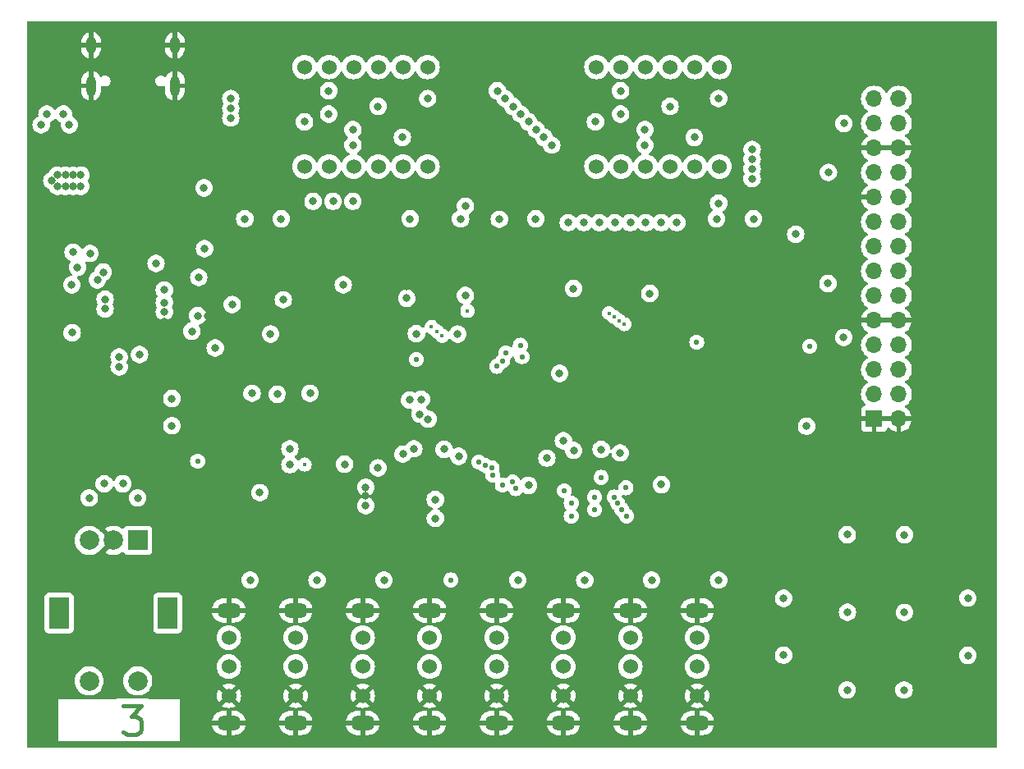
<source format=gbr>
%TF.GenerationSoftware,KiCad,Pcbnew,7.0.7*%
%TF.CreationDate,2024-01-22T13:38:32-08:00*%
%TF.ProjectId,ProgrammaGull_Sandpiper,50726f67-7261-46d6-9d61-47756c6c5f53,rev?*%
%TF.SameCoordinates,Original*%
%TF.FileFunction,Copper,L3,Inr*%
%TF.FilePolarity,Positive*%
%FSLAX46Y46*%
G04 Gerber Fmt 4.6, Leading zero omitted, Abs format (unit mm)*
G04 Created by KiCad (PCBNEW 7.0.7) date 2024-01-22 13:38:32*
%MOMM*%
%LPD*%
G01*
G04 APERTURE LIST*
%ADD10C,0.400000*%
%TA.AperFunction,NonConductor*%
%ADD11C,0.400000*%
%TD*%
%TA.AperFunction,ComponentPad*%
%ADD12C,1.524000*%
%TD*%
%TA.AperFunction,ComponentPad*%
%ADD13O,2.500000X1.524000*%
%TD*%
%TA.AperFunction,ComponentPad*%
%ADD14O,1.000000X2.100000*%
%TD*%
%TA.AperFunction,ComponentPad*%
%ADD15O,1.000000X1.800000*%
%TD*%
%TA.AperFunction,ComponentPad*%
%ADD16O,1.700000X1.700000*%
%TD*%
%TA.AperFunction,ComponentPad*%
%ADD17R,1.700000X1.700000*%
%TD*%
%TA.AperFunction,ComponentPad*%
%ADD18R,2.000000X2.000000*%
%TD*%
%TA.AperFunction,ComponentPad*%
%ADD19C,2.000000*%
%TD*%
%TA.AperFunction,ComponentPad*%
%ADD20R,2.000000X3.200000*%
%TD*%
%TA.AperFunction,ViaPad*%
%ADD21C,0.550000*%
%TD*%
%TA.AperFunction,ViaPad*%
%ADD22C,0.800000*%
%TD*%
%TA.AperFunction,ViaPad*%
%ADD23C,0.450000*%
%TD*%
G04 APERTURE END LIST*
D10*
D11*
X34941728Y-95612057D02*
X36798871Y-95612057D01*
X36798871Y-95612057D02*
X35798871Y-96754914D01*
X35798871Y-96754914D02*
X36227442Y-96754914D01*
X36227442Y-96754914D02*
X36513157Y-96897771D01*
X36513157Y-96897771D02*
X36656014Y-97040628D01*
X36656014Y-97040628D02*
X36798871Y-97326342D01*
X36798871Y-97326342D02*
X36798871Y-98040628D01*
X36798871Y-98040628D02*
X36656014Y-98326342D01*
X36656014Y-98326342D02*
X36513157Y-98469200D01*
X36513157Y-98469200D02*
X36227442Y-98612057D01*
X36227442Y-98612057D02*
X35370299Y-98612057D01*
X35370299Y-98612057D02*
X35084585Y-98469200D01*
X35084585Y-98469200D02*
X34941728Y-98326342D01*
D12*
%TO.N,+3V3*%
%TO.C,SW5*%
X59600000Y-88600000D03*
%TO.N,Net-(R10-Pad1)*%
X59600000Y-91600000D03*
%TO.N,GND*%
X59600000Y-94600000D03*
D13*
X59600000Y-85800000D03*
X59600000Y-97400000D03*
%TD*%
D12*
%TO.N,+3V3*%
%TO.C,SW4*%
X66500000Y-88600000D03*
%TO.N,Net-(R12-Pad1)*%
X66500000Y-91600000D03*
%TO.N,GND*%
X66500000Y-94600000D03*
D13*
X66500000Y-85800000D03*
X66500000Y-97400000D03*
%TD*%
D12*
%TO.N,+3V3*%
%TO.C,SW0*%
X94100000Y-88600000D03*
%TO.N,Net-(R20-Pad1)*%
X94100000Y-91600000D03*
%TO.N,GND*%
X94100000Y-94600000D03*
D13*
X94100000Y-85800000D03*
X94100000Y-97400000D03*
%TD*%
D14*
%TO.N,GND*%
%TO.C,P1*%
X40240000Y-31680000D03*
D15*
X40240000Y-27500000D03*
D14*
X31600000Y-31680000D03*
D15*
X31600000Y-27500000D03*
%TD*%
D12*
%TO.N,+3V3*%
%TO.C,SW2*%
X80300000Y-88600000D03*
%TO.N,Net-(R16-Pad1)*%
X80300000Y-91600000D03*
%TO.N,GND*%
X80300000Y-94600000D03*
D13*
X80300000Y-85800000D03*
X80300000Y-97400000D03*
%TD*%
D12*
%TO.N,+3V3*%
%TO.C,SW1*%
X87200000Y-88600000D03*
%TO.N,Net-(R18-Pad1)*%
X87200000Y-91600000D03*
%TO.N,GND*%
X87200000Y-94600000D03*
D13*
X87200000Y-85800000D03*
X87200000Y-97400000D03*
%TD*%
D16*
%TO.N,+5V*%
%TO.C,J1*%
X114875000Y-33020000D03*
X112335000Y-33020000D03*
%TO.N,+3V3*%
X114875000Y-35560000D03*
X112335000Y-35560000D03*
%TO.N,GND*%
X114875000Y-38100000D03*
X112335000Y-38100000D03*
%TO.N,/RCLP_1*%
X114875000Y-40640000D03*
%TO.N,/RCLP_0*%
X112335000Y-40640000D03*
%TO.N,unconnected-(J1-Pin_20-Pad20)*%
X114875000Y-43180000D03*
%TO.N,GND*%
X112335000Y-43180000D03*
%TO.N,Net-(J1-Pin_18)*%
X114875000Y-45720000D03*
%TO.N,Net-(J1-Pin_17)*%
X112335000Y-45720000D03*
%TO.N,Net-(J1-Pin_16)*%
X114875000Y-48260000D03*
%TO.N,Net-(J1-Pin_15)*%
X112335000Y-48260000D03*
%TO.N,Net-(J1-Pin_14)*%
X114875000Y-50800000D03*
%TO.N,Net-(J1-Pin_13)*%
X112335000Y-50800000D03*
%TO.N,Net-(J1-Pin_12)*%
X114875000Y-53340000D03*
%TO.N,Net-(J1-Pin_11)*%
X112335000Y-53340000D03*
%TO.N,GND*%
X114875000Y-55880000D03*
X112335000Y-55880000D03*
%TO.N,+3V3*%
X114875000Y-58420000D03*
X112335000Y-58420000D03*
%TO.N,/UI_ADC_SE_CHAN_0*%
X114875000Y-60960000D03*
%TO.N,/UI_ADC_SE_CHAN_1*%
X112335000Y-60960000D03*
%TO.N,/UI_ADC_SE_CHAN_3*%
X114875000Y-63500000D03*
%TO.N,/UI_ADC_SE_CHAN_2*%
X112335000Y-63500000D03*
%TO.N,GND*%
X114875000Y-66040000D03*
D17*
X112335000Y-66040000D03*
%TD*%
D12*
%TO.N,+3V3*%
%TO.C,SW6*%
X52700000Y-88600000D03*
%TO.N,Net-(R8-Pad1)*%
X52700000Y-91600000D03*
%TO.N,GND*%
X52700000Y-94600000D03*
D13*
X52700000Y-85800000D03*
X52700000Y-97400000D03*
%TD*%
D12*
%TO.N,+3V3*%
%TO.C,SW7*%
X45800000Y-88600000D03*
%TO.N,Net-(R6-Pad1)*%
X45800000Y-91600000D03*
%TO.N,GND*%
X45800000Y-94600000D03*
D13*
X45800000Y-85800000D03*
X45800000Y-97400000D03*
%TD*%
D12*
%TO.N,/UI_SEG_E*%
%TO.C,U8*%
X53600000Y-40000000D03*
%TO.N,/UI_SEG_D*%
X56140000Y-40000000D03*
%TO.N,/UI_SEG_DP*%
X58680000Y-40000000D03*
%TO.N,/UI_SEG_C*%
X61220000Y-40000000D03*
%TO.N,/UI_SEG_G*%
X63760000Y-40000000D03*
%TO.N,Net-(Q4-C)*%
X66300000Y-40000000D03*
%TO.N,/UI_SEG_B*%
X66300000Y-29740000D03*
%TO.N,Net-(Q3-C)*%
X63760000Y-29740000D03*
%TO.N,Net-(Q2-C)*%
X61220000Y-29740000D03*
%TO.N,/UI_SEG_F*%
X58680000Y-29740000D03*
%TO.N,/UI_SEG_A*%
X56140000Y-29740000D03*
%TO.N,Net-(Q1-C)*%
X53600000Y-29740000D03*
%TD*%
%TO.N,/UI_SEG_E*%
%TO.C,U10*%
X83700000Y-40000000D03*
%TO.N,/UI_SEG_D*%
X86240000Y-40000000D03*
%TO.N,/UI_SEG_DP*%
X88780000Y-40000000D03*
%TO.N,/UI_SEG_C*%
X91320000Y-40000000D03*
%TO.N,/UI_SEG_G*%
X93860000Y-40000000D03*
%TO.N,Net-(Q8-C)*%
X96400000Y-40000000D03*
%TO.N,/UI_SEG_B*%
X96400000Y-29740000D03*
%TO.N,Net-(Q7-C)*%
X93860000Y-29740000D03*
%TO.N,Net-(Q6-C)*%
X91320000Y-29740000D03*
%TO.N,/UI_SEG_F*%
X88780000Y-29740000D03*
%TO.N,/UI_SEG_A*%
X86240000Y-29740000D03*
%TO.N,Net-(Q5-C)*%
X83700000Y-29740000D03*
%TD*%
%TO.N,+3V3*%
%TO.C,SW3*%
X73400000Y-88600000D03*
%TO.N,Net-(R14-Pad1)*%
X73400000Y-91600000D03*
%TO.N,GND*%
X73400000Y-94600000D03*
D13*
X73400000Y-85800000D03*
X73400000Y-97400000D03*
%TD*%
D18*
%TO.N,Net-(R77-Pad2)*%
%TO.C,SW8*%
X36410000Y-78580000D03*
D19*
%TO.N,Net-(R75-Pad2)*%
X31410000Y-78580000D03*
%TO.N,GND*%
X33910000Y-78580000D03*
D20*
%TO.N,N/C*%
X39510000Y-86080000D03*
X28310000Y-86080000D03*
D19*
%TO.N,+3V3*%
X31410000Y-93080000D03*
%TO.N,Net-(R63-Pad2)*%
X36410000Y-93080000D03*
%TD*%
D21*
%TO.N,/UI_ADC_DO*%
X105700000Y-58550000D03*
D22*
%TO.N,GND*%
X106925000Y-66800000D03*
%TO.N,/UI_GPIO0*%
X104250000Y-47000000D03*
%TO.N,+5V*%
X99750000Y-40250000D03*
X51200000Y-45400000D03*
X89200000Y-53100000D03*
X64500000Y-45400000D03*
X26450000Y-35700000D03*
X99900000Y-45400000D03*
X73700000Y-45450000D03*
X47450000Y-45400000D03*
X99750000Y-39250000D03*
X46000000Y-35000000D03*
X99750000Y-41250000D03*
X96100000Y-45400000D03*
X46000000Y-34000000D03*
X46000000Y-33000000D03*
X27050000Y-34600000D03*
X77450000Y-45400000D03*
X70200000Y-44100000D03*
X54490000Y-43600000D03*
X96300000Y-43800000D03*
X69700000Y-45400000D03*
X58590000Y-43600000D03*
X56550000Y-43600000D03*
X70200000Y-53300000D03*
X99750000Y-38250000D03*
X49000000Y-73650000D03*
%TO.N,GND*%
X39150000Y-56000000D03*
X81450000Y-62850000D03*
X33300000Y-43400000D03*
X47350000Y-60750000D03*
X58590000Y-45500000D03*
X80300000Y-81937500D03*
X59925000Y-74000000D03*
X31700000Y-35150000D03*
X48980000Y-75530000D03*
X35150000Y-55250000D03*
X26200000Y-29750000D03*
X38200000Y-44275000D03*
X117360000Y-79350000D03*
X38175000Y-59400000D03*
X71000000Y-76100000D03*
X41450000Y-43700000D03*
X37600000Y-53350000D03*
X74000000Y-76440000D03*
X74940000Y-64320000D03*
X107675000Y-35570000D03*
X37550000Y-52500000D03*
X45800000Y-81937500D03*
X56550000Y-45500000D03*
X86500000Y-53000000D03*
X35400000Y-50100000D03*
X38000000Y-47200000D03*
X43600000Y-55400000D03*
X36850000Y-54900000D03*
X36000000Y-55200000D03*
X35200000Y-45300000D03*
X82850000Y-52650000D03*
X73400000Y-81937500D03*
X65350000Y-75900000D03*
X85450000Y-53000000D03*
X31050000Y-34600000D03*
X113800000Y-91050000D03*
X78750000Y-58100000D03*
X47600000Y-54500000D03*
X54490000Y-45500000D03*
X87200000Y-81937500D03*
X50750000Y-75150000D03*
X117340000Y-95340000D03*
X52000000Y-63700000D03*
X26200000Y-31550000D03*
X31420000Y-72730000D03*
X26200000Y-33100000D03*
X36350000Y-53500000D03*
X120670000Y-92270000D03*
X52700000Y-81937500D03*
X40900000Y-75600000D03*
X51420000Y-52170000D03*
X75000000Y-68600000D03*
X59640000Y-70410000D03*
X29600000Y-54000000D03*
X67550000Y-53000000D03*
X39700000Y-59400000D03*
X57060000Y-73770000D03*
X66500000Y-70775000D03*
X34800000Y-53850000D03*
X107675000Y-42160000D03*
X76040000Y-65420000D03*
X87900000Y-68000000D03*
X36400000Y-72720000D03*
X64150000Y-52350000D03*
X37350000Y-54200000D03*
X29250000Y-33100000D03*
X68175500Y-75300000D03*
X90400000Y-74375000D03*
X107150000Y-62215000D03*
X107650000Y-31970000D03*
X78300000Y-72900000D03*
X66500000Y-81937500D03*
X81450000Y-61350000D03*
X107675000Y-39120000D03*
X32800000Y-56800000D03*
X36500000Y-52000000D03*
X94100000Y-81937500D03*
X28150000Y-43450000D03*
X31650000Y-47050000D03*
X66450000Y-53000000D03*
X62725000Y-74000000D03*
X54470000Y-73370000D03*
X57105000Y-61300000D03*
X31050000Y-35700000D03*
X53370000Y-73370000D03*
X38200000Y-36500000D03*
X72000000Y-51400000D03*
X40055497Y-47924500D03*
X86100000Y-67600000D03*
X106450000Y-62715000D03*
X33500000Y-36500000D03*
X69500000Y-72900000D03*
X73900000Y-67500000D03*
X104340000Y-92250000D03*
X83800000Y-76950000D03*
X109200000Y-56095000D03*
X77100000Y-64400000D03*
X77100000Y-66500000D03*
X63600000Y-57200000D03*
X72900000Y-66400000D03*
X42800000Y-58675000D03*
X72900000Y-68600000D03*
X59600000Y-81937500D03*
X90950000Y-51150000D03*
%TO.N,+3V3*%
X30550000Y-40900000D03*
X52100000Y-69125000D03*
X109225000Y-35570000D03*
X43250000Y-42212500D03*
X67090000Y-74360000D03*
X122000000Y-84540000D03*
X39925000Y-66750000D03*
X122000000Y-90440000D03*
X103000000Y-90420000D03*
X28150000Y-42050000D03*
X115420000Y-94010000D03*
X31420000Y-74200000D03*
X59925000Y-75000000D03*
X29750000Y-42050000D03*
X57750000Y-70720000D03*
X115470000Y-86010000D03*
X90400000Y-72825000D03*
X57600000Y-52200000D03*
X67100000Y-76300000D03*
X28750000Y-34600000D03*
X84200000Y-69200000D03*
X29750000Y-48850000D03*
X61175000Y-71100000D03*
X27550000Y-41450000D03*
X29350000Y-35700000D03*
X30550000Y-42050000D03*
D23*
X70400000Y-54900000D03*
D22*
X43300000Y-48475000D03*
X28950000Y-40900000D03*
X51420000Y-53750000D03*
X115460000Y-78000000D03*
X39925000Y-63950000D03*
X109560000Y-94010000D03*
X76700000Y-72900000D03*
X105375000Y-66800000D03*
X81350000Y-52600000D03*
X39150000Y-52750000D03*
X103000000Y-84550000D03*
X54175000Y-63400000D03*
X59925000Y-73100000D03*
X42000000Y-57000000D03*
X50100000Y-57300000D03*
X42700000Y-51450000D03*
X79900000Y-61350000D03*
X46150000Y-54250000D03*
X109590000Y-86000000D03*
X68000000Y-69175000D03*
X29650000Y-57150000D03*
X50800000Y-63500000D03*
X109570000Y-77990000D03*
X29600000Y-52200000D03*
X28950000Y-42050000D03*
X86150000Y-69550000D03*
X65150000Y-57250000D03*
X29750000Y-40900000D03*
X28150000Y-40900000D03*
X109200000Y-57645000D03*
X36600000Y-59400000D03*
X36410000Y-74200000D03*
D21*
%TO.N,+1V2*%
X74010000Y-72870000D03*
X76020000Y-59620000D03*
D22*
%TO.N,/UI_RGBLED_B*%
X81362500Y-69300000D03*
X80300000Y-68300000D03*
D21*
%TO.N,/UI_GPIO1*%
X75850000Y-58450000D03*
X94050000Y-58150000D03*
D22*
%TO.N,/UI_GPIO0*%
X107625000Y-40620000D03*
D21*
X73425000Y-60625000D03*
%TO.N,/UI_SW7*%
X81100000Y-76050000D03*
D22*
X48000000Y-82675000D03*
%TO.N,/UI_SW6*%
X54900000Y-82675000D03*
D21*
X83500000Y-75400000D03*
%TO.N,/UI_SW5*%
X81100000Y-74750000D03*
D22*
X61800000Y-82675000D03*
D21*
%TO.N,/UI_SW4*%
X68700000Y-82650500D03*
X83500000Y-74100000D03*
D22*
%TO.N,/UI_SW3*%
X75600000Y-82675000D03*
D21*
X85549500Y-74102205D03*
D22*
%TO.N,/UI_SW2*%
X82500000Y-82675000D03*
D21*
X85906169Y-74761402D03*
%TO.N,/UI_SW1*%
X86322967Y-75384325D03*
D22*
X89400000Y-82675000D03*
D21*
%TO.N,/UI_SW0*%
X86800000Y-76054556D03*
D22*
X96300000Y-82675000D03*
%TO.N,/FLASH_CS*%
X65500000Y-65550000D03*
X32250000Y-51700000D03*
%TO.N,/EEPROM_SPI_DO*%
X42600000Y-55400000D03*
X44400000Y-58725000D03*
%TO.N,/FLASH_SCK*%
X64450000Y-64100000D03*
X31500000Y-48975500D03*
%TO.N,/UI_SEG_A*%
X56100000Y-32200000D03*
X80800000Y-45800000D03*
X86200000Y-32200000D03*
X73500000Y-32200000D03*
%TO.N,/UI_SEG_B*%
X74300000Y-33000000D03*
X96300000Y-33000000D03*
X66300000Y-33000000D03*
X82400000Y-45800000D03*
X66300000Y-33000000D03*
%TO.N,/UI_SEG_C*%
X61200000Y-33800000D03*
X84000000Y-45800000D03*
X75100000Y-33800000D03*
X91300000Y-33800000D03*
%TO.N,/UI_SEG_D*%
X56100000Y-34600000D03*
X75900000Y-34600000D03*
X86200000Y-34600000D03*
X85600000Y-45800000D03*
%TO.N,/UI_SEG_E*%
X53600000Y-35400000D03*
X87200000Y-45800000D03*
X76700000Y-35400000D03*
X83600000Y-35400000D03*
%TO.N,/UI_SEG_F*%
X77500000Y-36200000D03*
X88800000Y-45800000D03*
X88700000Y-36200000D03*
X58600000Y-36200000D03*
%TO.N,/UI_SEG_G*%
X63700000Y-37000000D03*
X90400000Y-45800000D03*
X93800000Y-37000000D03*
X78300000Y-37000000D03*
%TO.N,/UI_SEG_DP*%
X79100000Y-37800000D03*
X58600000Y-37800000D03*
X92000000Y-45800000D03*
X88700000Y-37800000D03*
%TO.N,/~{UI_7SEGSR_OE}*%
X69400000Y-57300000D03*
D23*
X86050607Y-55913612D03*
X67800500Y-57475500D03*
D22*
%TO.N,/UI_ENC_B*%
X32960000Y-72740000D03*
D21*
X72225865Y-70849500D03*
D23*
%TO.N,/~{UI_ULEDSR_OE}*%
X53623000Y-70750000D03*
D22*
X52100000Y-70775000D03*
D21*
%TO.N,/UP5K_CDONE*%
X74375000Y-59225000D03*
D22*
X33050000Y-53700000D03*
D21*
%TO.N,/UP5K_CRESET*%
X74050000Y-60050000D03*
X65150000Y-59900000D03*
D22*
X33050000Y-54700000D03*
D23*
%TO.N,/UI_7SEGSR_CLK*%
X85000000Y-55150000D03*
X66701500Y-56550000D03*
%TO.N,/UI_7SEGSR_RCLK*%
X85532093Y-55522465D03*
X67251000Y-57000000D03*
D22*
%TO.N,/FLASH_MOSI*%
X65650000Y-64025500D03*
X32850000Y-50900000D03*
%TO.N,/FLASH_MISO*%
X30200000Y-50400000D03*
X66354143Y-66069079D03*
D21*
%TO.N,/UI_ENC_A*%
X71569655Y-70487364D03*
D22*
X34870000Y-72730000D03*
%TO.N,/UI_ADC_DO*%
X107575000Y-52070000D03*
%TO.N,/CLK_12M*%
X78600000Y-70100000D03*
X38300000Y-50000000D03*
X48200000Y-63400000D03*
%TO.N,/UI_7SEG_SER_CARRY*%
X64150000Y-53600000D03*
D23*
X86588555Y-56277570D03*
D22*
%TO.N,Net-(U7-BCBUS4)*%
X39150000Y-54050000D03*
X34495800Y-59656794D03*
%TO.N,Net-(U7-BCBUS3)*%
X39150000Y-55000000D03*
X34500895Y-60676297D03*
D21*
%TO.N,/UI_ENC_SW*%
X42580000Y-70400000D03*
X72950133Y-71070698D03*
D22*
%TO.N,/UI_ULEDSR_RCLK*%
X64880000Y-69130000D03*
X69500000Y-69900000D03*
D21*
%TO.N,/SERIAL_SW_D*%
X75400000Y-73250000D03*
X84200000Y-72074500D03*
%TO.N,/SW_SH_CLKEN*%
X75070000Y-72560000D03*
X86750000Y-73150000D03*
%TO.N,/SW_SH_CLK*%
X80400000Y-73450000D03*
D22*
X63760000Y-69670000D03*
D21*
X72989337Y-71819175D03*
%TD*%
%TA.AperFunction,Conductor*%
%TO.N,GND*%
G36*
X114328692Y-65809685D02*
G01*
X114374447Y-65862489D01*
X114384391Y-65931647D01*
X114380631Y-65948933D01*
X114375000Y-65968111D01*
X114375000Y-66111888D01*
X114380631Y-66131067D01*
X114380630Y-66200936D01*
X114342855Y-66259714D01*
X114279299Y-66288738D01*
X114261653Y-66290000D01*
X112948347Y-66290000D01*
X112881308Y-66270315D01*
X112835553Y-66217511D01*
X112825609Y-66148353D01*
X112829369Y-66131067D01*
X112835000Y-66111888D01*
X112835000Y-65968111D01*
X112829369Y-65948933D01*
X112829370Y-65879064D01*
X112867145Y-65820286D01*
X112930701Y-65791262D01*
X112948347Y-65790000D01*
X114261653Y-65790000D01*
X114328692Y-65809685D01*
G37*
%TD.AperFunction*%
%TA.AperFunction,Conductor*%
G36*
X114328692Y-55649685D02*
G01*
X114374447Y-55702489D01*
X114384391Y-55771647D01*
X114380631Y-55788933D01*
X114375000Y-55808111D01*
X114375000Y-55951888D01*
X114380631Y-55971067D01*
X114380630Y-56040936D01*
X114342855Y-56099714D01*
X114279299Y-56128738D01*
X114261653Y-56130000D01*
X112948347Y-56130000D01*
X112881308Y-56110315D01*
X112835553Y-56057511D01*
X112825609Y-55988353D01*
X112829369Y-55971067D01*
X112835000Y-55951888D01*
X112835000Y-55808111D01*
X112829369Y-55788933D01*
X112829370Y-55719064D01*
X112867145Y-55660286D01*
X112930701Y-55631262D01*
X112948347Y-55630000D01*
X114261653Y-55630000D01*
X114328692Y-55649685D01*
G37*
%TD.AperFunction*%
%TA.AperFunction,Conductor*%
G36*
X114328692Y-37869685D02*
G01*
X114374447Y-37922489D01*
X114384391Y-37991647D01*
X114380631Y-38008933D01*
X114375000Y-38028111D01*
X114375000Y-38171888D01*
X114380631Y-38191067D01*
X114380630Y-38260936D01*
X114342855Y-38319714D01*
X114279299Y-38348738D01*
X114261653Y-38350000D01*
X112948347Y-38350000D01*
X112881308Y-38330315D01*
X112835553Y-38277511D01*
X112825609Y-38208353D01*
X112829369Y-38191067D01*
X112835000Y-38171888D01*
X112835000Y-38028111D01*
X112829369Y-38008933D01*
X112829370Y-37939064D01*
X112867145Y-37880286D01*
X112930701Y-37851262D01*
X112948347Y-37850000D01*
X114261653Y-37850000D01*
X114328692Y-37869685D01*
G37*
%TD.AperFunction*%
%TA.AperFunction,Conductor*%
G36*
X124942539Y-25020185D02*
G01*
X124988294Y-25072989D01*
X124999500Y-25124500D01*
X124999500Y-99875500D01*
X124979815Y-99942539D01*
X124927011Y-99988294D01*
X124875500Y-99999500D01*
X25124500Y-99999500D01*
X25057461Y-99979815D01*
X25011706Y-99927011D01*
X25000500Y-99875500D01*
X25000500Y-99250000D01*
X28250000Y-99250000D01*
X34118336Y-99250000D01*
X34185375Y-99269685D01*
X34206017Y-99286319D01*
X34237375Y-99317677D01*
X37504491Y-99317677D01*
X37535849Y-99286319D01*
X37597172Y-99252834D01*
X37623530Y-99250000D01*
X40750000Y-99250000D01*
X40750000Y-97650000D01*
X44072339Y-97650000D01*
X44076669Y-97681959D01*
X44076669Y-97681961D01*
X44146865Y-97898003D01*
X44254509Y-98098039D01*
X44254511Y-98098042D01*
X44396145Y-98275646D01*
X44567210Y-98425100D01*
X44567218Y-98425107D01*
X44762218Y-98541615D01*
X44762226Y-98541619D01*
X44974904Y-98621438D01*
X45198414Y-98662000D01*
X45550000Y-98662000D01*
X45550000Y-97905000D01*
X45569685Y-97837961D01*
X45622489Y-97792206D01*
X45674000Y-97781000D01*
X45926000Y-97781000D01*
X45993039Y-97800685D01*
X46038794Y-97853489D01*
X46050000Y-97905000D01*
X46050000Y-98662000D01*
X46344669Y-98662000D01*
X46344672Y-98661999D01*
X46514250Y-98646738D01*
X46733217Y-98586307D01*
X46733230Y-98586302D01*
X46937891Y-98487743D01*
X46937901Y-98487737D01*
X47121672Y-98354219D01*
X47121677Y-98354215D01*
X47278659Y-98190023D01*
X47403803Y-98000439D01*
X47493083Y-97791559D01*
X47493086Y-97791550D01*
X47525394Y-97650000D01*
X50972339Y-97650000D01*
X50976669Y-97681959D01*
X50976669Y-97681961D01*
X51046865Y-97898003D01*
X51154509Y-98098039D01*
X51154511Y-98098042D01*
X51296145Y-98275646D01*
X51467210Y-98425100D01*
X51467218Y-98425107D01*
X51662218Y-98541615D01*
X51662226Y-98541619D01*
X51874904Y-98621438D01*
X52098414Y-98662000D01*
X52450000Y-98662000D01*
X52450000Y-97905000D01*
X52469685Y-97837961D01*
X52522489Y-97792206D01*
X52574000Y-97781000D01*
X52826000Y-97781000D01*
X52893039Y-97800685D01*
X52938794Y-97853489D01*
X52950000Y-97905000D01*
X52950000Y-98662000D01*
X53244669Y-98662000D01*
X53244672Y-98661999D01*
X53414250Y-98646738D01*
X53633217Y-98586307D01*
X53633230Y-98586302D01*
X53837891Y-98487743D01*
X53837901Y-98487737D01*
X54021672Y-98354219D01*
X54021677Y-98354215D01*
X54178659Y-98190023D01*
X54303803Y-98000439D01*
X54393083Y-97791559D01*
X54393086Y-97791550D01*
X54425394Y-97650000D01*
X57872339Y-97650000D01*
X57876669Y-97681959D01*
X57876669Y-97681961D01*
X57946865Y-97898003D01*
X58054509Y-98098039D01*
X58054511Y-98098042D01*
X58196145Y-98275646D01*
X58367210Y-98425100D01*
X58367218Y-98425107D01*
X58562218Y-98541615D01*
X58562226Y-98541619D01*
X58774904Y-98621438D01*
X58998414Y-98662000D01*
X59350000Y-98662000D01*
X59350000Y-97905000D01*
X59369685Y-97837961D01*
X59422489Y-97792206D01*
X59474000Y-97781000D01*
X59726000Y-97781000D01*
X59793039Y-97800685D01*
X59838794Y-97853489D01*
X59850000Y-97905000D01*
X59850000Y-98662000D01*
X60144669Y-98662000D01*
X60144672Y-98661999D01*
X60314250Y-98646738D01*
X60533217Y-98586307D01*
X60533230Y-98586302D01*
X60737891Y-98487743D01*
X60737901Y-98487737D01*
X60921672Y-98354219D01*
X60921677Y-98354215D01*
X61078659Y-98190023D01*
X61203803Y-98000439D01*
X61293083Y-97791559D01*
X61293086Y-97791550D01*
X61325394Y-97650000D01*
X64772339Y-97650000D01*
X64776669Y-97681959D01*
X64776669Y-97681961D01*
X64846865Y-97898003D01*
X64954509Y-98098039D01*
X64954511Y-98098042D01*
X65096145Y-98275646D01*
X65267210Y-98425100D01*
X65267218Y-98425107D01*
X65462218Y-98541615D01*
X65462226Y-98541619D01*
X65674904Y-98621438D01*
X65898414Y-98662000D01*
X66250000Y-98662000D01*
X66250000Y-97905000D01*
X66269685Y-97837961D01*
X66322489Y-97792206D01*
X66374000Y-97781000D01*
X66626000Y-97781000D01*
X66693039Y-97800685D01*
X66738794Y-97853489D01*
X66750000Y-97905000D01*
X66750000Y-98662000D01*
X67044669Y-98662000D01*
X67044672Y-98661999D01*
X67214250Y-98646738D01*
X67433217Y-98586307D01*
X67433230Y-98586302D01*
X67637891Y-98487743D01*
X67637901Y-98487737D01*
X67821672Y-98354219D01*
X67821677Y-98354215D01*
X67978659Y-98190023D01*
X68103803Y-98000439D01*
X68193083Y-97791559D01*
X68193086Y-97791550D01*
X68225394Y-97650000D01*
X71672339Y-97650000D01*
X71676669Y-97681959D01*
X71676669Y-97681961D01*
X71746865Y-97898003D01*
X71854509Y-98098039D01*
X71854511Y-98098042D01*
X71996145Y-98275646D01*
X72167210Y-98425100D01*
X72167218Y-98425107D01*
X72362218Y-98541615D01*
X72362226Y-98541619D01*
X72574904Y-98621438D01*
X72798414Y-98662000D01*
X73150000Y-98662000D01*
X73150000Y-97905000D01*
X73169685Y-97837961D01*
X73222489Y-97792206D01*
X73274000Y-97781000D01*
X73526000Y-97781000D01*
X73593039Y-97800685D01*
X73638794Y-97853489D01*
X73650000Y-97905000D01*
X73650000Y-98662000D01*
X73944669Y-98662000D01*
X73944672Y-98661999D01*
X74114250Y-98646738D01*
X74333217Y-98586307D01*
X74333230Y-98586302D01*
X74537891Y-98487743D01*
X74537901Y-98487737D01*
X74721672Y-98354219D01*
X74721677Y-98354215D01*
X74878659Y-98190023D01*
X75003803Y-98000439D01*
X75093083Y-97791559D01*
X75093086Y-97791550D01*
X75125394Y-97650000D01*
X78572339Y-97650000D01*
X78576669Y-97681959D01*
X78576669Y-97681961D01*
X78646865Y-97898003D01*
X78754509Y-98098039D01*
X78754511Y-98098042D01*
X78896145Y-98275646D01*
X79067210Y-98425100D01*
X79067218Y-98425107D01*
X79262218Y-98541615D01*
X79262226Y-98541619D01*
X79474904Y-98621438D01*
X79698414Y-98662000D01*
X80049999Y-98662000D01*
X80050000Y-97905000D01*
X80069685Y-97837961D01*
X80122489Y-97792206D01*
X80174000Y-97781000D01*
X80426000Y-97781000D01*
X80493039Y-97800685D01*
X80538794Y-97853489D01*
X80550000Y-97905000D01*
X80550000Y-98662000D01*
X80844669Y-98662000D01*
X80844672Y-98661999D01*
X81014250Y-98646738D01*
X81233217Y-98586307D01*
X81233230Y-98586302D01*
X81437891Y-98487743D01*
X81437901Y-98487737D01*
X81621672Y-98354219D01*
X81621677Y-98354215D01*
X81778659Y-98190023D01*
X81903803Y-98000439D01*
X81993083Y-97791559D01*
X81993086Y-97791550D01*
X82025394Y-97650000D01*
X85472339Y-97650000D01*
X85476669Y-97681959D01*
X85476669Y-97681961D01*
X85546865Y-97898003D01*
X85654509Y-98098039D01*
X85654511Y-98098042D01*
X85796145Y-98275646D01*
X85967210Y-98425100D01*
X85967218Y-98425107D01*
X86162218Y-98541615D01*
X86162226Y-98541619D01*
X86374904Y-98621438D01*
X86598414Y-98662000D01*
X86950000Y-98662000D01*
X86950000Y-97905000D01*
X86969685Y-97837961D01*
X87022489Y-97792206D01*
X87074000Y-97781000D01*
X87326000Y-97781000D01*
X87393039Y-97800685D01*
X87438794Y-97853489D01*
X87450000Y-97905000D01*
X87450000Y-98662000D01*
X87744669Y-98662000D01*
X87744672Y-98661999D01*
X87914250Y-98646738D01*
X88133217Y-98586307D01*
X88133230Y-98586302D01*
X88337891Y-98487743D01*
X88337901Y-98487737D01*
X88521672Y-98354219D01*
X88521677Y-98354215D01*
X88678659Y-98190023D01*
X88803803Y-98000439D01*
X88893083Y-97791559D01*
X88893086Y-97791550D01*
X88925394Y-97650000D01*
X92372339Y-97650000D01*
X92376669Y-97681959D01*
X92376669Y-97681961D01*
X92446865Y-97898003D01*
X92554509Y-98098039D01*
X92554511Y-98098042D01*
X92696145Y-98275646D01*
X92867210Y-98425100D01*
X92867218Y-98425107D01*
X93062218Y-98541615D01*
X93062226Y-98541619D01*
X93274904Y-98621438D01*
X93498414Y-98662000D01*
X93850000Y-98662000D01*
X93850000Y-97905000D01*
X93869685Y-97837961D01*
X93922489Y-97792206D01*
X93974000Y-97781000D01*
X94226000Y-97781000D01*
X94293039Y-97800685D01*
X94338794Y-97853489D01*
X94350000Y-97905000D01*
X94350000Y-98662000D01*
X94644669Y-98662000D01*
X94644672Y-98661999D01*
X94814250Y-98646738D01*
X95033217Y-98586307D01*
X95033230Y-98586302D01*
X95237891Y-98487743D01*
X95237901Y-98487737D01*
X95421672Y-98354219D01*
X95421677Y-98354215D01*
X95578659Y-98190023D01*
X95703803Y-98000439D01*
X95793083Y-97791559D01*
X95793086Y-97791550D01*
X95825394Y-97650000D01*
X94988467Y-97650000D01*
X94921428Y-97630315D01*
X94875673Y-97577511D01*
X94865729Y-97508353D01*
X94868262Y-97495558D01*
X94868446Y-97494827D01*
X94868448Y-97494823D01*
X94878949Y-97368102D01*
X94862828Y-97304441D01*
X94865452Y-97234620D01*
X94905408Y-97177303D01*
X94970009Y-97150686D01*
X94983033Y-97150000D01*
X95827661Y-97150000D01*
X95823330Y-97118040D01*
X95823330Y-97118038D01*
X95753134Y-96901996D01*
X95645490Y-96701960D01*
X95645488Y-96701957D01*
X95503854Y-96524353D01*
X95332789Y-96374899D01*
X95332781Y-96374892D01*
X95137781Y-96258384D01*
X95137773Y-96258380D01*
X94925095Y-96178561D01*
X94701586Y-96138000D01*
X94350000Y-96138000D01*
X94350000Y-96895000D01*
X94330315Y-96962039D01*
X94277511Y-97007794D01*
X94226000Y-97019000D01*
X93974000Y-97019000D01*
X93906961Y-96999315D01*
X93861206Y-96946511D01*
X93850000Y-96895000D01*
X93850000Y-96138000D01*
X93555327Y-96138000D01*
X93385749Y-96153261D01*
X93166782Y-96213692D01*
X93166769Y-96213697D01*
X92962108Y-96312256D01*
X92962098Y-96312262D01*
X92778327Y-96445780D01*
X92778322Y-96445784D01*
X92621340Y-96609976D01*
X92496196Y-96799560D01*
X92406916Y-97008440D01*
X92406913Y-97008449D01*
X92374605Y-97149999D01*
X92374606Y-97150000D01*
X93211533Y-97150000D01*
X93278572Y-97169685D01*
X93324327Y-97222489D01*
X93334271Y-97291647D01*
X93331738Y-97304442D01*
X93331551Y-97305179D01*
X93321050Y-97431898D01*
X93337172Y-97495559D01*
X93334548Y-97565380D01*
X93294592Y-97622697D01*
X93229991Y-97649314D01*
X93216967Y-97650000D01*
X92372339Y-97650000D01*
X88925394Y-97650000D01*
X88088467Y-97650000D01*
X88021428Y-97630315D01*
X87975673Y-97577511D01*
X87965729Y-97508353D01*
X87968262Y-97495558D01*
X87968446Y-97494827D01*
X87968448Y-97494823D01*
X87978949Y-97368102D01*
X87962828Y-97304441D01*
X87965452Y-97234620D01*
X88005408Y-97177303D01*
X88070009Y-97150686D01*
X88083033Y-97150000D01*
X88927661Y-97150000D01*
X88923330Y-97118040D01*
X88923330Y-97118038D01*
X88853134Y-96901996D01*
X88745490Y-96701960D01*
X88745488Y-96701957D01*
X88603854Y-96524353D01*
X88432789Y-96374899D01*
X88432781Y-96374892D01*
X88237781Y-96258384D01*
X88237773Y-96258380D01*
X88025095Y-96178561D01*
X87801586Y-96138000D01*
X87450000Y-96138000D01*
X87450000Y-96895000D01*
X87430315Y-96962039D01*
X87377511Y-97007794D01*
X87326000Y-97019000D01*
X87074000Y-97019000D01*
X87006961Y-96999315D01*
X86961206Y-96946511D01*
X86950000Y-96895000D01*
X86950000Y-96138000D01*
X86655327Y-96138000D01*
X86485749Y-96153261D01*
X86266782Y-96213692D01*
X86266769Y-96213697D01*
X86062108Y-96312256D01*
X86062098Y-96312262D01*
X85878327Y-96445780D01*
X85878322Y-96445784D01*
X85721340Y-96609976D01*
X85596196Y-96799560D01*
X85506916Y-97008440D01*
X85506913Y-97008449D01*
X85474605Y-97149999D01*
X85474606Y-97150000D01*
X86311533Y-97150000D01*
X86378572Y-97169685D01*
X86424327Y-97222489D01*
X86434271Y-97291647D01*
X86431738Y-97304442D01*
X86431551Y-97305179D01*
X86421050Y-97431898D01*
X86437172Y-97495559D01*
X86434548Y-97565380D01*
X86394592Y-97622697D01*
X86329991Y-97649314D01*
X86316967Y-97650000D01*
X85472339Y-97650000D01*
X82025394Y-97650000D01*
X81188467Y-97650000D01*
X81121428Y-97630315D01*
X81075673Y-97577511D01*
X81065729Y-97508353D01*
X81068262Y-97495558D01*
X81068446Y-97494827D01*
X81068448Y-97494823D01*
X81078949Y-97368102D01*
X81062828Y-97304441D01*
X81065452Y-97234620D01*
X81105408Y-97177303D01*
X81170009Y-97150686D01*
X81183033Y-97150000D01*
X82027661Y-97150000D01*
X82023330Y-97118040D01*
X82023330Y-97118038D01*
X81953134Y-96901996D01*
X81845490Y-96701960D01*
X81845488Y-96701957D01*
X81703854Y-96524353D01*
X81532789Y-96374899D01*
X81532781Y-96374892D01*
X81337781Y-96258384D01*
X81337773Y-96258380D01*
X81125095Y-96178561D01*
X80901586Y-96138000D01*
X80550000Y-96138000D01*
X80550000Y-96895000D01*
X80530315Y-96962039D01*
X80477511Y-97007794D01*
X80426000Y-97019000D01*
X80174000Y-97019000D01*
X80106961Y-96999315D01*
X80061206Y-96946511D01*
X80050000Y-96895000D01*
X80050000Y-96138000D01*
X79755327Y-96138000D01*
X79585749Y-96153261D01*
X79366782Y-96213692D01*
X79366769Y-96213697D01*
X79162108Y-96312256D01*
X79162098Y-96312262D01*
X78978327Y-96445780D01*
X78978322Y-96445784D01*
X78821340Y-96609976D01*
X78696196Y-96799560D01*
X78606916Y-97008440D01*
X78606913Y-97008449D01*
X78574605Y-97149999D01*
X78574606Y-97150000D01*
X79411533Y-97150000D01*
X79478572Y-97169685D01*
X79524327Y-97222489D01*
X79534271Y-97291647D01*
X79531738Y-97304442D01*
X79531551Y-97305179D01*
X79521050Y-97431898D01*
X79537172Y-97495559D01*
X79534548Y-97565380D01*
X79494592Y-97622697D01*
X79429991Y-97649314D01*
X79416967Y-97650000D01*
X78572339Y-97650000D01*
X75125394Y-97650000D01*
X74288467Y-97650000D01*
X74221428Y-97630315D01*
X74175673Y-97577511D01*
X74165729Y-97508353D01*
X74168262Y-97495558D01*
X74168446Y-97494827D01*
X74168448Y-97494823D01*
X74178949Y-97368102D01*
X74162828Y-97304441D01*
X74165452Y-97234620D01*
X74205408Y-97177303D01*
X74270009Y-97150686D01*
X74283033Y-97150000D01*
X75127661Y-97150000D01*
X75123330Y-97118040D01*
X75123330Y-97118038D01*
X75053134Y-96901996D01*
X74945490Y-96701960D01*
X74945488Y-96701957D01*
X74803854Y-96524353D01*
X74632789Y-96374899D01*
X74632781Y-96374892D01*
X74437781Y-96258384D01*
X74437773Y-96258380D01*
X74225095Y-96178561D01*
X74001586Y-96138000D01*
X73650000Y-96138000D01*
X73650000Y-96895000D01*
X73630315Y-96962039D01*
X73577511Y-97007794D01*
X73526000Y-97019000D01*
X73274000Y-97019000D01*
X73206961Y-96999315D01*
X73161206Y-96946511D01*
X73150000Y-96895000D01*
X73150000Y-96138000D01*
X72855327Y-96138000D01*
X72685749Y-96153261D01*
X72466782Y-96213692D01*
X72466769Y-96213697D01*
X72262108Y-96312256D01*
X72262098Y-96312262D01*
X72078327Y-96445780D01*
X72078322Y-96445784D01*
X71921340Y-96609976D01*
X71796196Y-96799560D01*
X71706916Y-97008440D01*
X71706913Y-97008449D01*
X71674605Y-97149999D01*
X71674606Y-97150000D01*
X72511533Y-97150000D01*
X72578572Y-97169685D01*
X72624327Y-97222489D01*
X72634271Y-97291647D01*
X72631738Y-97304442D01*
X72631551Y-97305179D01*
X72621050Y-97431898D01*
X72637172Y-97495559D01*
X72634548Y-97565380D01*
X72594592Y-97622697D01*
X72529991Y-97649314D01*
X72516967Y-97650000D01*
X71672339Y-97650000D01*
X68225394Y-97650000D01*
X67388467Y-97650000D01*
X67321428Y-97630315D01*
X67275673Y-97577511D01*
X67265729Y-97508353D01*
X67268262Y-97495558D01*
X67268446Y-97494827D01*
X67268448Y-97494823D01*
X67278949Y-97368102D01*
X67262828Y-97304441D01*
X67265452Y-97234620D01*
X67305408Y-97177303D01*
X67370009Y-97150686D01*
X67383033Y-97150000D01*
X68227661Y-97150000D01*
X68223330Y-97118040D01*
X68223330Y-97118038D01*
X68153134Y-96901996D01*
X68045490Y-96701960D01*
X68045488Y-96701957D01*
X67903854Y-96524353D01*
X67732789Y-96374899D01*
X67732781Y-96374892D01*
X67537781Y-96258384D01*
X67537773Y-96258380D01*
X67325095Y-96178561D01*
X67101586Y-96138000D01*
X66750000Y-96138000D01*
X66750000Y-96895000D01*
X66730315Y-96962039D01*
X66677511Y-97007794D01*
X66626000Y-97019000D01*
X66374000Y-97019000D01*
X66306961Y-96999315D01*
X66261206Y-96946511D01*
X66250000Y-96895000D01*
X66250000Y-96138000D01*
X65955327Y-96138000D01*
X65785749Y-96153261D01*
X65566782Y-96213692D01*
X65566769Y-96213697D01*
X65362108Y-96312256D01*
X65362098Y-96312262D01*
X65178327Y-96445780D01*
X65178322Y-96445784D01*
X65021340Y-96609976D01*
X64896196Y-96799560D01*
X64806916Y-97008440D01*
X64806913Y-97008449D01*
X64774605Y-97149999D01*
X64774606Y-97150000D01*
X65611533Y-97150000D01*
X65678572Y-97169685D01*
X65724327Y-97222489D01*
X65734271Y-97291647D01*
X65731738Y-97304442D01*
X65731551Y-97305179D01*
X65721050Y-97431898D01*
X65737172Y-97495559D01*
X65734548Y-97565380D01*
X65694592Y-97622697D01*
X65629991Y-97649314D01*
X65616967Y-97650000D01*
X64772339Y-97650000D01*
X61325394Y-97650000D01*
X60488467Y-97650000D01*
X60421428Y-97630315D01*
X60375673Y-97577511D01*
X60365729Y-97508353D01*
X60368262Y-97495558D01*
X60368446Y-97494827D01*
X60368448Y-97494823D01*
X60378949Y-97368102D01*
X60362828Y-97304441D01*
X60365452Y-97234620D01*
X60405408Y-97177303D01*
X60470009Y-97150686D01*
X60483033Y-97150000D01*
X61327661Y-97150000D01*
X61323330Y-97118040D01*
X61323330Y-97118038D01*
X61253134Y-96901996D01*
X61145490Y-96701960D01*
X61145488Y-96701957D01*
X61003854Y-96524353D01*
X60832789Y-96374899D01*
X60832781Y-96374892D01*
X60637781Y-96258384D01*
X60637773Y-96258380D01*
X60425095Y-96178561D01*
X60201586Y-96138000D01*
X59850000Y-96138000D01*
X59850000Y-96895000D01*
X59830315Y-96962039D01*
X59777511Y-97007794D01*
X59726000Y-97019000D01*
X59474000Y-97019000D01*
X59406961Y-96999315D01*
X59361206Y-96946511D01*
X59350000Y-96895000D01*
X59350000Y-96138000D01*
X59055327Y-96138000D01*
X58885749Y-96153261D01*
X58666782Y-96213692D01*
X58666769Y-96213697D01*
X58462108Y-96312256D01*
X58462098Y-96312262D01*
X58278327Y-96445780D01*
X58278322Y-96445784D01*
X58121340Y-96609976D01*
X57996196Y-96799560D01*
X57906916Y-97008440D01*
X57906913Y-97008449D01*
X57874605Y-97149999D01*
X57874606Y-97150000D01*
X58711533Y-97150000D01*
X58778572Y-97169685D01*
X58824327Y-97222489D01*
X58834271Y-97291647D01*
X58831738Y-97304442D01*
X58831551Y-97305179D01*
X58821050Y-97431898D01*
X58837172Y-97495559D01*
X58834548Y-97565380D01*
X58794592Y-97622697D01*
X58729991Y-97649314D01*
X58716967Y-97650000D01*
X57872339Y-97650000D01*
X54425394Y-97650000D01*
X53588467Y-97650000D01*
X53521428Y-97630315D01*
X53475673Y-97577511D01*
X53465729Y-97508353D01*
X53468262Y-97495558D01*
X53468446Y-97494827D01*
X53468448Y-97494823D01*
X53478949Y-97368102D01*
X53462828Y-97304441D01*
X53465452Y-97234620D01*
X53505408Y-97177303D01*
X53570009Y-97150686D01*
X53583033Y-97150000D01*
X54427661Y-97150000D01*
X54423330Y-97118040D01*
X54423330Y-97118038D01*
X54353134Y-96901996D01*
X54245490Y-96701960D01*
X54245488Y-96701957D01*
X54103854Y-96524353D01*
X53932789Y-96374899D01*
X53932781Y-96374892D01*
X53737781Y-96258384D01*
X53737773Y-96258380D01*
X53525095Y-96178561D01*
X53301586Y-96138000D01*
X52950000Y-96138000D01*
X52950000Y-96895000D01*
X52930315Y-96962039D01*
X52877511Y-97007794D01*
X52826000Y-97019000D01*
X52574000Y-97019000D01*
X52506961Y-96999315D01*
X52461206Y-96946511D01*
X52450000Y-96895000D01*
X52450000Y-96138000D01*
X52155327Y-96138000D01*
X51985749Y-96153261D01*
X51766782Y-96213692D01*
X51766769Y-96213697D01*
X51562108Y-96312256D01*
X51562098Y-96312262D01*
X51378327Y-96445780D01*
X51378322Y-96445784D01*
X51221340Y-96609976D01*
X51096196Y-96799560D01*
X51006916Y-97008440D01*
X51006913Y-97008449D01*
X50974605Y-97149999D01*
X50974606Y-97150000D01*
X51811533Y-97150000D01*
X51878572Y-97169685D01*
X51924327Y-97222489D01*
X51934271Y-97291647D01*
X51931738Y-97304442D01*
X51931551Y-97305179D01*
X51921050Y-97431898D01*
X51937172Y-97495559D01*
X51934548Y-97565380D01*
X51894592Y-97622697D01*
X51829991Y-97649314D01*
X51816967Y-97650000D01*
X50972339Y-97650000D01*
X47525394Y-97650000D01*
X46688467Y-97650000D01*
X46621428Y-97630315D01*
X46575673Y-97577511D01*
X46565729Y-97508353D01*
X46568262Y-97495558D01*
X46568446Y-97494827D01*
X46568448Y-97494823D01*
X46578949Y-97368102D01*
X46562828Y-97304441D01*
X46565452Y-97234620D01*
X46605408Y-97177303D01*
X46670009Y-97150686D01*
X46683033Y-97150000D01*
X47527661Y-97150000D01*
X47523330Y-97118040D01*
X47523330Y-97118038D01*
X47453134Y-96901996D01*
X47345490Y-96701960D01*
X47345488Y-96701957D01*
X47203854Y-96524353D01*
X47032789Y-96374899D01*
X47032781Y-96374892D01*
X46837781Y-96258384D01*
X46837773Y-96258380D01*
X46625095Y-96178561D01*
X46401586Y-96138000D01*
X46050000Y-96138000D01*
X46050000Y-96895000D01*
X46030315Y-96962039D01*
X45977511Y-97007794D01*
X45926000Y-97019000D01*
X45674000Y-97019000D01*
X45606961Y-96999315D01*
X45561206Y-96946511D01*
X45550000Y-96895000D01*
X45550000Y-96138000D01*
X45255327Y-96138000D01*
X45085749Y-96153261D01*
X44866782Y-96213692D01*
X44866769Y-96213697D01*
X44662108Y-96312256D01*
X44662098Y-96312262D01*
X44478327Y-96445780D01*
X44478322Y-96445784D01*
X44321340Y-96609976D01*
X44196196Y-96799560D01*
X44106916Y-97008440D01*
X44106913Y-97008449D01*
X44074605Y-97149999D01*
X44074606Y-97150000D01*
X44911533Y-97150000D01*
X44978572Y-97169685D01*
X45024327Y-97222489D01*
X45034271Y-97291647D01*
X45031738Y-97304442D01*
X45031551Y-97305179D01*
X45021050Y-97431898D01*
X45037172Y-97495559D01*
X45034548Y-97565380D01*
X44994592Y-97622697D01*
X44929991Y-97649314D01*
X44916967Y-97650000D01*
X44072339Y-97650000D01*
X40750000Y-97650000D01*
X40750000Y-94950000D01*
X37599225Y-94950000D01*
X37532186Y-94930315D01*
X37511544Y-94913681D01*
X37504491Y-94906628D01*
X34237375Y-94906628D01*
X34230322Y-94913681D01*
X34168999Y-94947166D01*
X34142641Y-94950000D01*
X28250000Y-94950000D01*
X28250000Y-99250000D01*
X25000500Y-99250000D01*
X25000500Y-94600000D01*
X44533179Y-94600000D01*
X44552424Y-94819976D01*
X44552426Y-94819986D01*
X44609575Y-95033270D01*
X44609580Y-95033284D01*
X44702899Y-95233407D01*
X44702900Y-95233409D01*
X44748258Y-95298187D01*
X45277050Y-94769395D01*
X45338373Y-94735910D01*
X45408064Y-94740894D01*
X45463998Y-94782765D01*
X45468539Y-94789254D01*
X45515813Y-94861612D01*
X45616157Y-94939713D01*
X45616160Y-94939714D01*
X45616511Y-94939987D01*
X45657324Y-94996697D01*
X45660999Y-95066470D01*
X45628030Y-95125522D01*
X45101811Y-95651741D01*
X45166582Y-95697094D01*
X45166592Y-95697100D01*
X45366715Y-95790419D01*
X45366729Y-95790424D01*
X45580013Y-95847573D01*
X45580023Y-95847575D01*
X45799999Y-95866821D01*
X45800001Y-95866821D01*
X46019976Y-95847575D01*
X46019986Y-95847573D01*
X46233270Y-95790424D01*
X46233284Y-95790419D01*
X46433408Y-95697100D01*
X46433420Y-95697093D01*
X46498186Y-95651742D01*
X46498187Y-95651740D01*
X45969276Y-95122829D01*
X45935791Y-95061506D01*
X45940775Y-94991814D01*
X45982647Y-94935881D01*
X45997933Y-94926097D01*
X46037251Y-94904820D01*
X46123371Y-94811269D01*
X46124083Y-94809643D01*
X46125652Y-94807777D01*
X46128992Y-94802666D01*
X46129609Y-94803069D01*
X46169036Y-94756158D01*
X46235770Y-94735464D01*
X46303099Y-94754135D01*
X46325322Y-94771769D01*
X46851740Y-95298187D01*
X46851742Y-95298186D01*
X46897093Y-95233420D01*
X46897100Y-95233408D01*
X46990419Y-95033284D01*
X46990424Y-95033270D01*
X47047573Y-94819986D01*
X47047575Y-94819976D01*
X47066821Y-94600000D01*
X51433179Y-94600000D01*
X51452424Y-94819976D01*
X51452426Y-94819986D01*
X51509575Y-95033270D01*
X51509580Y-95033284D01*
X51602899Y-95233407D01*
X51602900Y-95233409D01*
X51648258Y-95298187D01*
X52177050Y-94769395D01*
X52238373Y-94735910D01*
X52308064Y-94740894D01*
X52363998Y-94782765D01*
X52368539Y-94789254D01*
X52415813Y-94861612D01*
X52516157Y-94939713D01*
X52516160Y-94939714D01*
X52516511Y-94939987D01*
X52557324Y-94996697D01*
X52560999Y-95066470D01*
X52528030Y-95125522D01*
X52001811Y-95651741D01*
X52066582Y-95697094D01*
X52066592Y-95697100D01*
X52266715Y-95790419D01*
X52266729Y-95790424D01*
X52480013Y-95847573D01*
X52480023Y-95847575D01*
X52699999Y-95866821D01*
X52700001Y-95866821D01*
X52919976Y-95847575D01*
X52919986Y-95847573D01*
X53133270Y-95790424D01*
X53133284Y-95790419D01*
X53333408Y-95697100D01*
X53333420Y-95697093D01*
X53398186Y-95651742D01*
X53398187Y-95651740D01*
X52869276Y-95122829D01*
X52835791Y-95061506D01*
X52840775Y-94991814D01*
X52882647Y-94935881D01*
X52897933Y-94926097D01*
X52937251Y-94904820D01*
X53023371Y-94811269D01*
X53024083Y-94809643D01*
X53025652Y-94807777D01*
X53028992Y-94802666D01*
X53029609Y-94803069D01*
X53069036Y-94756158D01*
X53135770Y-94735464D01*
X53203099Y-94754135D01*
X53225322Y-94771769D01*
X53751740Y-95298187D01*
X53751742Y-95298186D01*
X53797093Y-95233420D01*
X53797100Y-95233408D01*
X53890419Y-95033284D01*
X53890424Y-95033270D01*
X53947573Y-94819986D01*
X53947575Y-94819976D01*
X53966821Y-94600000D01*
X58333179Y-94600000D01*
X58352424Y-94819976D01*
X58352426Y-94819986D01*
X58409575Y-95033270D01*
X58409580Y-95033284D01*
X58502899Y-95233407D01*
X58502900Y-95233409D01*
X58548258Y-95298187D01*
X59077050Y-94769395D01*
X59138373Y-94735910D01*
X59208064Y-94740894D01*
X59263998Y-94782765D01*
X59268539Y-94789254D01*
X59315813Y-94861612D01*
X59416157Y-94939713D01*
X59416160Y-94939714D01*
X59416511Y-94939987D01*
X59457324Y-94996697D01*
X59460999Y-95066470D01*
X59428030Y-95125522D01*
X58901811Y-95651741D01*
X58966582Y-95697094D01*
X58966592Y-95697100D01*
X59166715Y-95790419D01*
X59166729Y-95790424D01*
X59380013Y-95847573D01*
X59380023Y-95847575D01*
X59599999Y-95866821D01*
X59600001Y-95866821D01*
X59819976Y-95847575D01*
X59819986Y-95847573D01*
X60033270Y-95790424D01*
X60033284Y-95790419D01*
X60233408Y-95697100D01*
X60233420Y-95697093D01*
X60298186Y-95651742D01*
X60298187Y-95651740D01*
X59769276Y-95122829D01*
X59735791Y-95061506D01*
X59740775Y-94991814D01*
X59782647Y-94935881D01*
X59797933Y-94926097D01*
X59837251Y-94904820D01*
X59923371Y-94811269D01*
X59924083Y-94809643D01*
X59925652Y-94807777D01*
X59928992Y-94802666D01*
X59929609Y-94803069D01*
X59969036Y-94756158D01*
X60035770Y-94735464D01*
X60103099Y-94754135D01*
X60125322Y-94771769D01*
X60651740Y-95298187D01*
X60651742Y-95298186D01*
X60697093Y-95233420D01*
X60697100Y-95233408D01*
X60790419Y-95033284D01*
X60790424Y-95033270D01*
X60847573Y-94819986D01*
X60847575Y-94819976D01*
X60866821Y-94600000D01*
X65233179Y-94600000D01*
X65252424Y-94819976D01*
X65252426Y-94819986D01*
X65309575Y-95033270D01*
X65309580Y-95033284D01*
X65402899Y-95233407D01*
X65402900Y-95233409D01*
X65448258Y-95298187D01*
X65977050Y-94769395D01*
X66038373Y-94735910D01*
X66108064Y-94740894D01*
X66163998Y-94782765D01*
X66168539Y-94789254D01*
X66215813Y-94861612D01*
X66316157Y-94939713D01*
X66316160Y-94939714D01*
X66316511Y-94939987D01*
X66357324Y-94996697D01*
X66360999Y-95066470D01*
X66328030Y-95125522D01*
X65801811Y-95651741D01*
X65866582Y-95697094D01*
X65866592Y-95697100D01*
X66066715Y-95790419D01*
X66066729Y-95790424D01*
X66280013Y-95847573D01*
X66280023Y-95847575D01*
X66499999Y-95866821D01*
X66500001Y-95866821D01*
X66719976Y-95847575D01*
X66719986Y-95847573D01*
X66933270Y-95790424D01*
X66933284Y-95790419D01*
X67133408Y-95697100D01*
X67133420Y-95697093D01*
X67198186Y-95651742D01*
X67198187Y-95651740D01*
X66669276Y-95122829D01*
X66635791Y-95061506D01*
X66640775Y-94991814D01*
X66682647Y-94935881D01*
X66697933Y-94926097D01*
X66737251Y-94904820D01*
X66823371Y-94811269D01*
X66824083Y-94809643D01*
X66825652Y-94807777D01*
X66828992Y-94802666D01*
X66829609Y-94803069D01*
X66869036Y-94756158D01*
X66935770Y-94735464D01*
X67003099Y-94754135D01*
X67025322Y-94771769D01*
X67551740Y-95298187D01*
X67551742Y-95298186D01*
X67597093Y-95233420D01*
X67597100Y-95233408D01*
X67690419Y-95033284D01*
X67690424Y-95033270D01*
X67747573Y-94819986D01*
X67747575Y-94819976D01*
X67766821Y-94600000D01*
X72133179Y-94600000D01*
X72152424Y-94819976D01*
X72152426Y-94819986D01*
X72209575Y-95033270D01*
X72209580Y-95033284D01*
X72302899Y-95233407D01*
X72302900Y-95233409D01*
X72348258Y-95298187D01*
X72877050Y-94769395D01*
X72938373Y-94735910D01*
X73008064Y-94740894D01*
X73063998Y-94782765D01*
X73068539Y-94789254D01*
X73115813Y-94861612D01*
X73216157Y-94939713D01*
X73216160Y-94939714D01*
X73216511Y-94939987D01*
X73257324Y-94996697D01*
X73260999Y-95066470D01*
X73228030Y-95125522D01*
X72701811Y-95651741D01*
X72766582Y-95697094D01*
X72766592Y-95697100D01*
X72966715Y-95790419D01*
X72966729Y-95790424D01*
X73180013Y-95847573D01*
X73180023Y-95847575D01*
X73399999Y-95866821D01*
X73400001Y-95866821D01*
X73619976Y-95847575D01*
X73619986Y-95847573D01*
X73833270Y-95790424D01*
X73833284Y-95790419D01*
X74033408Y-95697100D01*
X74033420Y-95697093D01*
X74098186Y-95651742D01*
X74098187Y-95651740D01*
X73569276Y-95122829D01*
X73535791Y-95061506D01*
X73540775Y-94991814D01*
X73582647Y-94935881D01*
X73597933Y-94926097D01*
X73637251Y-94904820D01*
X73723371Y-94811269D01*
X73724083Y-94809643D01*
X73725652Y-94807777D01*
X73728992Y-94802666D01*
X73729609Y-94803069D01*
X73769036Y-94756158D01*
X73835770Y-94735464D01*
X73903099Y-94754135D01*
X73925322Y-94771769D01*
X74451740Y-95298187D01*
X74451742Y-95298186D01*
X74497093Y-95233420D01*
X74497100Y-95233408D01*
X74590419Y-95033284D01*
X74590424Y-95033270D01*
X74647573Y-94819986D01*
X74647575Y-94819976D01*
X74666821Y-94600000D01*
X79033179Y-94600000D01*
X79052424Y-94819976D01*
X79052426Y-94819986D01*
X79109575Y-95033270D01*
X79109580Y-95033284D01*
X79202899Y-95233407D01*
X79202900Y-95233409D01*
X79248258Y-95298187D01*
X79777050Y-94769395D01*
X79838373Y-94735910D01*
X79908064Y-94740894D01*
X79963998Y-94782765D01*
X79968539Y-94789254D01*
X80015813Y-94861612D01*
X80116157Y-94939713D01*
X80116160Y-94939714D01*
X80116511Y-94939987D01*
X80157324Y-94996697D01*
X80160999Y-95066470D01*
X80128030Y-95125522D01*
X79601811Y-95651741D01*
X79666582Y-95697094D01*
X79666592Y-95697100D01*
X79866715Y-95790419D01*
X79866729Y-95790424D01*
X80080013Y-95847573D01*
X80080023Y-95847575D01*
X80299999Y-95866821D01*
X80300001Y-95866821D01*
X80519976Y-95847575D01*
X80519986Y-95847573D01*
X80733270Y-95790424D01*
X80733284Y-95790419D01*
X80933408Y-95697100D01*
X80933420Y-95697093D01*
X80998186Y-95651742D01*
X80998187Y-95651740D01*
X80469276Y-95122829D01*
X80435791Y-95061506D01*
X80440775Y-94991814D01*
X80482647Y-94935881D01*
X80497933Y-94926097D01*
X80537251Y-94904820D01*
X80623371Y-94811269D01*
X80624083Y-94809643D01*
X80625652Y-94807777D01*
X80628992Y-94802666D01*
X80629609Y-94803069D01*
X80669036Y-94756158D01*
X80735770Y-94735464D01*
X80803099Y-94754135D01*
X80825322Y-94771769D01*
X81351740Y-95298187D01*
X81351742Y-95298186D01*
X81397093Y-95233420D01*
X81397100Y-95233408D01*
X81490419Y-95033284D01*
X81490424Y-95033270D01*
X81547573Y-94819986D01*
X81547575Y-94819976D01*
X81566821Y-94600000D01*
X85933179Y-94600000D01*
X85952424Y-94819976D01*
X85952426Y-94819986D01*
X86009575Y-95033270D01*
X86009580Y-95033284D01*
X86102899Y-95233407D01*
X86102900Y-95233409D01*
X86148258Y-95298187D01*
X86677050Y-94769395D01*
X86738373Y-94735910D01*
X86808064Y-94740894D01*
X86863998Y-94782765D01*
X86868539Y-94789254D01*
X86915813Y-94861612D01*
X87016157Y-94939713D01*
X87016160Y-94939714D01*
X87016511Y-94939987D01*
X87057324Y-94996697D01*
X87060999Y-95066470D01*
X87028030Y-95125522D01*
X86501811Y-95651741D01*
X86566582Y-95697094D01*
X86566592Y-95697100D01*
X86766715Y-95790419D01*
X86766729Y-95790424D01*
X86980013Y-95847573D01*
X86980023Y-95847575D01*
X87199999Y-95866821D01*
X87200001Y-95866821D01*
X87419976Y-95847575D01*
X87419986Y-95847573D01*
X87633270Y-95790424D01*
X87633284Y-95790419D01*
X87833408Y-95697100D01*
X87833420Y-95697093D01*
X87898186Y-95651742D01*
X87898187Y-95651740D01*
X87369276Y-95122829D01*
X87335791Y-95061506D01*
X87340775Y-94991814D01*
X87382647Y-94935881D01*
X87397933Y-94926097D01*
X87437251Y-94904820D01*
X87523371Y-94811269D01*
X87524083Y-94809643D01*
X87525652Y-94807777D01*
X87528992Y-94802666D01*
X87529609Y-94803069D01*
X87569036Y-94756158D01*
X87635770Y-94735464D01*
X87703099Y-94754135D01*
X87725322Y-94771769D01*
X88251740Y-95298187D01*
X88251742Y-95298186D01*
X88297093Y-95233420D01*
X88297100Y-95233408D01*
X88390419Y-95033284D01*
X88390424Y-95033270D01*
X88447573Y-94819986D01*
X88447575Y-94819976D01*
X88466821Y-94600000D01*
X92833179Y-94600000D01*
X92852424Y-94819976D01*
X92852426Y-94819986D01*
X92909575Y-95033270D01*
X92909580Y-95033284D01*
X93002899Y-95233407D01*
X93002900Y-95233409D01*
X93048258Y-95298187D01*
X93577050Y-94769395D01*
X93638373Y-94735910D01*
X93708064Y-94740894D01*
X93763998Y-94782765D01*
X93768539Y-94789254D01*
X93815813Y-94861612D01*
X93916157Y-94939713D01*
X93916160Y-94939714D01*
X93916511Y-94939987D01*
X93957324Y-94996697D01*
X93960999Y-95066470D01*
X93928030Y-95125522D01*
X93401811Y-95651741D01*
X93466582Y-95697094D01*
X93466592Y-95697100D01*
X93666715Y-95790419D01*
X93666729Y-95790424D01*
X93880013Y-95847573D01*
X93880023Y-95847575D01*
X94099999Y-95866821D01*
X94100001Y-95866821D01*
X94319976Y-95847575D01*
X94319986Y-95847573D01*
X94533270Y-95790424D01*
X94533284Y-95790419D01*
X94733408Y-95697100D01*
X94733420Y-95697093D01*
X94798186Y-95651742D01*
X94798187Y-95651740D01*
X94269276Y-95122829D01*
X94235791Y-95061506D01*
X94240775Y-94991814D01*
X94282647Y-94935881D01*
X94297933Y-94926097D01*
X94337251Y-94904820D01*
X94423371Y-94811269D01*
X94424083Y-94809643D01*
X94425652Y-94807777D01*
X94428992Y-94802666D01*
X94429609Y-94803069D01*
X94469036Y-94756158D01*
X94535770Y-94735464D01*
X94603099Y-94754135D01*
X94625322Y-94771769D01*
X95151740Y-95298187D01*
X95151742Y-95298186D01*
X95197093Y-95233420D01*
X95197100Y-95233408D01*
X95290419Y-95033284D01*
X95290424Y-95033270D01*
X95347573Y-94819986D01*
X95347575Y-94819976D01*
X95366821Y-94600000D01*
X95366821Y-94599999D01*
X95347575Y-94380023D01*
X95347573Y-94380013D01*
X95290424Y-94166729D01*
X95290420Y-94166720D01*
X95217340Y-94010000D01*
X108654540Y-94010000D01*
X108674326Y-94198256D01*
X108674327Y-94198259D01*
X108732818Y-94378277D01*
X108732821Y-94378284D01*
X108827467Y-94542216D01*
X108954128Y-94682888D01*
X108954129Y-94682888D01*
X109107265Y-94794148D01*
X109107270Y-94794151D01*
X109280192Y-94871142D01*
X109280197Y-94871144D01*
X109465354Y-94910500D01*
X109465355Y-94910500D01*
X109654644Y-94910500D01*
X109654646Y-94910500D01*
X109839803Y-94871144D01*
X110012730Y-94794151D01*
X110165871Y-94682888D01*
X110292533Y-94542216D01*
X110387179Y-94378284D01*
X110445674Y-94198256D01*
X110465460Y-94010000D01*
X114514540Y-94010000D01*
X114534326Y-94198256D01*
X114534327Y-94198259D01*
X114592818Y-94378277D01*
X114592821Y-94378284D01*
X114687467Y-94542216D01*
X114814128Y-94682888D01*
X114814129Y-94682888D01*
X114967265Y-94794148D01*
X114967270Y-94794151D01*
X115140192Y-94871142D01*
X115140197Y-94871144D01*
X115325354Y-94910500D01*
X115325355Y-94910500D01*
X115514644Y-94910500D01*
X115514646Y-94910500D01*
X115699803Y-94871144D01*
X115872730Y-94794151D01*
X116025871Y-94682888D01*
X116152533Y-94542216D01*
X116247179Y-94378284D01*
X116305674Y-94198256D01*
X116325460Y-94010000D01*
X116305674Y-93821744D01*
X116247179Y-93641716D01*
X116152533Y-93477784D01*
X116025871Y-93337112D01*
X116020458Y-93333179D01*
X115872734Y-93225851D01*
X115872729Y-93225848D01*
X115699807Y-93148857D01*
X115699802Y-93148855D01*
X115554001Y-93117865D01*
X115514646Y-93109500D01*
X115325354Y-93109500D01*
X115292897Y-93116398D01*
X115140197Y-93148855D01*
X115140192Y-93148857D01*
X114967270Y-93225848D01*
X114967265Y-93225851D01*
X114814129Y-93337111D01*
X114687466Y-93477785D01*
X114592821Y-93641715D01*
X114592818Y-93641722D01*
X114534327Y-93821740D01*
X114534326Y-93821744D01*
X114514540Y-94010000D01*
X110465460Y-94010000D01*
X110445674Y-93821744D01*
X110387179Y-93641716D01*
X110292533Y-93477784D01*
X110165871Y-93337112D01*
X110160458Y-93333179D01*
X110012734Y-93225851D01*
X110012729Y-93225848D01*
X109839807Y-93148857D01*
X109839802Y-93148855D01*
X109694000Y-93117865D01*
X109654646Y-93109500D01*
X109465354Y-93109500D01*
X109432897Y-93116398D01*
X109280197Y-93148855D01*
X109280192Y-93148857D01*
X109107270Y-93225848D01*
X109107265Y-93225851D01*
X108954129Y-93337111D01*
X108827466Y-93477785D01*
X108732821Y-93641715D01*
X108732818Y-93641722D01*
X108674327Y-93821740D01*
X108674326Y-93821744D01*
X108654540Y-94010000D01*
X95217340Y-94010000D01*
X95197098Y-93966590D01*
X95151740Y-93901811D01*
X94622949Y-94430602D01*
X94561626Y-94464087D01*
X94491934Y-94459103D01*
X94436001Y-94417231D01*
X94431460Y-94410743D01*
X94384189Y-94338391D01*
X94384187Y-94338388D01*
X94328673Y-94295180D01*
X94283843Y-94260287D01*
X94283840Y-94260285D01*
X94283488Y-94260012D01*
X94242675Y-94203301D01*
X94239000Y-94133529D01*
X94271969Y-94074477D01*
X94798187Y-93548258D01*
X94733409Y-93502900D01*
X94733407Y-93502899D01*
X94533284Y-93409580D01*
X94533270Y-93409575D01*
X94319986Y-93352426D01*
X94319976Y-93352424D01*
X94100001Y-93333179D01*
X94099999Y-93333179D01*
X93880023Y-93352424D01*
X93880013Y-93352426D01*
X93666729Y-93409575D01*
X93666720Y-93409579D01*
X93466586Y-93502903D01*
X93401812Y-93548257D01*
X93401811Y-93548258D01*
X93930723Y-94077170D01*
X93964208Y-94138493D01*
X93959224Y-94208185D01*
X93917352Y-94264118D01*
X93902059Y-94273906D01*
X93862749Y-94295179D01*
X93862748Y-94295179D01*
X93776626Y-94388733D01*
X93776626Y-94388734D01*
X93775911Y-94390365D01*
X93774340Y-94392233D01*
X93771008Y-94397334D01*
X93770391Y-94396931D01*
X93730952Y-94443849D01*
X93664215Y-94464535D01*
X93596888Y-94445857D01*
X93574677Y-94428230D01*
X93048258Y-93901811D01*
X93048257Y-93901812D01*
X93002903Y-93966586D01*
X92909579Y-94166720D01*
X92909575Y-94166729D01*
X92852426Y-94380013D01*
X92852424Y-94380023D01*
X92833179Y-94599999D01*
X92833179Y-94600000D01*
X88466821Y-94600000D01*
X88466821Y-94599999D01*
X88447575Y-94380023D01*
X88447573Y-94380013D01*
X88390424Y-94166729D01*
X88390420Y-94166720D01*
X88297098Y-93966590D01*
X88251740Y-93901811D01*
X87722949Y-94430602D01*
X87661626Y-94464087D01*
X87591934Y-94459103D01*
X87536001Y-94417231D01*
X87531460Y-94410743D01*
X87484189Y-94338391D01*
X87484187Y-94338388D01*
X87428673Y-94295180D01*
X87383843Y-94260287D01*
X87383840Y-94260285D01*
X87383488Y-94260012D01*
X87342675Y-94203301D01*
X87339000Y-94133529D01*
X87371969Y-94074477D01*
X87898187Y-93548258D01*
X87833409Y-93502900D01*
X87833407Y-93502899D01*
X87633284Y-93409580D01*
X87633270Y-93409575D01*
X87419986Y-93352426D01*
X87419976Y-93352424D01*
X87200001Y-93333179D01*
X87199999Y-93333179D01*
X86980023Y-93352424D01*
X86980013Y-93352426D01*
X86766729Y-93409575D01*
X86766720Y-93409579D01*
X86566586Y-93502903D01*
X86501812Y-93548257D01*
X86501811Y-93548258D01*
X87030723Y-94077170D01*
X87064208Y-94138493D01*
X87059224Y-94208185D01*
X87017352Y-94264118D01*
X87002059Y-94273906D01*
X86962749Y-94295179D01*
X86962748Y-94295179D01*
X86876626Y-94388733D01*
X86876626Y-94388734D01*
X86875911Y-94390365D01*
X86874340Y-94392233D01*
X86871008Y-94397334D01*
X86870391Y-94396931D01*
X86830952Y-94443849D01*
X86764215Y-94464535D01*
X86696888Y-94445857D01*
X86674677Y-94428230D01*
X86148258Y-93901811D01*
X86148257Y-93901812D01*
X86102903Y-93966586D01*
X86009579Y-94166720D01*
X86009575Y-94166729D01*
X85952426Y-94380013D01*
X85952424Y-94380023D01*
X85933179Y-94599999D01*
X85933179Y-94600000D01*
X81566821Y-94600000D01*
X81566821Y-94599999D01*
X81547575Y-94380023D01*
X81547573Y-94380013D01*
X81490424Y-94166729D01*
X81490420Y-94166720D01*
X81397098Y-93966590D01*
X81351740Y-93901811D01*
X80822949Y-94430602D01*
X80761626Y-94464087D01*
X80691934Y-94459103D01*
X80636001Y-94417231D01*
X80631460Y-94410743D01*
X80584189Y-94338391D01*
X80584187Y-94338388D01*
X80528673Y-94295180D01*
X80483843Y-94260287D01*
X80483840Y-94260285D01*
X80483488Y-94260012D01*
X80442675Y-94203301D01*
X80439000Y-94133529D01*
X80471969Y-94074477D01*
X80998187Y-93548258D01*
X80933409Y-93502900D01*
X80933407Y-93502899D01*
X80733284Y-93409580D01*
X80733270Y-93409575D01*
X80519986Y-93352426D01*
X80519976Y-93352424D01*
X80300001Y-93333179D01*
X80299999Y-93333179D01*
X80080023Y-93352424D01*
X80080013Y-93352426D01*
X79866729Y-93409575D01*
X79866720Y-93409579D01*
X79666586Y-93502903D01*
X79601812Y-93548257D01*
X79601811Y-93548258D01*
X80130723Y-94077170D01*
X80164208Y-94138493D01*
X80159224Y-94208185D01*
X80117352Y-94264118D01*
X80102059Y-94273906D01*
X80062749Y-94295179D01*
X80062748Y-94295179D01*
X79976626Y-94388733D01*
X79976626Y-94388734D01*
X79975911Y-94390365D01*
X79974340Y-94392233D01*
X79971008Y-94397334D01*
X79970391Y-94396931D01*
X79930952Y-94443849D01*
X79864215Y-94464535D01*
X79796888Y-94445857D01*
X79774677Y-94428230D01*
X79248258Y-93901811D01*
X79248257Y-93901812D01*
X79202903Y-93966586D01*
X79109579Y-94166720D01*
X79109575Y-94166729D01*
X79052426Y-94380013D01*
X79052424Y-94380023D01*
X79033179Y-94599999D01*
X79033179Y-94600000D01*
X74666821Y-94600000D01*
X74666821Y-94599999D01*
X74647575Y-94380023D01*
X74647573Y-94380013D01*
X74590424Y-94166729D01*
X74590420Y-94166720D01*
X74497098Y-93966590D01*
X74451740Y-93901811D01*
X73922949Y-94430602D01*
X73861626Y-94464087D01*
X73791934Y-94459103D01*
X73736001Y-94417231D01*
X73731460Y-94410743D01*
X73684189Y-94338391D01*
X73684187Y-94338388D01*
X73628673Y-94295180D01*
X73583843Y-94260287D01*
X73583840Y-94260285D01*
X73583488Y-94260012D01*
X73542675Y-94203301D01*
X73539000Y-94133529D01*
X73571969Y-94074477D01*
X74098187Y-93548258D01*
X74033409Y-93502900D01*
X74033407Y-93502899D01*
X73833284Y-93409580D01*
X73833270Y-93409575D01*
X73619986Y-93352426D01*
X73619976Y-93352424D01*
X73400001Y-93333179D01*
X73399999Y-93333179D01*
X73180023Y-93352424D01*
X73180013Y-93352426D01*
X72966729Y-93409575D01*
X72966720Y-93409579D01*
X72766586Y-93502903D01*
X72701812Y-93548257D01*
X72701811Y-93548258D01*
X73230723Y-94077170D01*
X73264208Y-94138493D01*
X73259224Y-94208185D01*
X73217352Y-94264118D01*
X73202059Y-94273906D01*
X73162749Y-94295179D01*
X73162748Y-94295179D01*
X73076626Y-94388733D01*
X73076626Y-94388734D01*
X73075911Y-94390365D01*
X73074340Y-94392233D01*
X73071008Y-94397334D01*
X73070391Y-94396931D01*
X73030952Y-94443849D01*
X72964215Y-94464535D01*
X72896888Y-94445857D01*
X72874677Y-94428230D01*
X72348258Y-93901811D01*
X72348257Y-93901812D01*
X72302903Y-93966586D01*
X72209579Y-94166720D01*
X72209575Y-94166729D01*
X72152426Y-94380013D01*
X72152424Y-94380023D01*
X72133179Y-94599999D01*
X72133179Y-94600000D01*
X67766821Y-94600000D01*
X67766821Y-94599999D01*
X67747575Y-94380023D01*
X67747573Y-94380013D01*
X67690424Y-94166729D01*
X67690420Y-94166720D01*
X67597098Y-93966590D01*
X67551740Y-93901811D01*
X67022949Y-94430602D01*
X66961626Y-94464087D01*
X66891934Y-94459103D01*
X66836001Y-94417231D01*
X66831460Y-94410743D01*
X66784189Y-94338391D01*
X66784187Y-94338388D01*
X66728673Y-94295180D01*
X66683843Y-94260287D01*
X66683840Y-94260285D01*
X66683488Y-94260012D01*
X66642675Y-94203301D01*
X66639000Y-94133529D01*
X66671969Y-94074477D01*
X67198187Y-93548258D01*
X67133409Y-93502900D01*
X67133407Y-93502899D01*
X66933284Y-93409580D01*
X66933270Y-93409575D01*
X66719986Y-93352426D01*
X66719976Y-93352424D01*
X66500001Y-93333179D01*
X66499999Y-93333179D01*
X66280023Y-93352424D01*
X66280013Y-93352426D01*
X66066729Y-93409575D01*
X66066720Y-93409579D01*
X65866586Y-93502903D01*
X65801812Y-93548257D01*
X65801811Y-93548258D01*
X66330723Y-94077170D01*
X66364208Y-94138493D01*
X66359224Y-94208185D01*
X66317352Y-94264118D01*
X66302059Y-94273906D01*
X66262749Y-94295179D01*
X66262748Y-94295179D01*
X66176626Y-94388733D01*
X66176626Y-94388734D01*
X66175911Y-94390365D01*
X66174340Y-94392233D01*
X66171008Y-94397334D01*
X66170391Y-94396931D01*
X66130952Y-94443849D01*
X66064215Y-94464535D01*
X65996888Y-94445857D01*
X65974677Y-94428230D01*
X65448258Y-93901811D01*
X65448257Y-93901812D01*
X65402903Y-93966586D01*
X65309579Y-94166720D01*
X65309575Y-94166729D01*
X65252426Y-94380013D01*
X65252424Y-94380023D01*
X65233179Y-94599999D01*
X65233179Y-94600000D01*
X60866821Y-94600000D01*
X60866821Y-94599999D01*
X60847575Y-94380023D01*
X60847573Y-94380013D01*
X60790424Y-94166729D01*
X60790420Y-94166720D01*
X60697098Y-93966590D01*
X60651740Y-93901811D01*
X60122949Y-94430602D01*
X60061626Y-94464087D01*
X59991934Y-94459103D01*
X59936001Y-94417231D01*
X59931460Y-94410743D01*
X59884189Y-94338391D01*
X59884187Y-94338388D01*
X59828673Y-94295180D01*
X59783843Y-94260287D01*
X59783840Y-94260285D01*
X59783488Y-94260012D01*
X59742675Y-94203301D01*
X59739000Y-94133529D01*
X59771969Y-94074477D01*
X60298187Y-93548258D01*
X60233409Y-93502900D01*
X60233407Y-93502899D01*
X60033284Y-93409580D01*
X60033270Y-93409575D01*
X59819986Y-93352426D01*
X59819976Y-93352424D01*
X59600001Y-93333179D01*
X59599999Y-93333179D01*
X59380023Y-93352424D01*
X59380013Y-93352426D01*
X59166729Y-93409575D01*
X59166720Y-93409579D01*
X58966586Y-93502903D01*
X58901812Y-93548257D01*
X58901811Y-93548258D01*
X59430723Y-94077170D01*
X59464208Y-94138493D01*
X59459224Y-94208185D01*
X59417352Y-94264118D01*
X59402059Y-94273906D01*
X59362749Y-94295179D01*
X59362748Y-94295179D01*
X59276626Y-94388733D01*
X59276626Y-94388734D01*
X59275911Y-94390365D01*
X59274340Y-94392233D01*
X59271008Y-94397334D01*
X59270391Y-94396931D01*
X59230952Y-94443849D01*
X59164215Y-94464535D01*
X59096888Y-94445857D01*
X59074677Y-94428230D01*
X58548258Y-93901811D01*
X58548257Y-93901812D01*
X58502903Y-93966586D01*
X58409579Y-94166720D01*
X58409575Y-94166729D01*
X58352426Y-94380013D01*
X58352424Y-94380023D01*
X58333179Y-94599999D01*
X58333179Y-94600000D01*
X53966821Y-94600000D01*
X53966821Y-94599999D01*
X53947575Y-94380023D01*
X53947573Y-94380013D01*
X53890424Y-94166729D01*
X53890420Y-94166720D01*
X53797098Y-93966590D01*
X53751740Y-93901811D01*
X53222949Y-94430602D01*
X53161626Y-94464087D01*
X53091934Y-94459103D01*
X53036001Y-94417231D01*
X53031460Y-94410743D01*
X52984189Y-94338391D01*
X52984187Y-94338388D01*
X52928673Y-94295180D01*
X52883843Y-94260287D01*
X52883840Y-94260285D01*
X52883488Y-94260012D01*
X52842675Y-94203301D01*
X52839000Y-94133529D01*
X52871969Y-94074477D01*
X53398187Y-93548258D01*
X53333409Y-93502900D01*
X53333407Y-93502899D01*
X53133284Y-93409580D01*
X53133270Y-93409575D01*
X52919986Y-93352426D01*
X52919976Y-93352424D01*
X52700001Y-93333179D01*
X52699999Y-93333179D01*
X52480023Y-93352424D01*
X52480013Y-93352426D01*
X52266729Y-93409575D01*
X52266720Y-93409579D01*
X52066586Y-93502903D01*
X52001812Y-93548257D01*
X52001811Y-93548258D01*
X52530723Y-94077170D01*
X52564208Y-94138493D01*
X52559224Y-94208185D01*
X52517352Y-94264118D01*
X52502059Y-94273906D01*
X52462749Y-94295179D01*
X52462748Y-94295179D01*
X52376626Y-94388733D01*
X52376626Y-94388734D01*
X52375911Y-94390365D01*
X52374340Y-94392233D01*
X52371008Y-94397334D01*
X52370391Y-94396931D01*
X52330952Y-94443849D01*
X52264215Y-94464535D01*
X52196888Y-94445857D01*
X52174677Y-94428230D01*
X51648258Y-93901811D01*
X51648257Y-93901812D01*
X51602903Y-93966586D01*
X51509579Y-94166720D01*
X51509575Y-94166729D01*
X51452426Y-94380013D01*
X51452424Y-94380023D01*
X51433179Y-94599999D01*
X51433179Y-94600000D01*
X47066821Y-94600000D01*
X47066821Y-94599999D01*
X47047575Y-94380023D01*
X47047573Y-94380013D01*
X46990424Y-94166729D01*
X46990420Y-94166720D01*
X46897098Y-93966590D01*
X46851740Y-93901811D01*
X46322949Y-94430602D01*
X46261626Y-94464087D01*
X46191934Y-94459103D01*
X46136001Y-94417231D01*
X46131460Y-94410743D01*
X46084189Y-94338391D01*
X46084187Y-94338388D01*
X46028673Y-94295180D01*
X45983843Y-94260287D01*
X45983840Y-94260285D01*
X45983488Y-94260012D01*
X45942675Y-94203301D01*
X45939000Y-94133529D01*
X45971969Y-94074477D01*
X46498187Y-93548258D01*
X46433409Y-93502900D01*
X46433407Y-93502899D01*
X46233284Y-93409580D01*
X46233270Y-93409575D01*
X46019986Y-93352426D01*
X46019976Y-93352424D01*
X45800001Y-93333179D01*
X45799999Y-93333179D01*
X45580023Y-93352424D01*
X45580013Y-93352426D01*
X45366729Y-93409575D01*
X45366720Y-93409579D01*
X45166586Y-93502903D01*
X45101812Y-93548257D01*
X45101811Y-93548258D01*
X45630723Y-94077170D01*
X45664208Y-94138493D01*
X45659224Y-94208185D01*
X45617352Y-94264118D01*
X45602059Y-94273906D01*
X45562749Y-94295179D01*
X45562748Y-94295179D01*
X45476626Y-94388733D01*
X45476626Y-94388734D01*
X45475911Y-94390365D01*
X45474340Y-94392233D01*
X45471008Y-94397334D01*
X45470391Y-94396931D01*
X45430952Y-94443849D01*
X45364215Y-94464535D01*
X45296888Y-94445857D01*
X45274677Y-94428230D01*
X44748258Y-93901811D01*
X44748257Y-93901812D01*
X44702903Y-93966586D01*
X44609579Y-94166720D01*
X44609575Y-94166729D01*
X44552426Y-94380013D01*
X44552424Y-94380023D01*
X44533179Y-94599999D01*
X44533179Y-94600000D01*
X25000500Y-94600000D01*
X25000500Y-93080005D01*
X29904357Y-93080005D01*
X29924890Y-93327812D01*
X29924892Y-93327824D01*
X29985936Y-93568881D01*
X30085826Y-93796606D01*
X30221833Y-94004782D01*
X30221836Y-94004785D01*
X30390256Y-94187738D01*
X30586491Y-94340474D01*
X30805190Y-94458828D01*
X31040386Y-94539571D01*
X31285665Y-94580500D01*
X31534335Y-94580500D01*
X31779614Y-94539571D01*
X32014810Y-94458828D01*
X32233509Y-94340474D01*
X32429744Y-94187738D01*
X32598164Y-94004785D01*
X32734173Y-93796607D01*
X32834063Y-93568881D01*
X32895108Y-93327821D01*
X32895109Y-93327812D01*
X32915643Y-93080005D01*
X34904357Y-93080005D01*
X34924890Y-93327812D01*
X34924892Y-93327824D01*
X34985936Y-93568881D01*
X35085826Y-93796606D01*
X35221833Y-94004782D01*
X35221836Y-94004785D01*
X35390256Y-94187738D01*
X35586491Y-94340474D01*
X35805190Y-94458828D01*
X36040386Y-94539571D01*
X36285665Y-94580500D01*
X36534335Y-94580500D01*
X36779614Y-94539571D01*
X37014810Y-94458828D01*
X37233509Y-94340474D01*
X37429744Y-94187738D01*
X37598164Y-94004785D01*
X37734173Y-93796607D01*
X37834063Y-93568881D01*
X37895108Y-93327821D01*
X37895109Y-93327812D01*
X37915643Y-93080005D01*
X37915643Y-93079994D01*
X37895109Y-92832187D01*
X37895107Y-92832175D01*
X37834063Y-92591118D01*
X37734173Y-92363393D01*
X37598166Y-92155217D01*
X37486071Y-92033450D01*
X37429744Y-91972262D01*
X37233509Y-91819526D01*
X37233507Y-91819525D01*
X37233506Y-91819524D01*
X37014811Y-91701172D01*
X37014802Y-91701169D01*
X36779616Y-91620429D01*
X36657200Y-91600002D01*
X44532677Y-91600002D01*
X44551929Y-91820062D01*
X44551930Y-91820070D01*
X44609104Y-92033445D01*
X44609105Y-92033447D01*
X44609106Y-92033450D01*
X44665886Y-92155215D01*
X44702466Y-92233662D01*
X44702468Y-92233666D01*
X44829170Y-92414615D01*
X44829175Y-92414621D01*
X44985378Y-92570824D01*
X44985384Y-92570829D01*
X45166333Y-92697531D01*
X45166335Y-92697532D01*
X45166338Y-92697534D01*
X45366550Y-92790894D01*
X45579932Y-92848070D01*
X45737123Y-92861822D01*
X45799998Y-92867323D01*
X45800000Y-92867323D01*
X45800002Y-92867323D01*
X45855017Y-92862509D01*
X46020068Y-92848070D01*
X46233450Y-92790894D01*
X46433662Y-92697534D01*
X46614620Y-92570826D01*
X46770826Y-92414620D01*
X46897534Y-92233662D01*
X46990894Y-92033450D01*
X47048070Y-91820068D01*
X47067323Y-91600002D01*
X51432677Y-91600002D01*
X51451929Y-91820062D01*
X51451930Y-91820070D01*
X51509104Y-92033445D01*
X51509105Y-92033447D01*
X51509106Y-92033450D01*
X51565886Y-92155215D01*
X51602466Y-92233662D01*
X51602468Y-92233666D01*
X51729170Y-92414615D01*
X51729175Y-92414621D01*
X51885378Y-92570824D01*
X51885384Y-92570829D01*
X52066333Y-92697531D01*
X52066335Y-92697532D01*
X52066338Y-92697534D01*
X52266550Y-92790894D01*
X52479932Y-92848070D01*
X52637123Y-92861822D01*
X52699998Y-92867323D01*
X52700000Y-92867323D01*
X52700002Y-92867323D01*
X52755016Y-92862509D01*
X52920068Y-92848070D01*
X53133450Y-92790894D01*
X53333662Y-92697534D01*
X53514620Y-92570826D01*
X53670826Y-92414620D01*
X53797534Y-92233662D01*
X53890894Y-92033450D01*
X53948070Y-91820068D01*
X53967323Y-91600002D01*
X58332677Y-91600002D01*
X58351929Y-91820062D01*
X58351930Y-91820070D01*
X58409104Y-92033445D01*
X58409105Y-92033447D01*
X58409106Y-92033450D01*
X58465886Y-92155215D01*
X58502466Y-92233662D01*
X58502468Y-92233666D01*
X58629170Y-92414615D01*
X58629175Y-92414621D01*
X58785378Y-92570824D01*
X58785384Y-92570829D01*
X58966333Y-92697531D01*
X58966335Y-92697532D01*
X58966338Y-92697534D01*
X59166550Y-92790894D01*
X59379932Y-92848070D01*
X59537123Y-92861822D01*
X59599998Y-92867323D01*
X59600000Y-92867323D01*
X59600002Y-92867323D01*
X59655016Y-92862509D01*
X59820068Y-92848070D01*
X60033450Y-92790894D01*
X60233662Y-92697534D01*
X60414620Y-92570826D01*
X60570826Y-92414620D01*
X60697534Y-92233662D01*
X60790894Y-92033450D01*
X60848070Y-91820068D01*
X60867323Y-91600002D01*
X65232677Y-91600002D01*
X65251929Y-91820062D01*
X65251930Y-91820070D01*
X65309104Y-92033445D01*
X65309105Y-92033447D01*
X65309106Y-92033450D01*
X65365886Y-92155215D01*
X65402466Y-92233662D01*
X65402468Y-92233666D01*
X65529170Y-92414615D01*
X65529175Y-92414621D01*
X65685378Y-92570824D01*
X65685384Y-92570829D01*
X65866333Y-92697531D01*
X65866335Y-92697532D01*
X65866338Y-92697534D01*
X66066550Y-92790894D01*
X66279932Y-92848070D01*
X66437123Y-92861822D01*
X66499998Y-92867323D01*
X66500000Y-92867323D01*
X66500002Y-92867323D01*
X66555017Y-92862509D01*
X66720068Y-92848070D01*
X66933450Y-92790894D01*
X67133662Y-92697534D01*
X67314620Y-92570826D01*
X67470826Y-92414620D01*
X67597534Y-92233662D01*
X67690894Y-92033450D01*
X67748070Y-91820068D01*
X67767323Y-91600002D01*
X72132677Y-91600002D01*
X72151929Y-91820062D01*
X72151930Y-91820070D01*
X72209104Y-92033445D01*
X72209105Y-92033447D01*
X72209106Y-92033450D01*
X72265886Y-92155215D01*
X72302466Y-92233662D01*
X72302468Y-92233666D01*
X72429170Y-92414615D01*
X72429175Y-92414621D01*
X72585378Y-92570824D01*
X72585384Y-92570829D01*
X72766333Y-92697531D01*
X72766335Y-92697532D01*
X72766338Y-92697534D01*
X72966550Y-92790894D01*
X73179932Y-92848070D01*
X73337123Y-92861822D01*
X73399998Y-92867323D01*
X73400000Y-92867323D01*
X73400002Y-92867323D01*
X73455017Y-92862509D01*
X73620068Y-92848070D01*
X73833450Y-92790894D01*
X74033662Y-92697534D01*
X74214620Y-92570826D01*
X74370826Y-92414620D01*
X74497534Y-92233662D01*
X74590894Y-92033450D01*
X74648070Y-91820068D01*
X74667323Y-91600002D01*
X79032677Y-91600002D01*
X79051929Y-91820062D01*
X79051930Y-91820070D01*
X79109104Y-92033445D01*
X79109105Y-92033447D01*
X79109106Y-92033450D01*
X79165886Y-92155215D01*
X79202466Y-92233662D01*
X79202468Y-92233666D01*
X79329170Y-92414615D01*
X79329175Y-92414621D01*
X79485378Y-92570824D01*
X79485384Y-92570829D01*
X79666333Y-92697531D01*
X79666335Y-92697532D01*
X79666338Y-92697534D01*
X79866550Y-92790894D01*
X80079932Y-92848070D01*
X80237123Y-92861822D01*
X80299998Y-92867323D01*
X80300000Y-92867323D01*
X80300002Y-92867323D01*
X80355016Y-92862509D01*
X80520068Y-92848070D01*
X80733450Y-92790894D01*
X80933662Y-92697534D01*
X81114620Y-92570826D01*
X81270826Y-92414620D01*
X81397534Y-92233662D01*
X81490894Y-92033450D01*
X81548070Y-91820068D01*
X81567323Y-91600002D01*
X85932677Y-91600002D01*
X85951929Y-91820062D01*
X85951930Y-91820070D01*
X86009104Y-92033445D01*
X86009105Y-92033447D01*
X86009106Y-92033450D01*
X86065886Y-92155215D01*
X86102466Y-92233662D01*
X86102468Y-92233666D01*
X86229170Y-92414615D01*
X86229175Y-92414621D01*
X86385378Y-92570824D01*
X86385384Y-92570829D01*
X86566333Y-92697531D01*
X86566335Y-92697532D01*
X86566338Y-92697534D01*
X86766550Y-92790894D01*
X86979932Y-92848070D01*
X87137123Y-92861822D01*
X87199998Y-92867323D01*
X87200000Y-92867323D01*
X87200002Y-92867323D01*
X87255017Y-92862509D01*
X87420068Y-92848070D01*
X87633450Y-92790894D01*
X87833662Y-92697534D01*
X88014620Y-92570826D01*
X88170826Y-92414620D01*
X88297534Y-92233662D01*
X88390894Y-92033450D01*
X88448070Y-91820068D01*
X88467323Y-91600002D01*
X92832677Y-91600002D01*
X92851929Y-91820062D01*
X92851930Y-91820070D01*
X92909104Y-92033445D01*
X92909105Y-92033447D01*
X92909106Y-92033450D01*
X92965886Y-92155215D01*
X93002466Y-92233662D01*
X93002468Y-92233666D01*
X93129170Y-92414615D01*
X93129175Y-92414621D01*
X93285378Y-92570824D01*
X93285384Y-92570829D01*
X93466333Y-92697531D01*
X93466335Y-92697532D01*
X93466338Y-92697534D01*
X93666550Y-92790894D01*
X93879932Y-92848070D01*
X94037123Y-92861822D01*
X94099998Y-92867323D01*
X94100000Y-92867323D01*
X94100002Y-92867323D01*
X94155017Y-92862509D01*
X94320068Y-92848070D01*
X94533450Y-92790894D01*
X94733662Y-92697534D01*
X94914620Y-92570826D01*
X95070826Y-92414620D01*
X95197534Y-92233662D01*
X95290894Y-92033450D01*
X95348070Y-91820068D01*
X95367323Y-91600000D01*
X95348070Y-91379932D01*
X95290894Y-91166550D01*
X95197534Y-90966339D01*
X95134180Y-90875859D01*
X95070827Y-90785381D01*
X95070823Y-90785377D01*
X94914620Y-90629174D01*
X94914616Y-90629171D01*
X94914615Y-90629170D01*
X94733666Y-90502468D01*
X94733662Y-90502466D01*
X94733660Y-90502465D01*
X94556812Y-90420000D01*
X102094540Y-90420000D01*
X102114326Y-90608256D01*
X102114327Y-90608259D01*
X102172818Y-90788277D01*
X102172821Y-90788284D01*
X102267467Y-90952216D01*
X102394128Y-91092887D01*
X102394129Y-91092888D01*
X102547265Y-91204148D01*
X102547270Y-91204151D01*
X102720192Y-91281142D01*
X102720197Y-91281144D01*
X102905354Y-91320500D01*
X102905355Y-91320500D01*
X103094644Y-91320500D01*
X103094646Y-91320500D01*
X103279803Y-91281144D01*
X103452730Y-91204151D01*
X103605871Y-91092888D01*
X103732533Y-90952216D01*
X103827179Y-90788284D01*
X103885674Y-90608256D01*
X103903358Y-90440000D01*
X121094540Y-90440000D01*
X121114326Y-90628256D01*
X121114327Y-90628259D01*
X121172818Y-90808277D01*
X121172821Y-90808284D01*
X121267467Y-90972216D01*
X121376121Y-91092888D01*
X121394129Y-91112888D01*
X121547265Y-91224148D01*
X121547270Y-91224151D01*
X121720192Y-91301142D01*
X121720197Y-91301144D01*
X121905354Y-91340500D01*
X121905355Y-91340500D01*
X122094644Y-91340500D01*
X122094646Y-91340500D01*
X122279803Y-91301144D01*
X122452730Y-91224151D01*
X122605871Y-91112888D01*
X122732533Y-90972216D01*
X122827179Y-90808284D01*
X122885674Y-90628256D01*
X122905460Y-90440000D01*
X122885674Y-90251744D01*
X122827179Y-90071716D01*
X122732533Y-89907784D01*
X122605871Y-89767112D01*
X122605870Y-89767111D01*
X122452734Y-89655851D01*
X122452729Y-89655848D01*
X122279807Y-89578857D01*
X122279802Y-89578855D01*
X122134000Y-89547865D01*
X122094646Y-89539500D01*
X121905354Y-89539500D01*
X121872897Y-89546398D01*
X121720197Y-89578855D01*
X121720192Y-89578857D01*
X121547270Y-89655848D01*
X121547265Y-89655851D01*
X121394129Y-89767111D01*
X121267466Y-89907785D01*
X121172821Y-90071715D01*
X121172818Y-90071722D01*
X121120824Y-90231744D01*
X121114326Y-90251744D01*
X121094540Y-90440000D01*
X103903358Y-90440000D01*
X103905460Y-90420000D01*
X103885674Y-90231744D01*
X103827179Y-90051716D01*
X103732533Y-89887784D01*
X103605871Y-89747112D01*
X103605870Y-89747111D01*
X103452734Y-89635851D01*
X103452729Y-89635848D01*
X103279807Y-89558857D01*
X103279802Y-89558855D01*
X103134000Y-89527865D01*
X103094646Y-89519500D01*
X102905354Y-89519500D01*
X102872897Y-89526398D01*
X102720197Y-89558855D01*
X102720192Y-89558857D01*
X102547270Y-89635848D01*
X102547265Y-89635851D01*
X102394129Y-89747111D01*
X102267466Y-89887785D01*
X102172821Y-90051715D01*
X102172818Y-90051722D01*
X102114327Y-90231740D01*
X102114326Y-90231744D01*
X102094540Y-90420000D01*
X94556812Y-90420000D01*
X94533450Y-90409106D01*
X94533447Y-90409105D01*
X94533445Y-90409104D01*
X94320070Y-90351930D01*
X94320062Y-90351929D01*
X94100002Y-90332677D01*
X94099998Y-90332677D01*
X93879937Y-90351929D01*
X93879929Y-90351930D01*
X93666554Y-90409104D01*
X93666548Y-90409107D01*
X93466340Y-90502465D01*
X93466338Y-90502466D01*
X93285377Y-90629175D01*
X93129175Y-90785377D01*
X93002466Y-90966338D01*
X93002465Y-90966340D01*
X92909107Y-91166548D01*
X92909104Y-91166554D01*
X92851930Y-91379929D01*
X92851929Y-91379937D01*
X92832677Y-91599997D01*
X92832677Y-91600002D01*
X88467323Y-91600002D01*
X88467323Y-91600000D01*
X88448070Y-91379932D01*
X88390894Y-91166550D01*
X88297534Y-90966339D01*
X88234179Y-90875859D01*
X88170827Y-90785381D01*
X88170823Y-90785377D01*
X88014620Y-90629174D01*
X88014616Y-90629171D01*
X88014615Y-90629170D01*
X87833666Y-90502468D01*
X87833662Y-90502466D01*
X87833660Y-90502465D01*
X87633450Y-90409106D01*
X87633447Y-90409105D01*
X87633445Y-90409104D01*
X87420070Y-90351930D01*
X87420062Y-90351929D01*
X87200002Y-90332677D01*
X87199998Y-90332677D01*
X86979937Y-90351929D01*
X86979929Y-90351930D01*
X86766554Y-90409104D01*
X86766548Y-90409107D01*
X86566340Y-90502465D01*
X86566338Y-90502466D01*
X86385377Y-90629175D01*
X86229175Y-90785377D01*
X86102466Y-90966338D01*
X86102465Y-90966340D01*
X86009107Y-91166548D01*
X86009104Y-91166554D01*
X85951930Y-91379929D01*
X85951929Y-91379937D01*
X85932677Y-91599997D01*
X85932677Y-91600002D01*
X81567323Y-91600002D01*
X81567323Y-91600000D01*
X81548070Y-91379932D01*
X81490894Y-91166550D01*
X81397534Y-90966339D01*
X81334179Y-90875859D01*
X81270827Y-90785381D01*
X81270823Y-90785377D01*
X81114620Y-90629174D01*
X81114616Y-90629171D01*
X81114615Y-90629170D01*
X80933666Y-90502468D01*
X80933662Y-90502466D01*
X80933660Y-90502465D01*
X80733450Y-90409106D01*
X80733447Y-90409105D01*
X80733445Y-90409104D01*
X80520070Y-90351930D01*
X80520062Y-90351929D01*
X80300002Y-90332677D01*
X80299998Y-90332677D01*
X80079937Y-90351929D01*
X80079929Y-90351930D01*
X79866554Y-90409104D01*
X79866548Y-90409107D01*
X79666340Y-90502465D01*
X79666338Y-90502466D01*
X79485377Y-90629175D01*
X79329175Y-90785377D01*
X79202466Y-90966338D01*
X79202465Y-90966340D01*
X79109107Y-91166548D01*
X79109104Y-91166554D01*
X79051930Y-91379929D01*
X79051929Y-91379937D01*
X79032677Y-91599997D01*
X79032677Y-91600002D01*
X74667323Y-91600002D01*
X74667323Y-91600000D01*
X74648070Y-91379932D01*
X74590894Y-91166550D01*
X74497534Y-90966339D01*
X74434180Y-90875859D01*
X74370827Y-90785381D01*
X74370823Y-90785377D01*
X74214620Y-90629174D01*
X74214616Y-90629171D01*
X74214615Y-90629170D01*
X74033666Y-90502468D01*
X74033662Y-90502466D01*
X74033660Y-90502465D01*
X73833450Y-90409106D01*
X73833447Y-90409105D01*
X73833445Y-90409104D01*
X73620070Y-90351930D01*
X73620062Y-90351929D01*
X73400002Y-90332677D01*
X73399998Y-90332677D01*
X73179937Y-90351929D01*
X73179929Y-90351930D01*
X72966554Y-90409104D01*
X72966548Y-90409107D01*
X72766340Y-90502465D01*
X72766338Y-90502466D01*
X72585377Y-90629175D01*
X72429175Y-90785377D01*
X72302466Y-90966338D01*
X72302465Y-90966340D01*
X72209107Y-91166548D01*
X72209104Y-91166554D01*
X72151930Y-91379929D01*
X72151929Y-91379937D01*
X72132677Y-91599997D01*
X72132677Y-91600002D01*
X67767323Y-91600002D01*
X67767323Y-91600000D01*
X67748070Y-91379932D01*
X67690894Y-91166550D01*
X67597534Y-90966339D01*
X67534179Y-90875859D01*
X67470827Y-90785381D01*
X67470823Y-90785377D01*
X67314620Y-90629174D01*
X67314616Y-90629171D01*
X67314615Y-90629170D01*
X67133666Y-90502468D01*
X67133662Y-90502466D01*
X67133660Y-90502465D01*
X66933450Y-90409106D01*
X66933447Y-90409105D01*
X66933445Y-90409104D01*
X66720070Y-90351930D01*
X66720062Y-90351929D01*
X66500002Y-90332677D01*
X66499998Y-90332677D01*
X66279937Y-90351929D01*
X66279929Y-90351930D01*
X66066554Y-90409104D01*
X66066548Y-90409107D01*
X65866340Y-90502465D01*
X65866338Y-90502466D01*
X65685377Y-90629175D01*
X65529175Y-90785377D01*
X65402466Y-90966338D01*
X65402465Y-90966340D01*
X65309107Y-91166548D01*
X65309104Y-91166554D01*
X65251930Y-91379929D01*
X65251929Y-91379937D01*
X65232677Y-91599997D01*
X65232677Y-91600002D01*
X60867323Y-91600002D01*
X60867323Y-91600000D01*
X60848070Y-91379932D01*
X60790894Y-91166550D01*
X60697534Y-90966339D01*
X60634179Y-90875859D01*
X60570827Y-90785381D01*
X60570823Y-90785377D01*
X60414620Y-90629174D01*
X60414616Y-90629171D01*
X60414615Y-90629170D01*
X60233666Y-90502468D01*
X60233662Y-90502466D01*
X60233660Y-90502465D01*
X60033450Y-90409106D01*
X60033447Y-90409105D01*
X60033445Y-90409104D01*
X59820070Y-90351930D01*
X59820062Y-90351929D01*
X59600002Y-90332677D01*
X59599998Y-90332677D01*
X59379937Y-90351929D01*
X59379929Y-90351930D01*
X59166554Y-90409104D01*
X59166548Y-90409107D01*
X58966340Y-90502465D01*
X58966338Y-90502466D01*
X58785377Y-90629175D01*
X58629175Y-90785377D01*
X58502466Y-90966338D01*
X58502465Y-90966340D01*
X58409107Y-91166548D01*
X58409104Y-91166554D01*
X58351930Y-91379929D01*
X58351929Y-91379937D01*
X58332677Y-91599997D01*
X58332677Y-91600002D01*
X53967323Y-91600002D01*
X53967323Y-91600000D01*
X53948070Y-91379932D01*
X53890894Y-91166550D01*
X53797534Y-90966339D01*
X53734180Y-90875859D01*
X53670827Y-90785381D01*
X53670823Y-90785377D01*
X53514620Y-90629174D01*
X53514616Y-90629171D01*
X53514615Y-90629170D01*
X53333666Y-90502468D01*
X53333662Y-90502466D01*
X53333660Y-90502465D01*
X53133450Y-90409106D01*
X53133447Y-90409105D01*
X53133445Y-90409104D01*
X52920070Y-90351930D01*
X52920062Y-90351929D01*
X52700002Y-90332677D01*
X52699998Y-90332677D01*
X52479937Y-90351929D01*
X52479929Y-90351930D01*
X52266554Y-90409104D01*
X52266548Y-90409107D01*
X52066340Y-90502465D01*
X52066338Y-90502466D01*
X51885377Y-90629175D01*
X51729175Y-90785377D01*
X51602466Y-90966338D01*
X51602465Y-90966340D01*
X51509107Y-91166548D01*
X51509104Y-91166554D01*
X51451930Y-91379929D01*
X51451929Y-91379937D01*
X51432677Y-91599997D01*
X51432677Y-91600002D01*
X47067323Y-91600002D01*
X47067323Y-91600000D01*
X47048070Y-91379932D01*
X46990894Y-91166550D01*
X46897534Y-90966339D01*
X46834179Y-90875859D01*
X46770827Y-90785381D01*
X46770823Y-90785377D01*
X46614620Y-90629174D01*
X46614616Y-90629171D01*
X46614615Y-90629170D01*
X46433666Y-90502468D01*
X46433662Y-90502466D01*
X46433660Y-90502465D01*
X46233450Y-90409106D01*
X46233447Y-90409105D01*
X46233445Y-90409104D01*
X46020070Y-90351930D01*
X46020062Y-90351929D01*
X45800002Y-90332677D01*
X45799998Y-90332677D01*
X45579937Y-90351929D01*
X45579929Y-90351930D01*
X45366554Y-90409104D01*
X45366548Y-90409107D01*
X45166340Y-90502465D01*
X45166338Y-90502466D01*
X44985377Y-90629175D01*
X44829175Y-90785377D01*
X44702466Y-90966338D01*
X44702465Y-90966340D01*
X44609107Y-91166548D01*
X44609104Y-91166554D01*
X44551930Y-91379929D01*
X44551929Y-91379937D01*
X44532677Y-91599997D01*
X44532677Y-91600002D01*
X36657200Y-91600002D01*
X36534335Y-91579500D01*
X36285665Y-91579500D01*
X36040383Y-91620429D01*
X35805197Y-91701169D01*
X35805188Y-91701172D01*
X35586493Y-91819524D01*
X35390257Y-91972261D01*
X35221833Y-92155217D01*
X35085826Y-92363393D01*
X34985936Y-92591118D01*
X34924892Y-92832175D01*
X34924890Y-92832187D01*
X34904357Y-93079994D01*
X34904357Y-93080005D01*
X32915643Y-93080005D01*
X32915643Y-93079994D01*
X32895109Y-92832187D01*
X32895107Y-92832175D01*
X32834063Y-92591118D01*
X32734173Y-92363393D01*
X32598166Y-92155217D01*
X32486071Y-92033450D01*
X32429744Y-91972262D01*
X32233509Y-91819526D01*
X32233507Y-91819525D01*
X32233506Y-91819524D01*
X32014811Y-91701172D01*
X32014802Y-91701169D01*
X31779616Y-91620429D01*
X31534335Y-91579500D01*
X31285665Y-91579500D01*
X31040383Y-91620429D01*
X30805197Y-91701169D01*
X30805188Y-91701172D01*
X30586493Y-91819524D01*
X30390257Y-91972261D01*
X30221833Y-92155217D01*
X30085826Y-92363393D01*
X29985936Y-92591118D01*
X29924892Y-92832175D01*
X29924890Y-92832187D01*
X29904357Y-93079994D01*
X29904357Y-93080005D01*
X25000500Y-93080005D01*
X25000500Y-88600002D01*
X44532677Y-88600002D01*
X44551929Y-88820062D01*
X44551930Y-88820070D01*
X44609104Y-89033445D01*
X44609105Y-89033447D01*
X44609106Y-89033450D01*
X44702466Y-89233661D01*
X44702466Y-89233662D01*
X44702468Y-89233666D01*
X44829170Y-89414615D01*
X44829175Y-89414621D01*
X44985378Y-89570824D01*
X44985384Y-89570829D01*
X45166333Y-89697531D01*
X45166335Y-89697532D01*
X45166338Y-89697534D01*
X45366550Y-89790894D01*
X45579932Y-89848070D01*
X45737123Y-89861822D01*
X45799998Y-89867323D01*
X45800000Y-89867323D01*
X45800002Y-89867323D01*
X45855017Y-89862509D01*
X46020068Y-89848070D01*
X46233450Y-89790894D01*
X46433662Y-89697534D01*
X46614620Y-89570826D01*
X46770826Y-89414620D01*
X46897534Y-89233662D01*
X46990894Y-89033450D01*
X47048070Y-88820068D01*
X47067323Y-88600002D01*
X51432677Y-88600002D01*
X51451929Y-88820062D01*
X51451930Y-88820070D01*
X51509104Y-89033445D01*
X51509105Y-89033447D01*
X51509106Y-89033450D01*
X51602465Y-89233662D01*
X51602466Y-89233662D01*
X51602468Y-89233666D01*
X51729170Y-89414615D01*
X51729175Y-89414621D01*
X51885378Y-89570824D01*
X51885384Y-89570829D01*
X52066333Y-89697531D01*
X52066335Y-89697532D01*
X52066338Y-89697534D01*
X52266550Y-89790894D01*
X52479932Y-89848070D01*
X52637123Y-89861822D01*
X52699998Y-89867323D01*
X52700000Y-89867323D01*
X52700002Y-89867323D01*
X52755017Y-89862509D01*
X52920068Y-89848070D01*
X53133450Y-89790894D01*
X53333662Y-89697534D01*
X53514620Y-89570826D01*
X53670826Y-89414620D01*
X53797534Y-89233662D01*
X53890894Y-89033450D01*
X53948070Y-88820068D01*
X53967323Y-88600002D01*
X58332677Y-88600002D01*
X58351929Y-88820062D01*
X58351930Y-88820070D01*
X58409104Y-89033445D01*
X58409105Y-89033447D01*
X58409106Y-89033450D01*
X58502465Y-89233662D01*
X58502466Y-89233662D01*
X58502468Y-89233666D01*
X58629170Y-89414615D01*
X58629175Y-89414621D01*
X58785378Y-89570824D01*
X58785384Y-89570829D01*
X58966333Y-89697531D01*
X58966335Y-89697532D01*
X58966338Y-89697534D01*
X59166550Y-89790894D01*
X59379932Y-89848070D01*
X59537123Y-89861822D01*
X59599998Y-89867323D01*
X59600000Y-89867323D01*
X59600002Y-89867323D01*
X59655017Y-89862509D01*
X59820068Y-89848070D01*
X60033450Y-89790894D01*
X60233662Y-89697534D01*
X60414620Y-89570826D01*
X60570826Y-89414620D01*
X60697534Y-89233662D01*
X60790894Y-89033450D01*
X60848070Y-88820068D01*
X60867323Y-88600002D01*
X65232677Y-88600002D01*
X65251929Y-88820062D01*
X65251930Y-88820070D01*
X65309104Y-89033445D01*
X65309105Y-89033447D01*
X65309106Y-89033450D01*
X65402465Y-89233662D01*
X65402466Y-89233662D01*
X65402468Y-89233666D01*
X65529170Y-89414615D01*
X65529175Y-89414621D01*
X65685378Y-89570824D01*
X65685384Y-89570829D01*
X65866333Y-89697531D01*
X65866335Y-89697532D01*
X65866338Y-89697534D01*
X66066550Y-89790894D01*
X66279932Y-89848070D01*
X66437123Y-89861822D01*
X66499998Y-89867323D01*
X66500000Y-89867323D01*
X66500002Y-89867323D01*
X66555017Y-89862509D01*
X66720068Y-89848070D01*
X66933450Y-89790894D01*
X67133662Y-89697534D01*
X67314620Y-89570826D01*
X67470826Y-89414620D01*
X67597534Y-89233662D01*
X67690894Y-89033450D01*
X67748070Y-88820068D01*
X67767323Y-88600002D01*
X72132677Y-88600002D01*
X72151929Y-88820062D01*
X72151930Y-88820070D01*
X72209104Y-89033445D01*
X72209105Y-89033447D01*
X72209106Y-89033450D01*
X72302465Y-89233661D01*
X72302466Y-89233662D01*
X72302468Y-89233666D01*
X72429170Y-89414615D01*
X72429175Y-89414621D01*
X72585378Y-89570824D01*
X72585384Y-89570829D01*
X72766333Y-89697531D01*
X72766335Y-89697532D01*
X72766338Y-89697534D01*
X72966550Y-89790894D01*
X73179932Y-89848070D01*
X73337123Y-89861822D01*
X73399998Y-89867323D01*
X73400000Y-89867323D01*
X73400002Y-89867323D01*
X73455017Y-89862509D01*
X73620068Y-89848070D01*
X73833450Y-89790894D01*
X74033662Y-89697534D01*
X74214620Y-89570826D01*
X74370826Y-89414620D01*
X74497534Y-89233662D01*
X74590894Y-89033450D01*
X74648070Y-88820068D01*
X74667323Y-88600002D01*
X79032677Y-88600002D01*
X79051929Y-88820062D01*
X79051930Y-88820070D01*
X79109104Y-89033445D01*
X79109105Y-89033447D01*
X79109106Y-89033450D01*
X79202466Y-89233661D01*
X79202466Y-89233662D01*
X79202468Y-89233666D01*
X79329170Y-89414615D01*
X79329175Y-89414621D01*
X79485378Y-89570824D01*
X79485384Y-89570829D01*
X79666333Y-89697531D01*
X79666335Y-89697532D01*
X79666338Y-89697534D01*
X79866550Y-89790894D01*
X80079932Y-89848070D01*
X80237123Y-89861822D01*
X80299998Y-89867323D01*
X80300000Y-89867323D01*
X80300002Y-89867323D01*
X80355016Y-89862509D01*
X80520068Y-89848070D01*
X80733450Y-89790894D01*
X80933662Y-89697534D01*
X81114620Y-89570826D01*
X81270826Y-89414620D01*
X81397534Y-89233662D01*
X81490894Y-89033450D01*
X81548070Y-88820068D01*
X81567323Y-88600002D01*
X85932677Y-88600002D01*
X85951929Y-88820062D01*
X85951930Y-88820070D01*
X86009104Y-89033445D01*
X86009105Y-89033447D01*
X86009106Y-89033450D01*
X86102466Y-89233661D01*
X86102466Y-89233662D01*
X86102468Y-89233666D01*
X86229170Y-89414615D01*
X86229175Y-89414621D01*
X86385378Y-89570824D01*
X86385384Y-89570829D01*
X86566333Y-89697531D01*
X86566335Y-89697532D01*
X86566338Y-89697534D01*
X86766550Y-89790894D01*
X86979932Y-89848070D01*
X87137123Y-89861822D01*
X87199998Y-89867323D01*
X87200000Y-89867323D01*
X87200002Y-89867323D01*
X87255017Y-89862509D01*
X87420068Y-89848070D01*
X87633450Y-89790894D01*
X87833662Y-89697534D01*
X88014620Y-89570826D01*
X88170826Y-89414620D01*
X88297534Y-89233662D01*
X88390894Y-89033450D01*
X88448070Y-88820068D01*
X88467323Y-88600002D01*
X92832677Y-88600002D01*
X92851929Y-88820062D01*
X92851930Y-88820070D01*
X92909104Y-89033445D01*
X92909105Y-89033447D01*
X92909106Y-89033450D01*
X93002466Y-89233661D01*
X93002466Y-89233662D01*
X93002468Y-89233666D01*
X93129170Y-89414615D01*
X93129175Y-89414621D01*
X93285378Y-89570824D01*
X93285384Y-89570829D01*
X93466333Y-89697531D01*
X93466335Y-89697532D01*
X93466338Y-89697534D01*
X93666550Y-89790894D01*
X93879932Y-89848070D01*
X94037123Y-89861822D01*
X94099998Y-89867323D01*
X94100000Y-89867323D01*
X94100002Y-89867323D01*
X94155017Y-89862509D01*
X94320068Y-89848070D01*
X94533450Y-89790894D01*
X94733662Y-89697534D01*
X94914620Y-89570826D01*
X95070826Y-89414620D01*
X95197534Y-89233662D01*
X95290894Y-89033450D01*
X95348070Y-88820068D01*
X95367323Y-88600000D01*
X95348070Y-88379932D01*
X95290894Y-88166550D01*
X95197534Y-87966339D01*
X95070826Y-87785380D01*
X94914620Y-87629174D01*
X94914616Y-87629171D01*
X94914615Y-87629170D01*
X94733666Y-87502468D01*
X94733662Y-87502466D01*
X94733660Y-87502465D01*
X94533450Y-87409106D01*
X94533447Y-87409105D01*
X94533445Y-87409104D01*
X94320070Y-87351930D01*
X94320062Y-87351929D01*
X94100002Y-87332677D01*
X94099998Y-87332677D01*
X93879937Y-87351929D01*
X93879929Y-87351930D01*
X93666554Y-87409104D01*
X93666548Y-87409107D01*
X93466340Y-87502465D01*
X93466338Y-87502466D01*
X93285377Y-87629175D01*
X93129175Y-87785377D01*
X93002466Y-87966338D01*
X93002465Y-87966340D01*
X92909107Y-88166548D01*
X92909104Y-88166554D01*
X92851930Y-88379929D01*
X92851929Y-88379937D01*
X92832677Y-88599997D01*
X92832677Y-88600002D01*
X88467323Y-88600002D01*
X88467323Y-88600000D01*
X88448070Y-88379932D01*
X88390894Y-88166550D01*
X88297534Y-87966339D01*
X88170826Y-87785380D01*
X88014620Y-87629174D01*
X88014616Y-87629171D01*
X88014615Y-87629170D01*
X87833666Y-87502468D01*
X87833662Y-87502466D01*
X87833660Y-87502465D01*
X87633450Y-87409106D01*
X87633447Y-87409105D01*
X87633445Y-87409104D01*
X87420070Y-87351930D01*
X87420062Y-87351929D01*
X87200002Y-87332677D01*
X87199998Y-87332677D01*
X86979937Y-87351929D01*
X86979929Y-87351930D01*
X86766554Y-87409104D01*
X86766548Y-87409107D01*
X86566340Y-87502465D01*
X86566338Y-87502466D01*
X86385377Y-87629175D01*
X86229175Y-87785377D01*
X86102466Y-87966338D01*
X86102465Y-87966340D01*
X86009107Y-88166548D01*
X86009104Y-88166554D01*
X85951930Y-88379929D01*
X85951929Y-88379937D01*
X85932677Y-88599997D01*
X85932677Y-88600002D01*
X81567323Y-88600002D01*
X81567323Y-88600000D01*
X81548070Y-88379932D01*
X81490894Y-88166550D01*
X81397534Y-87966339D01*
X81270826Y-87785380D01*
X81114620Y-87629174D01*
X81114616Y-87629171D01*
X81114615Y-87629170D01*
X80933666Y-87502468D01*
X80933662Y-87502466D01*
X80933660Y-87502465D01*
X80733450Y-87409106D01*
X80733447Y-87409105D01*
X80733445Y-87409104D01*
X80520070Y-87351930D01*
X80520062Y-87351929D01*
X80300002Y-87332677D01*
X80299998Y-87332677D01*
X80079937Y-87351929D01*
X80079929Y-87351930D01*
X79866554Y-87409104D01*
X79866548Y-87409107D01*
X79666340Y-87502465D01*
X79666338Y-87502466D01*
X79485377Y-87629175D01*
X79329175Y-87785377D01*
X79202466Y-87966338D01*
X79202465Y-87966340D01*
X79109107Y-88166548D01*
X79109104Y-88166554D01*
X79051930Y-88379929D01*
X79051929Y-88379937D01*
X79032677Y-88599997D01*
X79032677Y-88600002D01*
X74667323Y-88600002D01*
X74667323Y-88600000D01*
X74648070Y-88379932D01*
X74590894Y-88166550D01*
X74497534Y-87966339D01*
X74370826Y-87785380D01*
X74214620Y-87629174D01*
X74214616Y-87629171D01*
X74214615Y-87629170D01*
X74033666Y-87502468D01*
X74033662Y-87502466D01*
X74033660Y-87502465D01*
X73833450Y-87409106D01*
X73833447Y-87409105D01*
X73833445Y-87409104D01*
X73620070Y-87351930D01*
X73620062Y-87351929D01*
X73400002Y-87332677D01*
X73399998Y-87332677D01*
X73179937Y-87351929D01*
X73179929Y-87351930D01*
X72966554Y-87409104D01*
X72966548Y-87409107D01*
X72766340Y-87502465D01*
X72766338Y-87502466D01*
X72585377Y-87629175D01*
X72429175Y-87785377D01*
X72302466Y-87966338D01*
X72302465Y-87966340D01*
X72209107Y-88166548D01*
X72209104Y-88166554D01*
X72151930Y-88379929D01*
X72151929Y-88379937D01*
X72132677Y-88599997D01*
X72132677Y-88600002D01*
X67767323Y-88600002D01*
X67767323Y-88600000D01*
X67748070Y-88379932D01*
X67690894Y-88166550D01*
X67597534Y-87966339D01*
X67470826Y-87785380D01*
X67314620Y-87629174D01*
X67314616Y-87629171D01*
X67314615Y-87629170D01*
X67133666Y-87502468D01*
X67133662Y-87502466D01*
X67133660Y-87502465D01*
X66933450Y-87409106D01*
X66933447Y-87409105D01*
X66933445Y-87409104D01*
X66720070Y-87351930D01*
X66720062Y-87351929D01*
X66500002Y-87332677D01*
X66499998Y-87332677D01*
X66279937Y-87351929D01*
X66279929Y-87351930D01*
X66066554Y-87409104D01*
X66066548Y-87409107D01*
X65866340Y-87502465D01*
X65866338Y-87502466D01*
X65685377Y-87629175D01*
X65529175Y-87785377D01*
X65402466Y-87966338D01*
X65402465Y-87966340D01*
X65309107Y-88166548D01*
X65309104Y-88166554D01*
X65251930Y-88379929D01*
X65251929Y-88379937D01*
X65232677Y-88599997D01*
X65232677Y-88600002D01*
X60867323Y-88600002D01*
X60867323Y-88600000D01*
X60848070Y-88379932D01*
X60790894Y-88166550D01*
X60697534Y-87966339D01*
X60570826Y-87785380D01*
X60414620Y-87629174D01*
X60414616Y-87629171D01*
X60414615Y-87629170D01*
X60233666Y-87502468D01*
X60233662Y-87502466D01*
X60233660Y-87502465D01*
X60033450Y-87409106D01*
X60033447Y-87409105D01*
X60033445Y-87409104D01*
X59820070Y-87351930D01*
X59820062Y-87351929D01*
X59600002Y-87332677D01*
X59599998Y-87332677D01*
X59379937Y-87351929D01*
X59379929Y-87351930D01*
X59166554Y-87409104D01*
X59166548Y-87409107D01*
X58966340Y-87502465D01*
X58966338Y-87502466D01*
X58785377Y-87629175D01*
X58629175Y-87785377D01*
X58502466Y-87966338D01*
X58502465Y-87966340D01*
X58409107Y-88166548D01*
X58409104Y-88166554D01*
X58351930Y-88379929D01*
X58351929Y-88379937D01*
X58332677Y-88599997D01*
X58332677Y-88600002D01*
X53967323Y-88600002D01*
X53967323Y-88600000D01*
X53948070Y-88379932D01*
X53890894Y-88166550D01*
X53797534Y-87966339D01*
X53670826Y-87785380D01*
X53514620Y-87629174D01*
X53514616Y-87629171D01*
X53514615Y-87629170D01*
X53333666Y-87502468D01*
X53333662Y-87502466D01*
X53333660Y-87502465D01*
X53133450Y-87409106D01*
X53133447Y-87409105D01*
X53133445Y-87409104D01*
X52920070Y-87351930D01*
X52920062Y-87351929D01*
X52700002Y-87332677D01*
X52699998Y-87332677D01*
X52479937Y-87351929D01*
X52479929Y-87351930D01*
X52266554Y-87409104D01*
X52266548Y-87409107D01*
X52066340Y-87502465D01*
X52066338Y-87502466D01*
X51885377Y-87629175D01*
X51729175Y-87785377D01*
X51602466Y-87966338D01*
X51602465Y-87966340D01*
X51509107Y-88166548D01*
X51509104Y-88166554D01*
X51451930Y-88379929D01*
X51451929Y-88379937D01*
X51432677Y-88599997D01*
X51432677Y-88600002D01*
X47067323Y-88600002D01*
X47067323Y-88600000D01*
X47048070Y-88379932D01*
X46990894Y-88166550D01*
X46897534Y-87966339D01*
X46770826Y-87785380D01*
X46614620Y-87629174D01*
X46614616Y-87629171D01*
X46614615Y-87629170D01*
X46433666Y-87502468D01*
X46433662Y-87502466D01*
X46433660Y-87502465D01*
X46233450Y-87409106D01*
X46233447Y-87409105D01*
X46233445Y-87409104D01*
X46020070Y-87351930D01*
X46020062Y-87351929D01*
X45800002Y-87332677D01*
X45799998Y-87332677D01*
X45579937Y-87351929D01*
X45579929Y-87351930D01*
X45366554Y-87409104D01*
X45366548Y-87409107D01*
X45166340Y-87502465D01*
X45166338Y-87502466D01*
X44985377Y-87629175D01*
X44829175Y-87785377D01*
X44702466Y-87966338D01*
X44702465Y-87966340D01*
X44609107Y-88166548D01*
X44609104Y-88166554D01*
X44551930Y-88379929D01*
X44551929Y-88379937D01*
X44532677Y-88599997D01*
X44532677Y-88600002D01*
X25000500Y-88600002D01*
X25000500Y-87727870D01*
X26809500Y-87727870D01*
X26809501Y-87727876D01*
X26815908Y-87787483D01*
X26866202Y-87922328D01*
X26866206Y-87922335D01*
X26952452Y-88037544D01*
X26952455Y-88037547D01*
X27067664Y-88123793D01*
X27067671Y-88123797D01*
X27202517Y-88174091D01*
X27202516Y-88174091D01*
X27209444Y-88174835D01*
X27262127Y-88180500D01*
X29357872Y-88180499D01*
X29417483Y-88174091D01*
X29552331Y-88123796D01*
X29667546Y-88037546D01*
X29753796Y-87922331D01*
X29804091Y-87787483D01*
X29810500Y-87727873D01*
X29810500Y-87727870D01*
X38009500Y-87727870D01*
X38009501Y-87727876D01*
X38015908Y-87787483D01*
X38066202Y-87922328D01*
X38066206Y-87922335D01*
X38152452Y-88037544D01*
X38152455Y-88037547D01*
X38267664Y-88123793D01*
X38267671Y-88123797D01*
X38402517Y-88174091D01*
X38402516Y-88174091D01*
X38409444Y-88174835D01*
X38462127Y-88180500D01*
X40557872Y-88180499D01*
X40617483Y-88174091D01*
X40752331Y-88123796D01*
X40867546Y-88037546D01*
X40953796Y-87922331D01*
X41004091Y-87787483D01*
X41010500Y-87727873D01*
X41010499Y-86050000D01*
X44072339Y-86050000D01*
X44076669Y-86081959D01*
X44076669Y-86081961D01*
X44146865Y-86298003D01*
X44254509Y-86498039D01*
X44254511Y-86498042D01*
X44396145Y-86675646D01*
X44567210Y-86825100D01*
X44567218Y-86825107D01*
X44762218Y-86941615D01*
X44762226Y-86941619D01*
X44974904Y-87021438D01*
X45198414Y-87062000D01*
X45550000Y-87062000D01*
X45550000Y-86305000D01*
X45569685Y-86237961D01*
X45622489Y-86192206D01*
X45674000Y-86181000D01*
X45926000Y-86181000D01*
X45993039Y-86200685D01*
X46038794Y-86253489D01*
X46050000Y-86305000D01*
X46050000Y-87062000D01*
X46344669Y-87062000D01*
X46344672Y-87061999D01*
X46514250Y-87046738D01*
X46733217Y-86986307D01*
X46733230Y-86986302D01*
X46937891Y-86887743D01*
X46937901Y-86887737D01*
X47121672Y-86754219D01*
X47121677Y-86754215D01*
X47278659Y-86590023D01*
X47403803Y-86400439D01*
X47493083Y-86191559D01*
X47493086Y-86191550D01*
X47525394Y-86050000D01*
X50972339Y-86050000D01*
X50976669Y-86081959D01*
X50976669Y-86081961D01*
X51046865Y-86298003D01*
X51154509Y-86498039D01*
X51154511Y-86498042D01*
X51296145Y-86675646D01*
X51467210Y-86825100D01*
X51467218Y-86825107D01*
X51662218Y-86941615D01*
X51662226Y-86941619D01*
X51874904Y-87021438D01*
X52098414Y-87062000D01*
X52450000Y-87062000D01*
X52450000Y-86305000D01*
X52469685Y-86237961D01*
X52522489Y-86192206D01*
X52574000Y-86181000D01*
X52826000Y-86181000D01*
X52893039Y-86200685D01*
X52938794Y-86253489D01*
X52950000Y-86305000D01*
X52950000Y-87062000D01*
X53244669Y-87062000D01*
X53244672Y-87061999D01*
X53414250Y-87046738D01*
X53633217Y-86986307D01*
X53633230Y-86986302D01*
X53837891Y-86887743D01*
X53837901Y-86887737D01*
X54021672Y-86754219D01*
X54021677Y-86754215D01*
X54178659Y-86590023D01*
X54303803Y-86400439D01*
X54393083Y-86191559D01*
X54393086Y-86191550D01*
X54425394Y-86050000D01*
X57872339Y-86050000D01*
X57876669Y-86081959D01*
X57876669Y-86081961D01*
X57946865Y-86298003D01*
X58054509Y-86498039D01*
X58054511Y-86498042D01*
X58196145Y-86675646D01*
X58367210Y-86825100D01*
X58367218Y-86825107D01*
X58562218Y-86941615D01*
X58562226Y-86941619D01*
X58774904Y-87021438D01*
X58998414Y-87062000D01*
X59350000Y-87062000D01*
X59350000Y-86305000D01*
X59369685Y-86237961D01*
X59422489Y-86192206D01*
X59474000Y-86181000D01*
X59726000Y-86181000D01*
X59793039Y-86200685D01*
X59838794Y-86253489D01*
X59850000Y-86305000D01*
X59850000Y-87062000D01*
X60144669Y-87062000D01*
X60144672Y-87061999D01*
X60314250Y-87046738D01*
X60533217Y-86986307D01*
X60533230Y-86986302D01*
X60737891Y-86887743D01*
X60737901Y-86887737D01*
X60921672Y-86754219D01*
X60921677Y-86754215D01*
X61078659Y-86590023D01*
X61203803Y-86400439D01*
X61293083Y-86191559D01*
X61293086Y-86191550D01*
X61325394Y-86050000D01*
X64772339Y-86050000D01*
X64776669Y-86081959D01*
X64776669Y-86081961D01*
X64846865Y-86298003D01*
X64954509Y-86498039D01*
X64954511Y-86498042D01*
X65096145Y-86675646D01*
X65267210Y-86825100D01*
X65267218Y-86825107D01*
X65462218Y-86941615D01*
X65462226Y-86941619D01*
X65674904Y-87021438D01*
X65898414Y-87062000D01*
X66250000Y-87062000D01*
X66250000Y-86305000D01*
X66269685Y-86237961D01*
X66322489Y-86192206D01*
X66374000Y-86181000D01*
X66626000Y-86181000D01*
X66693039Y-86200685D01*
X66738794Y-86253489D01*
X66750000Y-86305000D01*
X66750000Y-87062000D01*
X67044669Y-87062000D01*
X67044672Y-87061999D01*
X67214250Y-87046738D01*
X67433217Y-86986307D01*
X67433230Y-86986302D01*
X67637891Y-86887743D01*
X67637901Y-86887737D01*
X67821672Y-86754219D01*
X67821677Y-86754215D01*
X67978659Y-86590023D01*
X68103803Y-86400439D01*
X68193083Y-86191559D01*
X68193086Y-86191550D01*
X68225394Y-86050000D01*
X71672339Y-86050000D01*
X71676669Y-86081959D01*
X71676669Y-86081961D01*
X71746865Y-86298003D01*
X71854509Y-86498039D01*
X71854511Y-86498042D01*
X71996145Y-86675646D01*
X72167210Y-86825100D01*
X72167218Y-86825107D01*
X72362218Y-86941615D01*
X72362226Y-86941619D01*
X72574904Y-87021438D01*
X72798414Y-87062000D01*
X73150000Y-87062000D01*
X73150000Y-86305000D01*
X73169685Y-86237961D01*
X73222489Y-86192206D01*
X73274000Y-86181000D01*
X73526000Y-86181000D01*
X73593039Y-86200685D01*
X73638794Y-86253489D01*
X73650000Y-86305000D01*
X73650000Y-87062000D01*
X73944669Y-87062000D01*
X73944672Y-87061999D01*
X74114250Y-87046738D01*
X74333217Y-86986307D01*
X74333230Y-86986302D01*
X74537891Y-86887743D01*
X74537901Y-86887737D01*
X74721672Y-86754219D01*
X74721677Y-86754215D01*
X74878659Y-86590023D01*
X75003803Y-86400439D01*
X75093083Y-86191559D01*
X75093086Y-86191550D01*
X75125394Y-86050000D01*
X78572339Y-86050000D01*
X78576669Y-86081959D01*
X78576669Y-86081961D01*
X78646865Y-86298003D01*
X78754509Y-86498039D01*
X78754511Y-86498042D01*
X78896145Y-86675646D01*
X79067210Y-86825100D01*
X79067218Y-86825107D01*
X79262218Y-86941615D01*
X79262226Y-86941619D01*
X79474904Y-87021438D01*
X79698414Y-87062000D01*
X80049999Y-87062000D01*
X80050000Y-86305000D01*
X80069685Y-86237961D01*
X80122489Y-86192206D01*
X80174000Y-86181000D01*
X80426000Y-86181000D01*
X80493039Y-86200685D01*
X80538794Y-86253489D01*
X80550000Y-86305000D01*
X80550000Y-87062000D01*
X80844669Y-87062000D01*
X80844672Y-87061999D01*
X81014250Y-87046738D01*
X81233217Y-86986307D01*
X81233230Y-86986302D01*
X81437891Y-86887743D01*
X81437901Y-86887737D01*
X81621672Y-86754219D01*
X81621677Y-86754215D01*
X81778659Y-86590023D01*
X81903803Y-86400439D01*
X81993083Y-86191559D01*
X81993086Y-86191550D01*
X82025394Y-86050000D01*
X85472339Y-86050000D01*
X85476669Y-86081959D01*
X85476669Y-86081961D01*
X85546865Y-86298003D01*
X85654509Y-86498039D01*
X85654511Y-86498042D01*
X85796145Y-86675646D01*
X85967210Y-86825100D01*
X85967218Y-86825107D01*
X86162218Y-86941615D01*
X86162226Y-86941619D01*
X86374904Y-87021438D01*
X86598414Y-87062000D01*
X86950000Y-87062000D01*
X86950000Y-86305000D01*
X86969685Y-86237961D01*
X87022489Y-86192206D01*
X87074000Y-86181000D01*
X87326000Y-86181000D01*
X87393039Y-86200685D01*
X87438794Y-86253489D01*
X87450000Y-86305000D01*
X87450000Y-87062000D01*
X87744669Y-87062000D01*
X87744672Y-87061999D01*
X87914250Y-87046738D01*
X88133217Y-86986307D01*
X88133230Y-86986302D01*
X88337891Y-86887743D01*
X88337901Y-86887737D01*
X88521672Y-86754219D01*
X88521677Y-86754215D01*
X88678659Y-86590023D01*
X88803803Y-86400439D01*
X88893083Y-86191559D01*
X88893086Y-86191550D01*
X88925394Y-86050000D01*
X92372339Y-86050000D01*
X92376669Y-86081959D01*
X92376669Y-86081961D01*
X92446865Y-86298003D01*
X92554509Y-86498039D01*
X92554511Y-86498042D01*
X92696145Y-86675646D01*
X92867210Y-86825100D01*
X92867218Y-86825107D01*
X93062218Y-86941615D01*
X93062226Y-86941619D01*
X93274904Y-87021438D01*
X93498414Y-87062000D01*
X93850000Y-87062000D01*
X93850000Y-86305000D01*
X93869685Y-86237961D01*
X93922489Y-86192206D01*
X93974000Y-86181000D01*
X94226000Y-86181000D01*
X94293039Y-86200685D01*
X94338794Y-86253489D01*
X94350000Y-86305000D01*
X94350000Y-87062000D01*
X94644669Y-87062000D01*
X94644672Y-87061999D01*
X94814250Y-87046738D01*
X95033217Y-86986307D01*
X95033230Y-86986302D01*
X95237891Y-86887743D01*
X95237901Y-86887737D01*
X95421672Y-86754219D01*
X95421677Y-86754215D01*
X95578659Y-86590023D01*
X95703803Y-86400439D01*
X95793083Y-86191559D01*
X95793086Y-86191550D01*
X95825394Y-86050000D01*
X94988467Y-86050000D01*
X94921428Y-86030315D01*
X94895160Y-86000000D01*
X108684540Y-86000000D01*
X108704326Y-86188256D01*
X108704327Y-86188259D01*
X108762818Y-86368277D01*
X108762821Y-86368284D01*
X108857467Y-86532216D01*
X108909517Y-86590023D01*
X108984129Y-86672888D01*
X109137265Y-86784148D01*
X109137270Y-86784151D01*
X109310192Y-86861142D01*
X109310197Y-86861144D01*
X109495354Y-86900500D01*
X109495355Y-86900500D01*
X109684644Y-86900500D01*
X109684646Y-86900500D01*
X109869803Y-86861144D01*
X110042730Y-86784151D01*
X110195871Y-86672888D01*
X110322533Y-86532216D01*
X110417179Y-86368284D01*
X110475674Y-86188256D01*
X110494409Y-86010000D01*
X114564540Y-86010000D01*
X114584326Y-86198256D01*
X114584327Y-86198259D01*
X114642818Y-86378277D01*
X114642821Y-86378284D01*
X114737467Y-86542216D01*
X114780513Y-86590023D01*
X114864129Y-86682888D01*
X115017265Y-86794148D01*
X115017270Y-86794151D01*
X115190192Y-86871142D01*
X115190197Y-86871144D01*
X115375354Y-86910500D01*
X115375355Y-86910500D01*
X115564644Y-86910500D01*
X115564646Y-86910500D01*
X115749803Y-86871144D01*
X115922730Y-86794151D01*
X116075871Y-86682888D01*
X116202533Y-86542216D01*
X116297179Y-86378284D01*
X116355674Y-86198256D01*
X116375460Y-86010000D01*
X116355674Y-85821744D01*
X116297179Y-85641716D01*
X116202533Y-85477784D01*
X116075871Y-85337112D01*
X116071796Y-85334151D01*
X115922734Y-85225851D01*
X115922729Y-85225848D01*
X115749807Y-85148857D01*
X115749802Y-85148855D01*
X115604001Y-85117865D01*
X115564646Y-85109500D01*
X115375354Y-85109500D01*
X115342897Y-85116398D01*
X115190197Y-85148855D01*
X115190192Y-85148857D01*
X115017270Y-85225848D01*
X115017265Y-85225851D01*
X114864129Y-85337111D01*
X114737466Y-85477785D01*
X114642821Y-85641715D01*
X114642818Y-85641722D01*
X114587575Y-85811744D01*
X114584326Y-85821744D01*
X114564540Y-86010000D01*
X110494409Y-86010000D01*
X110495460Y-86000000D01*
X110475674Y-85811744D01*
X110417179Y-85631716D01*
X110322533Y-85467784D01*
X110195871Y-85327112D01*
X110191796Y-85324151D01*
X110042734Y-85215851D01*
X110042729Y-85215848D01*
X109869807Y-85138857D01*
X109869802Y-85138855D01*
X109696205Y-85101957D01*
X109684646Y-85099500D01*
X109495354Y-85099500D01*
X109483795Y-85101957D01*
X109310197Y-85138855D01*
X109310192Y-85138857D01*
X109137270Y-85215848D01*
X109137265Y-85215851D01*
X108984129Y-85327111D01*
X108857466Y-85467785D01*
X108762821Y-85631715D01*
X108762818Y-85631722D01*
X108718506Y-85768102D01*
X108704326Y-85811744D01*
X108684540Y-86000000D01*
X94895160Y-86000000D01*
X94875673Y-85977511D01*
X94865729Y-85908353D01*
X94868262Y-85895558D01*
X94868446Y-85894827D01*
X94868448Y-85894823D01*
X94878949Y-85768102D01*
X94862828Y-85704441D01*
X94865452Y-85634620D01*
X94905408Y-85577303D01*
X94970009Y-85550686D01*
X94983033Y-85550000D01*
X95827661Y-85550000D01*
X95823330Y-85518040D01*
X95823330Y-85518038D01*
X95753134Y-85301996D01*
X95645490Y-85101960D01*
X95645488Y-85101957D01*
X95503854Y-84924353D01*
X95332789Y-84774899D01*
X95332781Y-84774892D01*
X95137781Y-84658384D01*
X95137773Y-84658380D01*
X94925095Y-84578561D01*
X94767711Y-84550000D01*
X102094540Y-84550000D01*
X102114326Y-84738256D01*
X102114327Y-84738259D01*
X102172818Y-84918277D01*
X102172821Y-84918284D01*
X102267467Y-85082216D01*
X102327471Y-85148857D01*
X102394129Y-85222888D01*
X102547265Y-85334148D01*
X102547270Y-85334151D01*
X102720192Y-85411142D01*
X102720197Y-85411144D01*
X102905354Y-85450500D01*
X102905355Y-85450500D01*
X103094644Y-85450500D01*
X103094646Y-85450500D01*
X103279803Y-85411144D01*
X103452730Y-85334151D01*
X103605871Y-85222888D01*
X103732533Y-85082216D01*
X103827179Y-84918284D01*
X103885674Y-84738256D01*
X103905460Y-84550000D01*
X103904409Y-84540000D01*
X121094540Y-84540000D01*
X121114326Y-84728256D01*
X121114327Y-84728259D01*
X121172818Y-84908277D01*
X121172821Y-84908284D01*
X121267467Y-85072216D01*
X121336475Y-85148857D01*
X121394129Y-85212888D01*
X121547265Y-85324148D01*
X121547270Y-85324151D01*
X121720192Y-85401142D01*
X121720197Y-85401144D01*
X121905354Y-85440500D01*
X121905355Y-85440500D01*
X122094644Y-85440500D01*
X122094646Y-85440500D01*
X122279803Y-85401144D01*
X122452730Y-85324151D01*
X122605871Y-85212888D01*
X122732533Y-85072216D01*
X122827179Y-84908284D01*
X122885674Y-84728256D01*
X122905460Y-84540000D01*
X122885674Y-84351744D01*
X122827179Y-84171716D01*
X122732533Y-84007784D01*
X122605871Y-83867112D01*
X122605870Y-83867111D01*
X122452734Y-83755851D01*
X122452729Y-83755848D01*
X122279807Y-83678857D01*
X122279802Y-83678855D01*
X122134001Y-83647865D01*
X122094646Y-83639500D01*
X121905354Y-83639500D01*
X121872897Y-83646398D01*
X121720197Y-83678855D01*
X121720192Y-83678857D01*
X121547270Y-83755848D01*
X121547265Y-83755851D01*
X121394129Y-83867111D01*
X121267466Y-84007785D01*
X121172821Y-84171715D01*
X121172818Y-84171722D01*
X121114327Y-84351740D01*
X121114326Y-84351744D01*
X121094540Y-84540000D01*
X103904409Y-84540000D01*
X103885674Y-84361744D01*
X103827179Y-84181716D01*
X103732533Y-84017784D01*
X103605871Y-83877112D01*
X103605870Y-83877111D01*
X103452734Y-83765851D01*
X103452729Y-83765848D01*
X103279807Y-83688857D01*
X103279802Y-83688855D01*
X103134000Y-83657865D01*
X103094646Y-83649500D01*
X102905354Y-83649500D01*
X102872897Y-83656398D01*
X102720197Y-83688855D01*
X102720192Y-83688857D01*
X102547270Y-83765848D01*
X102547265Y-83765851D01*
X102394129Y-83877111D01*
X102267466Y-84017785D01*
X102172821Y-84181715D01*
X102172818Y-84181722D01*
X102117575Y-84351744D01*
X102114326Y-84361744D01*
X102094540Y-84550000D01*
X94767711Y-84550000D01*
X94701586Y-84538000D01*
X94350000Y-84538000D01*
X94350000Y-85295000D01*
X94330315Y-85362039D01*
X94277511Y-85407794D01*
X94226000Y-85419000D01*
X93974000Y-85419000D01*
X93906961Y-85399315D01*
X93861206Y-85346511D01*
X93850000Y-85295000D01*
X93850000Y-84538000D01*
X93555327Y-84538000D01*
X93385749Y-84553261D01*
X93166782Y-84613692D01*
X93166769Y-84613697D01*
X92962108Y-84712256D01*
X92962098Y-84712262D01*
X92778327Y-84845780D01*
X92778322Y-84845784D01*
X92621340Y-85009976D01*
X92496196Y-85199560D01*
X92406916Y-85408440D01*
X92406913Y-85408449D01*
X92374605Y-85549999D01*
X92374606Y-85550000D01*
X93211533Y-85550000D01*
X93278572Y-85569685D01*
X93324327Y-85622489D01*
X93334271Y-85691647D01*
X93331738Y-85704442D01*
X93331551Y-85705179D01*
X93321050Y-85831898D01*
X93337172Y-85895559D01*
X93334548Y-85965380D01*
X93294592Y-86022697D01*
X93229991Y-86049314D01*
X93216967Y-86050000D01*
X92372339Y-86050000D01*
X88925394Y-86050000D01*
X88088467Y-86050000D01*
X88021428Y-86030315D01*
X87975673Y-85977511D01*
X87965729Y-85908353D01*
X87968262Y-85895558D01*
X87968446Y-85894827D01*
X87968448Y-85894823D01*
X87978949Y-85768102D01*
X87962828Y-85704441D01*
X87965452Y-85634620D01*
X88005408Y-85577303D01*
X88070009Y-85550686D01*
X88083033Y-85550000D01*
X88927661Y-85550000D01*
X88923330Y-85518040D01*
X88923330Y-85518038D01*
X88853134Y-85301996D01*
X88745490Y-85101960D01*
X88745488Y-85101957D01*
X88603854Y-84924353D01*
X88432789Y-84774899D01*
X88432781Y-84774892D01*
X88237781Y-84658384D01*
X88237773Y-84658380D01*
X88025095Y-84578561D01*
X87801586Y-84538000D01*
X87450000Y-84538000D01*
X87450000Y-85295000D01*
X87430315Y-85362039D01*
X87377511Y-85407794D01*
X87326000Y-85419000D01*
X87074000Y-85419000D01*
X87006961Y-85399315D01*
X86961206Y-85346511D01*
X86950000Y-85295000D01*
X86950000Y-84538000D01*
X86655327Y-84538000D01*
X86485749Y-84553261D01*
X86266782Y-84613692D01*
X86266769Y-84613697D01*
X86062108Y-84712256D01*
X86062098Y-84712262D01*
X85878327Y-84845780D01*
X85878322Y-84845784D01*
X85721340Y-85009976D01*
X85596196Y-85199560D01*
X85506916Y-85408440D01*
X85506913Y-85408449D01*
X85474605Y-85549999D01*
X85474606Y-85550000D01*
X86311533Y-85550000D01*
X86378572Y-85569685D01*
X86424327Y-85622489D01*
X86434271Y-85691647D01*
X86431738Y-85704442D01*
X86431551Y-85705179D01*
X86421050Y-85831898D01*
X86437172Y-85895559D01*
X86434548Y-85965380D01*
X86394592Y-86022697D01*
X86329991Y-86049314D01*
X86316967Y-86050000D01*
X85472339Y-86050000D01*
X82025394Y-86050000D01*
X81188467Y-86050000D01*
X81121428Y-86030315D01*
X81075673Y-85977511D01*
X81065729Y-85908353D01*
X81068262Y-85895558D01*
X81068446Y-85894827D01*
X81068448Y-85894823D01*
X81078949Y-85768102D01*
X81062828Y-85704441D01*
X81065452Y-85634620D01*
X81105408Y-85577303D01*
X81170009Y-85550686D01*
X81183033Y-85550000D01*
X82027661Y-85550000D01*
X82023330Y-85518040D01*
X82023330Y-85518038D01*
X81953134Y-85301996D01*
X81845490Y-85101960D01*
X81845488Y-85101957D01*
X81703854Y-84924353D01*
X81532789Y-84774899D01*
X81532781Y-84774892D01*
X81337781Y-84658384D01*
X81337773Y-84658380D01*
X81125095Y-84578561D01*
X80901586Y-84538000D01*
X80550000Y-84538000D01*
X80550000Y-85295000D01*
X80530315Y-85362039D01*
X80477511Y-85407794D01*
X80426000Y-85419000D01*
X80174000Y-85419000D01*
X80106961Y-85399315D01*
X80061206Y-85346511D01*
X80050000Y-85295000D01*
X80050000Y-84538000D01*
X79755327Y-84538000D01*
X79585749Y-84553261D01*
X79366782Y-84613692D01*
X79366769Y-84613697D01*
X79162108Y-84712256D01*
X79162098Y-84712262D01*
X78978327Y-84845780D01*
X78978322Y-84845784D01*
X78821340Y-85009976D01*
X78696196Y-85199560D01*
X78606916Y-85408440D01*
X78606913Y-85408449D01*
X78574605Y-85549999D01*
X78574606Y-85550000D01*
X79411533Y-85550000D01*
X79478572Y-85569685D01*
X79524327Y-85622489D01*
X79534271Y-85691647D01*
X79531738Y-85704442D01*
X79531551Y-85705179D01*
X79521050Y-85831898D01*
X79537172Y-85895559D01*
X79534548Y-85965380D01*
X79494592Y-86022697D01*
X79429991Y-86049314D01*
X79416967Y-86050000D01*
X78572339Y-86050000D01*
X75125394Y-86050000D01*
X74288467Y-86050000D01*
X74221428Y-86030315D01*
X74175673Y-85977511D01*
X74165729Y-85908353D01*
X74168262Y-85895558D01*
X74168446Y-85894827D01*
X74168448Y-85894823D01*
X74178949Y-85768102D01*
X74162828Y-85704441D01*
X74165452Y-85634620D01*
X74205408Y-85577303D01*
X74270009Y-85550686D01*
X74283033Y-85550000D01*
X75127661Y-85550000D01*
X75123330Y-85518040D01*
X75123330Y-85518038D01*
X75053134Y-85301996D01*
X74945490Y-85101960D01*
X74945488Y-85101957D01*
X74803854Y-84924353D01*
X74632789Y-84774899D01*
X74632781Y-84774892D01*
X74437781Y-84658384D01*
X74437773Y-84658380D01*
X74225095Y-84578561D01*
X74001586Y-84538000D01*
X73650000Y-84538000D01*
X73650000Y-85295000D01*
X73630315Y-85362039D01*
X73577511Y-85407794D01*
X73526000Y-85419000D01*
X73274000Y-85419000D01*
X73206961Y-85399315D01*
X73161206Y-85346511D01*
X73150000Y-85295000D01*
X73150000Y-84538000D01*
X72855327Y-84538000D01*
X72685749Y-84553261D01*
X72466782Y-84613692D01*
X72466769Y-84613697D01*
X72262108Y-84712256D01*
X72262098Y-84712262D01*
X72078327Y-84845780D01*
X72078322Y-84845784D01*
X71921340Y-85009976D01*
X71796196Y-85199560D01*
X71706916Y-85408440D01*
X71706913Y-85408449D01*
X71674605Y-85549999D01*
X71674606Y-85550000D01*
X72511533Y-85550000D01*
X72578572Y-85569685D01*
X72624327Y-85622489D01*
X72634271Y-85691647D01*
X72631738Y-85704442D01*
X72631551Y-85705179D01*
X72621050Y-85831898D01*
X72637172Y-85895559D01*
X72634548Y-85965380D01*
X72594592Y-86022697D01*
X72529991Y-86049314D01*
X72516967Y-86050000D01*
X71672339Y-86050000D01*
X68225394Y-86050000D01*
X67388467Y-86050000D01*
X67321428Y-86030315D01*
X67275673Y-85977511D01*
X67265729Y-85908353D01*
X67268262Y-85895558D01*
X67268446Y-85894827D01*
X67268448Y-85894823D01*
X67278949Y-85768102D01*
X67262828Y-85704441D01*
X67265452Y-85634620D01*
X67305408Y-85577303D01*
X67370009Y-85550686D01*
X67383033Y-85550000D01*
X68227661Y-85550000D01*
X68223330Y-85518040D01*
X68223330Y-85518038D01*
X68153134Y-85301996D01*
X68045490Y-85101960D01*
X68045488Y-85101957D01*
X67903854Y-84924353D01*
X67732789Y-84774899D01*
X67732781Y-84774892D01*
X67537781Y-84658384D01*
X67537773Y-84658380D01*
X67325095Y-84578561D01*
X67101586Y-84538000D01*
X66750000Y-84538000D01*
X66750000Y-85295000D01*
X66730315Y-85362039D01*
X66677511Y-85407794D01*
X66626000Y-85419000D01*
X66374000Y-85419000D01*
X66306961Y-85399315D01*
X66261206Y-85346511D01*
X66250000Y-85295000D01*
X66250000Y-84538000D01*
X65955327Y-84538000D01*
X65785749Y-84553261D01*
X65566782Y-84613692D01*
X65566769Y-84613697D01*
X65362108Y-84712256D01*
X65362098Y-84712262D01*
X65178327Y-84845780D01*
X65178322Y-84845784D01*
X65021340Y-85009976D01*
X64896196Y-85199560D01*
X64806916Y-85408440D01*
X64806913Y-85408449D01*
X64774605Y-85549999D01*
X64774606Y-85550000D01*
X65611533Y-85550000D01*
X65678572Y-85569685D01*
X65724327Y-85622489D01*
X65734271Y-85691647D01*
X65731738Y-85704442D01*
X65731551Y-85705179D01*
X65721050Y-85831898D01*
X65737172Y-85895559D01*
X65734548Y-85965380D01*
X65694592Y-86022697D01*
X65629991Y-86049314D01*
X65616967Y-86050000D01*
X64772339Y-86050000D01*
X61325394Y-86050000D01*
X60488467Y-86050000D01*
X60421428Y-86030315D01*
X60375673Y-85977511D01*
X60365729Y-85908353D01*
X60368262Y-85895558D01*
X60368446Y-85894827D01*
X60368448Y-85894823D01*
X60378949Y-85768102D01*
X60362828Y-85704441D01*
X60365452Y-85634620D01*
X60405408Y-85577303D01*
X60470009Y-85550686D01*
X60483033Y-85550000D01*
X61327661Y-85550000D01*
X61323330Y-85518040D01*
X61323330Y-85518038D01*
X61253134Y-85301996D01*
X61145490Y-85101960D01*
X61145488Y-85101957D01*
X61003854Y-84924353D01*
X60832789Y-84774899D01*
X60832781Y-84774892D01*
X60637781Y-84658384D01*
X60637773Y-84658380D01*
X60425095Y-84578561D01*
X60201586Y-84538000D01*
X59850000Y-84538000D01*
X59850000Y-85295000D01*
X59830315Y-85362039D01*
X59777511Y-85407794D01*
X59726000Y-85419000D01*
X59474000Y-85419000D01*
X59406961Y-85399315D01*
X59361206Y-85346511D01*
X59350000Y-85295000D01*
X59350000Y-84538000D01*
X59055327Y-84538000D01*
X58885749Y-84553261D01*
X58666782Y-84613692D01*
X58666769Y-84613697D01*
X58462108Y-84712256D01*
X58462098Y-84712262D01*
X58278327Y-84845780D01*
X58278322Y-84845784D01*
X58121340Y-85009976D01*
X57996196Y-85199560D01*
X57906916Y-85408440D01*
X57906913Y-85408449D01*
X57874605Y-85549999D01*
X57874606Y-85550000D01*
X58711533Y-85550000D01*
X58778572Y-85569685D01*
X58824327Y-85622489D01*
X58834271Y-85691647D01*
X58831738Y-85704442D01*
X58831551Y-85705179D01*
X58821050Y-85831898D01*
X58837172Y-85895559D01*
X58834548Y-85965380D01*
X58794592Y-86022697D01*
X58729991Y-86049314D01*
X58716967Y-86050000D01*
X57872339Y-86050000D01*
X54425394Y-86050000D01*
X53588467Y-86050000D01*
X53521428Y-86030315D01*
X53475673Y-85977511D01*
X53465729Y-85908353D01*
X53468262Y-85895558D01*
X53468446Y-85894827D01*
X53468448Y-85894823D01*
X53478949Y-85768102D01*
X53462828Y-85704441D01*
X53465452Y-85634620D01*
X53505408Y-85577303D01*
X53570009Y-85550686D01*
X53583033Y-85550000D01*
X54427661Y-85550000D01*
X54423330Y-85518040D01*
X54423330Y-85518038D01*
X54353134Y-85301996D01*
X54245490Y-85101960D01*
X54245488Y-85101957D01*
X54103854Y-84924353D01*
X53932789Y-84774899D01*
X53932781Y-84774892D01*
X53737781Y-84658384D01*
X53737773Y-84658380D01*
X53525095Y-84578561D01*
X53301586Y-84538000D01*
X52950000Y-84538000D01*
X52950000Y-85295000D01*
X52930315Y-85362039D01*
X52877511Y-85407794D01*
X52826000Y-85419000D01*
X52574000Y-85419000D01*
X52506961Y-85399315D01*
X52461206Y-85346511D01*
X52450000Y-85295000D01*
X52450000Y-84538000D01*
X52155327Y-84538000D01*
X51985749Y-84553261D01*
X51766782Y-84613692D01*
X51766769Y-84613697D01*
X51562108Y-84712256D01*
X51562098Y-84712262D01*
X51378327Y-84845780D01*
X51378322Y-84845784D01*
X51221340Y-85009976D01*
X51096196Y-85199560D01*
X51006916Y-85408440D01*
X51006913Y-85408449D01*
X50974605Y-85549999D01*
X50974606Y-85550000D01*
X51811533Y-85550000D01*
X51878572Y-85569685D01*
X51924327Y-85622489D01*
X51934271Y-85691647D01*
X51931738Y-85704442D01*
X51931551Y-85705179D01*
X51921050Y-85831898D01*
X51937172Y-85895559D01*
X51934548Y-85965380D01*
X51894592Y-86022697D01*
X51829991Y-86049314D01*
X51816967Y-86050000D01*
X50972339Y-86050000D01*
X47525394Y-86050000D01*
X46688467Y-86050000D01*
X46621428Y-86030315D01*
X46575673Y-85977511D01*
X46565729Y-85908353D01*
X46568262Y-85895558D01*
X46568446Y-85894827D01*
X46568448Y-85894823D01*
X46578949Y-85768102D01*
X46562828Y-85704441D01*
X46565452Y-85634620D01*
X46605408Y-85577303D01*
X46670009Y-85550686D01*
X46683033Y-85550000D01*
X47527661Y-85550000D01*
X47523330Y-85518040D01*
X47523330Y-85518038D01*
X47453134Y-85301996D01*
X47345490Y-85101960D01*
X47345488Y-85101957D01*
X47203854Y-84924353D01*
X47032789Y-84774899D01*
X47032781Y-84774892D01*
X46837781Y-84658384D01*
X46837773Y-84658380D01*
X46625095Y-84578561D01*
X46401586Y-84538000D01*
X46050000Y-84538000D01*
X46050000Y-85295000D01*
X46030315Y-85362039D01*
X45977511Y-85407794D01*
X45926000Y-85419000D01*
X45674000Y-85419000D01*
X45606961Y-85399315D01*
X45561206Y-85346511D01*
X45550000Y-85295000D01*
X45550000Y-84538000D01*
X45255327Y-84538000D01*
X45085749Y-84553261D01*
X44866782Y-84613692D01*
X44866769Y-84613697D01*
X44662108Y-84712256D01*
X44662098Y-84712262D01*
X44478327Y-84845780D01*
X44478322Y-84845784D01*
X44321340Y-85009976D01*
X44196196Y-85199560D01*
X44106916Y-85408440D01*
X44106913Y-85408449D01*
X44074605Y-85549999D01*
X44074606Y-85550000D01*
X44911533Y-85550000D01*
X44978572Y-85569685D01*
X45024327Y-85622489D01*
X45034271Y-85691647D01*
X45031738Y-85704442D01*
X45031551Y-85705179D01*
X45021050Y-85831898D01*
X45037172Y-85895559D01*
X45034548Y-85965380D01*
X44994592Y-86022697D01*
X44929991Y-86049314D01*
X44916967Y-86050000D01*
X44072339Y-86050000D01*
X41010499Y-86050000D01*
X41010499Y-84432128D01*
X41004091Y-84372517D01*
X41000071Y-84361740D01*
X40953797Y-84237671D01*
X40953793Y-84237664D01*
X40867547Y-84122455D01*
X40867544Y-84122452D01*
X40752335Y-84036206D01*
X40752328Y-84036202D01*
X40617482Y-83985908D01*
X40617483Y-83985908D01*
X40557883Y-83979501D01*
X40557881Y-83979500D01*
X40557873Y-83979500D01*
X40557864Y-83979500D01*
X38462129Y-83979500D01*
X38462123Y-83979501D01*
X38402516Y-83985908D01*
X38267671Y-84036202D01*
X38267664Y-84036206D01*
X38152455Y-84122452D01*
X38152452Y-84122455D01*
X38066206Y-84237664D01*
X38066202Y-84237671D01*
X38015908Y-84372517D01*
X38009501Y-84432116D01*
X38009501Y-84432123D01*
X38009500Y-84432135D01*
X38009500Y-87727870D01*
X29810500Y-87727870D01*
X29810499Y-84432128D01*
X29804091Y-84372517D01*
X29800071Y-84361740D01*
X29753797Y-84237671D01*
X29753793Y-84237664D01*
X29667547Y-84122455D01*
X29667544Y-84122452D01*
X29552335Y-84036206D01*
X29552328Y-84036202D01*
X29417482Y-83985908D01*
X29417483Y-83985908D01*
X29357883Y-83979501D01*
X29357881Y-83979500D01*
X29357873Y-83979500D01*
X29357864Y-83979500D01*
X27262129Y-83979500D01*
X27262123Y-83979501D01*
X27202516Y-83985908D01*
X27067671Y-84036202D01*
X27067664Y-84036206D01*
X26952455Y-84122452D01*
X26952452Y-84122455D01*
X26866206Y-84237664D01*
X26866202Y-84237671D01*
X26815908Y-84372517D01*
X26809501Y-84432116D01*
X26809501Y-84432123D01*
X26809500Y-84432135D01*
X26809500Y-87727870D01*
X25000500Y-87727870D01*
X25000500Y-82675000D01*
X47094540Y-82675000D01*
X47114326Y-82863256D01*
X47114327Y-82863259D01*
X47172818Y-83043277D01*
X47172821Y-83043284D01*
X47267467Y-83207216D01*
X47315576Y-83260646D01*
X47394129Y-83347888D01*
X47547265Y-83459148D01*
X47547270Y-83459151D01*
X47720192Y-83536142D01*
X47720197Y-83536144D01*
X47905354Y-83575500D01*
X47905355Y-83575500D01*
X48094644Y-83575500D01*
X48094646Y-83575500D01*
X48279803Y-83536144D01*
X48452730Y-83459151D01*
X48605871Y-83347888D01*
X48732533Y-83207216D01*
X48827179Y-83043284D01*
X48885674Y-82863256D01*
X48905460Y-82675000D01*
X53994540Y-82675000D01*
X54014326Y-82863256D01*
X54014327Y-82863259D01*
X54072818Y-83043277D01*
X54072821Y-83043284D01*
X54167467Y-83207216D01*
X54215576Y-83260646D01*
X54294129Y-83347888D01*
X54447265Y-83459148D01*
X54447270Y-83459151D01*
X54620192Y-83536142D01*
X54620197Y-83536144D01*
X54805354Y-83575500D01*
X54805355Y-83575500D01*
X54994644Y-83575500D01*
X54994646Y-83575500D01*
X55179803Y-83536144D01*
X55352730Y-83459151D01*
X55505871Y-83347888D01*
X55632533Y-83207216D01*
X55727179Y-83043284D01*
X55785674Y-82863256D01*
X55805460Y-82675000D01*
X60894540Y-82675000D01*
X60914326Y-82863256D01*
X60914327Y-82863259D01*
X60972818Y-83043277D01*
X60972821Y-83043284D01*
X61067467Y-83207216D01*
X61115576Y-83260646D01*
X61194129Y-83347888D01*
X61347265Y-83459148D01*
X61347270Y-83459151D01*
X61520192Y-83536142D01*
X61520197Y-83536144D01*
X61705354Y-83575500D01*
X61705355Y-83575500D01*
X61894644Y-83575500D01*
X61894646Y-83575500D01*
X62079803Y-83536144D01*
X62252730Y-83459151D01*
X62405871Y-83347888D01*
X62532533Y-83207216D01*
X62627179Y-83043284D01*
X62685674Y-82863256D01*
X62705460Y-82675000D01*
X62702885Y-82650503D01*
X67919593Y-82650503D01*
X67939157Y-82824148D01*
X67939159Y-82824158D01*
X67996877Y-82989104D01*
X67996878Y-82989106D01*
X68089853Y-83137076D01*
X68213424Y-83260647D01*
X68361394Y-83353622D01*
X68526343Y-83411341D01*
X68526349Y-83411341D01*
X68526351Y-83411342D01*
X68699996Y-83430907D01*
X68700000Y-83430907D01*
X68700004Y-83430907D01*
X68873648Y-83411342D01*
X68873647Y-83411342D01*
X68873657Y-83411341D01*
X69038606Y-83353622D01*
X69186576Y-83260647D01*
X69310147Y-83137076D01*
X69403122Y-82989106D01*
X69460841Y-82824157D01*
X69477647Y-82675000D01*
X74694540Y-82675000D01*
X74714326Y-82863256D01*
X74714327Y-82863259D01*
X74772818Y-83043277D01*
X74772821Y-83043284D01*
X74867467Y-83207216D01*
X74915576Y-83260646D01*
X74994129Y-83347888D01*
X75147265Y-83459148D01*
X75147270Y-83459151D01*
X75320192Y-83536142D01*
X75320197Y-83536144D01*
X75505354Y-83575500D01*
X75505355Y-83575500D01*
X75694644Y-83575500D01*
X75694646Y-83575500D01*
X75879803Y-83536144D01*
X76052730Y-83459151D01*
X76205871Y-83347888D01*
X76332533Y-83207216D01*
X76427179Y-83043284D01*
X76485674Y-82863256D01*
X76505460Y-82675000D01*
X81594540Y-82675000D01*
X81614326Y-82863256D01*
X81614327Y-82863259D01*
X81672818Y-83043277D01*
X81672821Y-83043284D01*
X81767467Y-83207216D01*
X81815576Y-83260646D01*
X81894129Y-83347888D01*
X82047265Y-83459148D01*
X82047270Y-83459151D01*
X82220192Y-83536142D01*
X82220197Y-83536144D01*
X82405354Y-83575500D01*
X82405355Y-83575500D01*
X82594644Y-83575500D01*
X82594646Y-83575500D01*
X82779803Y-83536144D01*
X82952730Y-83459151D01*
X83105871Y-83347888D01*
X83232533Y-83207216D01*
X83327179Y-83043284D01*
X83385674Y-82863256D01*
X83405460Y-82675000D01*
X88494540Y-82675000D01*
X88514326Y-82863256D01*
X88514327Y-82863259D01*
X88572818Y-83043277D01*
X88572821Y-83043284D01*
X88667467Y-83207216D01*
X88715576Y-83260646D01*
X88794129Y-83347888D01*
X88947265Y-83459148D01*
X88947270Y-83459151D01*
X89120192Y-83536142D01*
X89120197Y-83536144D01*
X89305354Y-83575500D01*
X89305355Y-83575500D01*
X89494644Y-83575500D01*
X89494646Y-83575500D01*
X89679803Y-83536144D01*
X89852730Y-83459151D01*
X90005871Y-83347888D01*
X90132533Y-83207216D01*
X90227179Y-83043284D01*
X90285674Y-82863256D01*
X90305460Y-82675000D01*
X95394540Y-82675000D01*
X95414326Y-82863256D01*
X95414327Y-82863259D01*
X95472818Y-83043277D01*
X95472821Y-83043284D01*
X95567467Y-83207216D01*
X95615576Y-83260646D01*
X95694129Y-83347888D01*
X95847265Y-83459148D01*
X95847270Y-83459151D01*
X96020192Y-83536142D01*
X96020197Y-83536144D01*
X96205354Y-83575500D01*
X96205355Y-83575500D01*
X96394644Y-83575500D01*
X96394646Y-83575500D01*
X96579803Y-83536144D01*
X96752730Y-83459151D01*
X96905871Y-83347888D01*
X97032533Y-83207216D01*
X97127179Y-83043284D01*
X97185674Y-82863256D01*
X97205460Y-82675000D01*
X97185674Y-82486744D01*
X97127179Y-82306716D01*
X97032533Y-82142784D01*
X96905871Y-82002112D01*
X96905870Y-82002111D01*
X96752734Y-81890851D01*
X96752729Y-81890848D01*
X96579807Y-81813857D01*
X96579802Y-81813855D01*
X96434001Y-81782865D01*
X96394646Y-81774500D01*
X96205354Y-81774500D01*
X96172897Y-81781398D01*
X96020197Y-81813855D01*
X96020192Y-81813857D01*
X95847270Y-81890848D01*
X95847265Y-81890851D01*
X95694129Y-82002111D01*
X95567466Y-82142785D01*
X95472821Y-82306715D01*
X95472818Y-82306722D01*
X95417543Y-82476843D01*
X95414326Y-82486744D01*
X95394540Y-82675000D01*
X90305460Y-82675000D01*
X90285674Y-82486744D01*
X90227179Y-82306716D01*
X90132533Y-82142784D01*
X90005871Y-82002112D01*
X90005870Y-82002111D01*
X89852734Y-81890851D01*
X89852729Y-81890848D01*
X89679807Y-81813857D01*
X89679802Y-81813855D01*
X89534000Y-81782865D01*
X89494646Y-81774500D01*
X89305354Y-81774500D01*
X89272897Y-81781398D01*
X89120197Y-81813855D01*
X89120192Y-81813857D01*
X88947270Y-81890848D01*
X88947265Y-81890851D01*
X88794129Y-82002111D01*
X88667466Y-82142785D01*
X88572821Y-82306715D01*
X88572818Y-82306722D01*
X88517543Y-82476843D01*
X88514326Y-82486744D01*
X88494540Y-82675000D01*
X83405460Y-82675000D01*
X83385674Y-82486744D01*
X83327179Y-82306716D01*
X83232533Y-82142784D01*
X83105871Y-82002112D01*
X83105870Y-82002111D01*
X82952734Y-81890851D01*
X82952729Y-81890848D01*
X82779807Y-81813857D01*
X82779802Y-81813855D01*
X82634001Y-81782865D01*
X82594646Y-81774500D01*
X82405354Y-81774500D01*
X82372897Y-81781398D01*
X82220197Y-81813855D01*
X82220192Y-81813857D01*
X82047270Y-81890848D01*
X82047265Y-81890851D01*
X81894129Y-82002111D01*
X81767466Y-82142785D01*
X81672821Y-82306715D01*
X81672818Y-82306722D01*
X81617543Y-82476843D01*
X81614326Y-82486744D01*
X81594540Y-82675000D01*
X76505460Y-82675000D01*
X76485674Y-82486744D01*
X76427179Y-82306716D01*
X76332533Y-82142784D01*
X76205871Y-82002112D01*
X76205870Y-82002111D01*
X76052734Y-81890851D01*
X76052729Y-81890848D01*
X75879807Y-81813857D01*
X75879802Y-81813855D01*
X75734001Y-81782865D01*
X75694646Y-81774500D01*
X75505354Y-81774500D01*
X75472897Y-81781398D01*
X75320197Y-81813855D01*
X75320192Y-81813857D01*
X75147270Y-81890848D01*
X75147265Y-81890851D01*
X74994129Y-82002111D01*
X74867466Y-82142785D01*
X74772821Y-82306715D01*
X74772818Y-82306722D01*
X74717543Y-82476843D01*
X74714326Y-82486744D01*
X74694540Y-82675000D01*
X69477647Y-82675000D01*
X69480407Y-82650500D01*
X69460841Y-82476843D01*
X69403122Y-82311894D01*
X69310147Y-82163924D01*
X69186576Y-82040353D01*
X69038606Y-81947378D01*
X69038605Y-81947377D01*
X69038604Y-81947377D01*
X68873658Y-81889659D01*
X68873648Y-81889657D01*
X68700004Y-81870093D01*
X68699996Y-81870093D01*
X68526351Y-81889657D01*
X68526341Y-81889659D01*
X68361395Y-81947377D01*
X68213423Y-82040353D01*
X68089853Y-82163923D01*
X67996877Y-82311895D01*
X67939159Y-82476841D01*
X67939157Y-82476851D01*
X67919593Y-82650496D01*
X67919593Y-82650503D01*
X62702885Y-82650503D01*
X62685674Y-82486744D01*
X62627179Y-82306716D01*
X62532533Y-82142784D01*
X62405871Y-82002112D01*
X62405870Y-82002111D01*
X62252734Y-81890851D01*
X62252729Y-81890848D01*
X62079807Y-81813857D01*
X62079802Y-81813855D01*
X61934001Y-81782865D01*
X61894646Y-81774500D01*
X61705354Y-81774500D01*
X61672897Y-81781398D01*
X61520197Y-81813855D01*
X61520192Y-81813857D01*
X61347270Y-81890848D01*
X61347265Y-81890851D01*
X61194129Y-82002111D01*
X61067466Y-82142785D01*
X60972821Y-82306715D01*
X60972818Y-82306722D01*
X60917543Y-82476843D01*
X60914326Y-82486744D01*
X60894540Y-82675000D01*
X55805460Y-82675000D01*
X55785674Y-82486744D01*
X55727179Y-82306716D01*
X55632533Y-82142784D01*
X55505871Y-82002112D01*
X55505870Y-82002111D01*
X55352734Y-81890851D01*
X55352729Y-81890848D01*
X55179807Y-81813857D01*
X55179802Y-81813855D01*
X55034000Y-81782865D01*
X54994646Y-81774500D01*
X54805354Y-81774500D01*
X54772897Y-81781398D01*
X54620197Y-81813855D01*
X54620192Y-81813857D01*
X54447270Y-81890848D01*
X54447265Y-81890851D01*
X54294129Y-82002111D01*
X54167466Y-82142785D01*
X54072821Y-82306715D01*
X54072818Y-82306722D01*
X54017543Y-82476843D01*
X54014326Y-82486744D01*
X53994540Y-82675000D01*
X48905460Y-82675000D01*
X48885674Y-82486744D01*
X48827179Y-82306716D01*
X48732533Y-82142784D01*
X48605871Y-82002112D01*
X48605870Y-82002111D01*
X48452734Y-81890851D01*
X48452729Y-81890848D01*
X48279807Y-81813857D01*
X48279802Y-81813855D01*
X48134001Y-81782865D01*
X48094646Y-81774500D01*
X47905354Y-81774500D01*
X47872897Y-81781398D01*
X47720197Y-81813855D01*
X47720192Y-81813857D01*
X47547270Y-81890848D01*
X47547265Y-81890851D01*
X47394129Y-82002111D01*
X47267466Y-82142785D01*
X47172821Y-82306715D01*
X47172818Y-82306722D01*
X47117543Y-82476843D01*
X47114326Y-82486744D01*
X47094540Y-82675000D01*
X25000500Y-82675000D01*
X25000500Y-78580005D01*
X29904357Y-78580005D01*
X29924890Y-78827812D01*
X29924892Y-78827824D01*
X29985936Y-79068881D01*
X30085826Y-79296606D01*
X30221833Y-79504782D01*
X30221836Y-79504785D01*
X30390256Y-79687738D01*
X30586491Y-79840474D01*
X30586493Y-79840475D01*
X30804332Y-79958364D01*
X30805190Y-79958828D01*
X30994426Y-80023793D01*
X31038964Y-80039083D01*
X31040386Y-80039571D01*
X31285665Y-80080500D01*
X31534335Y-80080500D01*
X31779614Y-80039571D01*
X32014810Y-79958828D01*
X32233509Y-79840474D01*
X32429744Y-79687738D01*
X32598164Y-79504785D01*
X32598169Y-79504777D01*
X32601311Y-79500741D01*
X32603050Y-79502094D01*
X32649095Y-79462764D01*
X32678377Y-79458069D01*
X33301050Y-78835395D01*
X33362373Y-78801910D01*
X33432064Y-78806894D01*
X33487998Y-78848765D01*
X33493039Y-78856025D01*
X33521621Y-78900500D01*
X33528239Y-78910798D01*
X33643602Y-79010759D01*
X33641293Y-79013422D01*
X33676006Y-79053499D01*
X33685935Y-79122660D01*
X33656898Y-79186210D01*
X33650882Y-79192669D01*
X33039942Y-79803609D01*
X33086768Y-79840055D01*
X33086770Y-79840056D01*
X33305385Y-79958364D01*
X33305396Y-79958369D01*
X33540506Y-80039083D01*
X33785707Y-80080000D01*
X34034293Y-80080000D01*
X34279493Y-80039083D01*
X34514603Y-79958369D01*
X34514614Y-79958364D01*
X34733230Y-79840056D01*
X34733236Y-79840051D01*
X34789107Y-79796565D01*
X34854101Y-79770921D01*
X34922641Y-79784487D01*
X34964537Y-79820105D01*
X35052455Y-79937547D01*
X35167664Y-80023793D01*
X35167671Y-80023797D01*
X35302517Y-80074091D01*
X35302516Y-80074091D01*
X35309444Y-80074835D01*
X35362127Y-80080500D01*
X37457872Y-80080499D01*
X37517483Y-80074091D01*
X37652331Y-80023796D01*
X37767546Y-79937546D01*
X37853796Y-79822331D01*
X37904091Y-79687483D01*
X37910500Y-79627873D01*
X37910499Y-77990000D01*
X108664540Y-77990000D01*
X108684326Y-78178256D01*
X108684327Y-78178259D01*
X108742818Y-78358277D01*
X108742821Y-78358284D01*
X108837467Y-78522216D01*
X108889501Y-78580005D01*
X108964129Y-78662888D01*
X109117265Y-78774148D01*
X109117270Y-78774151D01*
X109290192Y-78851142D01*
X109290197Y-78851144D01*
X109475354Y-78890500D01*
X109475355Y-78890500D01*
X109664644Y-78890500D01*
X109664646Y-78890500D01*
X109849803Y-78851144D01*
X110022730Y-78774151D01*
X110175871Y-78662888D01*
X110302533Y-78522216D01*
X110397179Y-78358284D01*
X110455674Y-78178256D01*
X110474409Y-78000000D01*
X114554540Y-78000000D01*
X114574326Y-78188256D01*
X114574327Y-78188259D01*
X114632818Y-78368277D01*
X114632821Y-78368284D01*
X114727467Y-78532216D01*
X114770497Y-78580005D01*
X114854129Y-78672888D01*
X115007265Y-78784148D01*
X115007270Y-78784151D01*
X115180192Y-78861142D01*
X115180197Y-78861144D01*
X115365354Y-78900500D01*
X115365355Y-78900500D01*
X115554644Y-78900500D01*
X115554646Y-78900500D01*
X115739803Y-78861144D01*
X115912730Y-78784151D01*
X116065871Y-78672888D01*
X116192533Y-78532216D01*
X116287179Y-78368284D01*
X116345674Y-78188256D01*
X116365460Y-78000000D01*
X116345674Y-77811744D01*
X116287179Y-77631716D01*
X116192533Y-77467784D01*
X116065871Y-77327112D01*
X116056004Y-77319943D01*
X115912734Y-77215851D01*
X115912729Y-77215848D01*
X115739807Y-77138857D01*
X115739802Y-77138855D01*
X115594001Y-77107865D01*
X115554646Y-77099500D01*
X115365354Y-77099500D01*
X115332897Y-77106398D01*
X115180197Y-77138855D01*
X115180192Y-77138857D01*
X115007270Y-77215848D01*
X115007265Y-77215851D01*
X114854129Y-77327111D01*
X114727466Y-77467785D01*
X114632821Y-77631715D01*
X114632818Y-77631722D01*
X114577575Y-77801744D01*
X114574326Y-77811744D01*
X114554540Y-78000000D01*
X110474409Y-78000000D01*
X110475460Y-77990000D01*
X110455674Y-77801744D01*
X110397179Y-77621716D01*
X110302533Y-77457784D01*
X110175871Y-77317112D01*
X110175870Y-77317111D01*
X110022734Y-77205851D01*
X110022729Y-77205848D01*
X109849807Y-77128857D01*
X109849802Y-77128855D01*
X109704001Y-77097865D01*
X109664646Y-77089500D01*
X109475354Y-77089500D01*
X109442897Y-77096398D01*
X109290197Y-77128855D01*
X109290192Y-77128857D01*
X109117270Y-77205848D01*
X109117265Y-77205851D01*
X108964129Y-77317111D01*
X108837466Y-77457785D01*
X108742821Y-77621715D01*
X108742818Y-77621722D01*
X108684327Y-77801740D01*
X108684326Y-77801744D01*
X108664540Y-77990000D01*
X37910499Y-77990000D01*
X37910499Y-77532128D01*
X37904091Y-77472517D01*
X37898596Y-77457785D01*
X37853797Y-77337671D01*
X37853793Y-77337664D01*
X37767547Y-77222455D01*
X37767544Y-77222452D01*
X37652335Y-77136206D01*
X37652328Y-77136202D01*
X37517482Y-77085908D01*
X37517483Y-77085908D01*
X37457883Y-77079501D01*
X37457881Y-77079500D01*
X37457873Y-77079500D01*
X37457864Y-77079500D01*
X35362129Y-77079500D01*
X35362123Y-77079501D01*
X35302516Y-77085908D01*
X35167671Y-77136202D01*
X35167664Y-77136206D01*
X35052455Y-77222452D01*
X34964537Y-77339894D01*
X34908603Y-77381764D01*
X34838911Y-77386748D01*
X34789109Y-77363436D01*
X34733230Y-77319943D01*
X34733228Y-77319942D01*
X34514614Y-77201635D01*
X34514603Y-77201630D01*
X34279493Y-77120916D01*
X34034293Y-77080000D01*
X33785707Y-77080000D01*
X33540506Y-77120916D01*
X33305396Y-77201630D01*
X33305390Y-77201632D01*
X33086761Y-77319949D01*
X33039942Y-77356388D01*
X33039942Y-77356390D01*
X33650883Y-77967330D01*
X33684368Y-78028653D01*
X33679384Y-78098344D01*
X33642358Y-78147805D01*
X33643602Y-78149241D01*
X33528238Y-78249202D01*
X33493046Y-78303962D01*
X33440242Y-78349717D01*
X33371083Y-78359660D01*
X33307528Y-78330634D01*
X33301050Y-78324603D01*
X32677372Y-77700924D01*
X32643885Y-77694752D01*
X32602873Y-77658053D01*
X32601317Y-77659265D01*
X32598169Y-77655220D01*
X32484855Y-77532129D01*
X32429744Y-77472262D01*
X32233509Y-77319526D01*
X32233507Y-77319525D01*
X32233506Y-77319524D01*
X32014811Y-77201172D01*
X32014802Y-77201169D01*
X31779616Y-77120429D01*
X31534335Y-77079500D01*
X31285665Y-77079500D01*
X31040383Y-77120429D01*
X30805197Y-77201169D01*
X30805188Y-77201172D01*
X30586493Y-77319524D01*
X30390257Y-77472261D01*
X30221833Y-77655217D01*
X30085826Y-77863393D01*
X29985936Y-78091118D01*
X29924892Y-78332175D01*
X29924890Y-78332187D01*
X29904357Y-78579994D01*
X29904357Y-78580005D01*
X25000500Y-78580005D01*
X25000500Y-74200000D01*
X30514540Y-74200000D01*
X30534326Y-74388256D01*
X30534327Y-74388259D01*
X30592818Y-74568277D01*
X30592821Y-74568284D01*
X30687467Y-74732216D01*
X30814128Y-74872887D01*
X30814129Y-74872888D01*
X30967265Y-74984148D01*
X30967270Y-74984151D01*
X31140192Y-75061142D01*
X31140197Y-75061144D01*
X31325354Y-75100500D01*
X31325355Y-75100500D01*
X31514644Y-75100500D01*
X31514646Y-75100500D01*
X31699803Y-75061144D01*
X31872730Y-74984151D01*
X32025871Y-74872888D01*
X32152533Y-74732216D01*
X32247179Y-74568284D01*
X32305674Y-74388256D01*
X32325460Y-74200000D01*
X35504540Y-74200000D01*
X35524326Y-74388256D01*
X35524327Y-74388259D01*
X35582818Y-74568277D01*
X35582821Y-74568284D01*
X35677467Y-74732216D01*
X35804128Y-74872887D01*
X35804129Y-74872888D01*
X35957265Y-74984148D01*
X35957270Y-74984151D01*
X36130192Y-75061142D01*
X36130197Y-75061144D01*
X36315354Y-75100500D01*
X36315355Y-75100500D01*
X36504644Y-75100500D01*
X36504646Y-75100500D01*
X36689803Y-75061144D01*
X36827133Y-75000000D01*
X59019540Y-75000000D01*
X59039326Y-75188256D01*
X59039327Y-75188259D01*
X59097818Y-75368277D01*
X59097821Y-75368284D01*
X59192467Y-75532216D01*
X59229773Y-75573648D01*
X59319129Y-75672888D01*
X59472265Y-75784148D01*
X59472270Y-75784151D01*
X59645192Y-75861142D01*
X59645197Y-75861144D01*
X59830354Y-75900500D01*
X59830355Y-75900500D01*
X60019644Y-75900500D01*
X60019646Y-75900500D01*
X60204803Y-75861144D01*
X60377730Y-75784151D01*
X60530871Y-75672888D01*
X60657533Y-75532216D01*
X60752179Y-75368284D01*
X60810674Y-75188256D01*
X60830460Y-75000000D01*
X60810674Y-74811744D01*
X60752179Y-74631716D01*
X60657533Y-74467784D01*
X60560484Y-74360000D01*
X66184540Y-74360000D01*
X66204326Y-74548256D01*
X66204327Y-74548259D01*
X66262818Y-74728277D01*
X66262821Y-74728284D01*
X66357467Y-74892216D01*
X66484129Y-75032888D01*
X66637265Y-75144148D01*
X66637270Y-75144151D01*
X66805261Y-75218947D01*
X66858498Y-75264197D01*
X66878819Y-75331047D01*
X66859773Y-75398270D01*
X66807407Y-75444525D01*
X66805261Y-75445505D01*
X66647270Y-75515848D01*
X66647265Y-75515851D01*
X66494129Y-75627111D01*
X66367466Y-75767785D01*
X66272821Y-75931715D01*
X66272818Y-75931722D01*
X66217612Y-76101631D01*
X66214326Y-76111744D01*
X66194540Y-76300000D01*
X66214326Y-76488256D01*
X66214327Y-76488259D01*
X66272818Y-76668277D01*
X66272821Y-76668284D01*
X66367467Y-76832216D01*
X66494129Y-76972888D01*
X66647265Y-77084148D01*
X66647270Y-77084151D01*
X66820192Y-77161142D01*
X66820197Y-77161144D01*
X67005354Y-77200500D01*
X67005355Y-77200500D01*
X67194644Y-77200500D01*
X67194646Y-77200500D01*
X67379803Y-77161144D01*
X67552730Y-77084151D01*
X67705871Y-76972888D01*
X67832533Y-76832216D01*
X67927179Y-76668284D01*
X67985674Y-76488256D01*
X68005460Y-76300000D01*
X67985674Y-76111744D01*
X67927179Y-75931716D01*
X67832533Y-75767784D01*
X67705871Y-75627112D01*
X67632298Y-75573658D01*
X67552734Y-75515851D01*
X67552732Y-75515850D01*
X67384737Y-75441052D01*
X67331501Y-75395801D01*
X67311180Y-75328952D01*
X67330226Y-75261729D01*
X67382592Y-75215474D01*
X67384700Y-75214511D01*
X67542730Y-75144151D01*
X67695871Y-75032888D01*
X67822533Y-74892216D01*
X67917179Y-74728284D01*
X67975674Y-74548256D01*
X67995460Y-74360000D01*
X67975674Y-74171744D01*
X67917179Y-73991716D01*
X67822533Y-73827784D01*
X67695871Y-73687112D01*
X67691796Y-73684151D01*
X67542734Y-73575851D01*
X67542729Y-73575848D01*
X67369807Y-73498857D01*
X67369802Y-73498855D01*
X67195184Y-73461740D01*
X67184646Y-73459500D01*
X66995354Y-73459500D01*
X66984816Y-73461740D01*
X66810197Y-73498855D01*
X66810192Y-73498857D01*
X66637270Y-73575848D01*
X66637265Y-73575851D01*
X66484129Y-73687111D01*
X66357466Y-73827785D01*
X66262821Y-73991715D01*
X66262818Y-73991722D01*
X66207395Y-74162299D01*
X66204326Y-74171744D01*
X66184540Y-74360000D01*
X60560484Y-74360000D01*
X60530871Y-74327112D01*
X60530870Y-74327111D01*
X60377734Y-74215851D01*
X60377729Y-74215848D01*
X60259658Y-74163279D01*
X60206421Y-74118029D01*
X60186100Y-74051180D01*
X60205146Y-73983956D01*
X60257512Y-73937701D01*
X60259658Y-73936721D01*
X60352489Y-73895389D01*
X60377730Y-73884151D01*
X60530871Y-73772888D01*
X60657533Y-73632216D01*
X60752179Y-73468284D01*
X60810674Y-73288256D01*
X60830460Y-73100000D01*
X60810674Y-72911744D01*
X60752179Y-72731716D01*
X60657533Y-72567784D01*
X60530871Y-72427112D01*
X60530870Y-72427111D01*
X60377734Y-72315851D01*
X60377729Y-72315848D01*
X60204807Y-72238857D01*
X60204802Y-72238855D01*
X60058619Y-72207784D01*
X60019646Y-72199500D01*
X59830354Y-72199500D01*
X59797897Y-72206398D01*
X59645197Y-72238855D01*
X59645192Y-72238857D01*
X59472270Y-72315848D01*
X59472265Y-72315851D01*
X59319129Y-72427111D01*
X59192466Y-72567785D01*
X59097821Y-72731715D01*
X59097818Y-72731722D01*
X59043142Y-72900000D01*
X59039326Y-72911744D01*
X59019540Y-73100000D01*
X59039326Y-73288256D01*
X59039327Y-73288259D01*
X59097818Y-73468277D01*
X59097821Y-73468284D01*
X59192467Y-73632216D01*
X59307656Y-73760146D01*
X59319129Y-73772888D01*
X59472265Y-73884148D01*
X59472267Y-73884149D01*
X59472270Y-73884151D01*
X59552163Y-73919722D01*
X59590342Y-73936721D01*
X59643578Y-73981972D01*
X59663899Y-74048821D01*
X59644853Y-74116044D01*
X59592487Y-74162299D01*
X59590342Y-74163279D01*
X59472267Y-74215850D01*
X59472265Y-74215851D01*
X59319129Y-74327111D01*
X59192466Y-74467785D01*
X59097821Y-74631715D01*
X59097818Y-74631722D01*
X59039327Y-74811740D01*
X59039326Y-74811744D01*
X59019540Y-75000000D01*
X36827133Y-75000000D01*
X36862730Y-74984151D01*
X37015871Y-74872888D01*
X37142533Y-74732216D01*
X37237179Y-74568284D01*
X37295674Y-74388256D01*
X37315460Y-74200000D01*
X37295674Y-74011744D01*
X37237179Y-73831716D01*
X37142533Y-73667784D01*
X37126520Y-73650000D01*
X48094540Y-73650000D01*
X48114326Y-73838256D01*
X48114327Y-73838259D01*
X48172818Y-74018277D01*
X48172821Y-74018284D01*
X48267467Y-74182216D01*
X48394128Y-74322888D01*
X48394129Y-74322888D01*
X48547265Y-74434148D01*
X48547270Y-74434151D01*
X48720192Y-74511142D01*
X48720197Y-74511144D01*
X48905354Y-74550500D01*
X48905355Y-74550500D01*
X49094644Y-74550500D01*
X49094646Y-74550500D01*
X49279803Y-74511144D01*
X49452730Y-74434151D01*
X49605871Y-74322888D01*
X49732533Y-74182216D01*
X49827179Y-74018284D01*
X49885674Y-73838256D01*
X49905460Y-73650000D01*
X49885674Y-73461744D01*
X49827179Y-73281716D01*
X49732533Y-73117784D01*
X49605871Y-72977112D01*
X49587030Y-72963423D01*
X49452734Y-72865851D01*
X49452729Y-72865848D01*
X49279807Y-72788857D01*
X49279802Y-72788855D01*
X49134001Y-72757865D01*
X49094646Y-72749500D01*
X48905354Y-72749500D01*
X48872897Y-72756398D01*
X48720197Y-72788855D01*
X48720192Y-72788857D01*
X48547270Y-72865848D01*
X48547265Y-72865851D01*
X48394129Y-72977111D01*
X48267466Y-73117785D01*
X48172821Y-73281715D01*
X48172818Y-73281722D01*
X48126701Y-73423657D01*
X48114326Y-73461744D01*
X48094540Y-73650000D01*
X37126520Y-73650000D01*
X37015871Y-73527112D01*
X37011796Y-73524151D01*
X36862734Y-73415851D01*
X36862729Y-73415848D01*
X36689807Y-73338857D01*
X36689802Y-73338855D01*
X36544001Y-73307865D01*
X36504646Y-73299500D01*
X36315354Y-73299500D01*
X36282897Y-73306398D01*
X36130197Y-73338855D01*
X36130192Y-73338857D01*
X35957270Y-73415848D01*
X35957265Y-73415851D01*
X35804129Y-73527111D01*
X35677466Y-73667785D01*
X35582821Y-73831715D01*
X35582818Y-73831722D01*
X35524619Y-74010841D01*
X35524326Y-74011744D01*
X35504540Y-74200000D01*
X32325460Y-74200000D01*
X32305674Y-74011744D01*
X32247179Y-73831716D01*
X32152533Y-73667784D01*
X32025871Y-73527112D01*
X32021796Y-73524151D01*
X31872734Y-73415851D01*
X31872729Y-73415848D01*
X31699807Y-73338857D01*
X31699802Y-73338855D01*
X31554000Y-73307865D01*
X31514646Y-73299500D01*
X31325354Y-73299500D01*
X31292897Y-73306398D01*
X31140197Y-73338855D01*
X31140192Y-73338857D01*
X30967270Y-73415848D01*
X30967265Y-73415851D01*
X30814129Y-73527111D01*
X30687466Y-73667785D01*
X30592821Y-73831715D01*
X30592818Y-73831722D01*
X30534619Y-74010841D01*
X30534326Y-74011744D01*
X30514540Y-74200000D01*
X25000500Y-74200000D01*
X25000500Y-72740000D01*
X32054540Y-72740000D01*
X32074326Y-72928256D01*
X32074327Y-72928259D01*
X32132818Y-73108277D01*
X32132820Y-73108281D01*
X32132821Y-73108284D01*
X32227467Y-73272216D01*
X32341698Y-73399082D01*
X32354129Y-73412888D01*
X32507265Y-73524148D01*
X32507270Y-73524151D01*
X32680192Y-73601142D01*
X32680197Y-73601144D01*
X32865354Y-73640500D01*
X32865355Y-73640500D01*
X33054644Y-73640500D01*
X33054646Y-73640500D01*
X33239803Y-73601144D01*
X33412730Y-73524151D01*
X33565871Y-73412888D01*
X33692533Y-73272216D01*
X33787179Y-73108284D01*
X33798693Y-73072845D01*
X33838129Y-73015172D01*
X33902487Y-72987973D01*
X33971333Y-72999886D01*
X34022810Y-73047129D01*
X34034555Y-73072845D01*
X34042819Y-73098280D01*
X34042821Y-73098284D01*
X34137467Y-73262216D01*
X34223004Y-73357214D01*
X34264129Y-73402888D01*
X34417265Y-73514148D01*
X34417270Y-73514151D01*
X34590192Y-73591142D01*
X34590197Y-73591144D01*
X34775354Y-73630500D01*
X34775355Y-73630500D01*
X34964644Y-73630500D01*
X34964646Y-73630500D01*
X35149803Y-73591144D01*
X35322730Y-73514151D01*
X35475871Y-73402888D01*
X35602533Y-73262216D01*
X35697179Y-73098284D01*
X35755674Y-72918256D01*
X35775460Y-72730000D01*
X35755674Y-72541744D01*
X35697179Y-72361716D01*
X35602533Y-72197784D01*
X35475871Y-72057112D01*
X35475870Y-72057111D01*
X35322734Y-71945851D01*
X35322729Y-71945848D01*
X35149807Y-71868857D01*
X35149802Y-71868855D01*
X35004000Y-71837865D01*
X34964646Y-71829500D01*
X34775354Y-71829500D01*
X34742897Y-71836398D01*
X34590197Y-71868855D01*
X34590192Y-71868857D01*
X34417270Y-71945848D01*
X34417265Y-71945851D01*
X34264129Y-72057111D01*
X34137466Y-72197785D01*
X34042821Y-72361715D01*
X34042819Y-72361719D01*
X34031306Y-72397154D01*
X33991868Y-72454829D01*
X33927509Y-72482027D01*
X33858662Y-72470112D01*
X33807187Y-72422867D01*
X33795444Y-72397152D01*
X33787182Y-72371724D01*
X33787180Y-72371720D01*
X33787179Y-72371716D01*
X33692533Y-72207784D01*
X33565871Y-72067112D01*
X33565870Y-72067111D01*
X33412734Y-71955851D01*
X33412729Y-71955848D01*
X33239807Y-71878857D01*
X33239802Y-71878855D01*
X33094000Y-71847865D01*
X33054646Y-71839500D01*
X32865354Y-71839500D01*
X32832897Y-71846398D01*
X32680197Y-71878855D01*
X32680192Y-71878857D01*
X32507270Y-71955848D01*
X32507265Y-71955851D01*
X32354129Y-72067111D01*
X32227466Y-72207785D01*
X32132821Y-72371715D01*
X32132818Y-72371722D01*
X32077575Y-72541744D01*
X32074326Y-72551744D01*
X32054540Y-72740000D01*
X25000500Y-72740000D01*
X25000500Y-70400003D01*
X41799593Y-70400003D01*
X41819157Y-70573648D01*
X41819159Y-70573658D01*
X41874599Y-70732093D01*
X41876878Y-70738606D01*
X41969853Y-70886576D01*
X42093424Y-71010147D01*
X42241394Y-71103122D01*
X42406343Y-71160841D01*
X42406349Y-71160841D01*
X42406351Y-71160842D01*
X42579996Y-71180407D01*
X42580000Y-71180407D01*
X42580004Y-71180407D01*
X42753648Y-71160842D01*
X42753647Y-71160842D01*
X42753657Y-71160841D01*
X42918606Y-71103122D01*
X43066576Y-71010147D01*
X43190147Y-70886576D01*
X43260254Y-70775000D01*
X51194540Y-70775000D01*
X51214326Y-70963256D01*
X51214327Y-70963259D01*
X51272818Y-71143277D01*
X51272821Y-71143284D01*
X51367467Y-71307216D01*
X51393453Y-71336076D01*
X51494129Y-71447888D01*
X51647265Y-71559148D01*
X51647270Y-71559151D01*
X51820192Y-71636142D01*
X51820197Y-71636144D01*
X52005354Y-71675500D01*
X52005355Y-71675500D01*
X52194644Y-71675500D01*
X52194646Y-71675500D01*
X52379803Y-71636144D01*
X52552730Y-71559151D01*
X52705871Y-71447888D01*
X52832533Y-71307216D01*
X52869472Y-71243234D01*
X52920039Y-71195019D01*
X52988646Y-71181795D01*
X53053511Y-71207763D01*
X53064541Y-71217553D01*
X53167796Y-71320808D01*
X53306225Y-71407789D01*
X53460539Y-71461786D01*
X53460542Y-71461786D01*
X53460544Y-71461787D01*
X53622996Y-71480091D01*
X53623000Y-71480091D01*
X53623004Y-71480091D01*
X53785455Y-71461787D01*
X53785456Y-71461786D01*
X53785461Y-71461786D01*
X53939775Y-71407789D01*
X54078204Y-71320808D01*
X54193808Y-71205204D01*
X54280789Y-71066775D01*
X54334786Y-70912461D01*
X54334867Y-70911744D01*
X54353091Y-70750003D01*
X54353091Y-70749996D01*
X54349711Y-70720000D01*
X56844540Y-70720000D01*
X56864326Y-70908256D01*
X56864327Y-70908259D01*
X56922818Y-71088277D01*
X56922821Y-71088284D01*
X57017467Y-71252216D01*
X57079227Y-71320807D01*
X57144129Y-71392888D01*
X57297265Y-71504148D01*
X57297270Y-71504151D01*
X57470192Y-71581142D01*
X57470197Y-71581144D01*
X57655354Y-71620500D01*
X57655355Y-71620500D01*
X57844644Y-71620500D01*
X57844646Y-71620500D01*
X58029803Y-71581144D01*
X58202730Y-71504151D01*
X58355871Y-71392888D01*
X58482533Y-71252216D01*
X58570415Y-71100000D01*
X60269540Y-71100000D01*
X60289326Y-71288256D01*
X60289327Y-71288259D01*
X60347818Y-71468277D01*
X60347821Y-71468284D01*
X60442467Y-71632216D01*
X60569129Y-71772888D01*
X60722265Y-71884148D01*
X60722270Y-71884151D01*
X60895192Y-71961142D01*
X60895197Y-71961144D01*
X61080354Y-72000500D01*
X61080355Y-72000500D01*
X61269644Y-72000500D01*
X61269646Y-72000500D01*
X61454803Y-71961144D01*
X61627730Y-71884151D01*
X61780871Y-71772888D01*
X61907533Y-71632216D01*
X62002179Y-71468284D01*
X62060674Y-71288256D01*
X62080460Y-71100000D01*
X62060674Y-70911744D01*
X62004417Y-70738604D01*
X62002181Y-70731722D01*
X62002180Y-70731721D01*
X62002179Y-70731716D01*
X61907533Y-70567784D01*
X61780871Y-70427112D01*
X61758893Y-70411144D01*
X61627734Y-70315851D01*
X61627729Y-70315848D01*
X61454807Y-70238857D01*
X61454802Y-70238855D01*
X61309000Y-70207865D01*
X61269646Y-70199500D01*
X61080354Y-70199500D01*
X61047897Y-70206398D01*
X60895197Y-70238855D01*
X60895192Y-70238857D01*
X60722270Y-70315848D01*
X60722265Y-70315851D01*
X60569129Y-70427111D01*
X60442466Y-70567785D01*
X60347821Y-70731715D01*
X60347818Y-70731722D01*
X60290459Y-70908256D01*
X60289326Y-70911744D01*
X60269540Y-71100000D01*
X58570415Y-71100000D01*
X58577179Y-71088284D01*
X58635674Y-70908256D01*
X58655460Y-70720000D01*
X58635674Y-70531744D01*
X58577179Y-70351716D01*
X58482533Y-70187784D01*
X58355871Y-70047112D01*
X58353084Y-70045087D01*
X58202734Y-69935851D01*
X58202729Y-69935848D01*
X58029807Y-69858857D01*
X58029802Y-69858855D01*
X57884000Y-69827865D01*
X57844646Y-69819500D01*
X57655354Y-69819500D01*
X57622897Y-69826398D01*
X57470197Y-69858855D01*
X57470192Y-69858857D01*
X57297270Y-69935848D01*
X57297265Y-69935851D01*
X57144129Y-70047111D01*
X57017466Y-70187785D01*
X56922821Y-70351715D01*
X56922818Y-70351722D01*
X56864521Y-70531144D01*
X56864326Y-70531744D01*
X56844540Y-70720000D01*
X54349711Y-70720000D01*
X54334787Y-70587544D01*
X54334786Y-70587542D01*
X54334786Y-70587539D01*
X54280789Y-70433225D01*
X54193808Y-70294796D01*
X54078204Y-70179192D01*
X54049478Y-70161142D01*
X53939774Y-70092210D01*
X53785455Y-70038212D01*
X53623004Y-70019909D01*
X53622996Y-70019909D01*
X53460544Y-70038212D01*
X53306225Y-70092210D01*
X53167795Y-70179192D01*
X53047268Y-70299720D01*
X53045308Y-70297760D01*
X52998357Y-70330687D01*
X52928545Y-70333509D01*
X52868289Y-70298139D01*
X52851259Y-70275218D01*
X52845477Y-70265205D01*
X52832533Y-70242784D01*
X52705871Y-70102112D01*
X52634579Y-70050316D01*
X52591916Y-69994989D01*
X52585937Y-69925375D01*
X52618542Y-69863580D01*
X52634572Y-69849688D01*
X52705871Y-69797888D01*
X52821022Y-69670000D01*
X62854540Y-69670000D01*
X62874326Y-69858256D01*
X62874327Y-69858259D01*
X62932818Y-70038277D01*
X62932821Y-70038284D01*
X63027467Y-70202216D01*
X63129782Y-70315848D01*
X63154129Y-70342888D01*
X63307265Y-70454148D01*
X63307270Y-70454151D01*
X63480192Y-70531142D01*
X63480197Y-70531144D01*
X63665354Y-70570500D01*
X63665355Y-70570500D01*
X63854644Y-70570500D01*
X63854646Y-70570500D01*
X64039803Y-70531144D01*
X64212730Y-70454151D01*
X64365871Y-70342888D01*
X64492533Y-70202216D01*
X64567797Y-70071853D01*
X64618364Y-70023637D01*
X64686971Y-70010413D01*
X64700947Y-70012559D01*
X64785354Y-70030500D01*
X64785356Y-70030500D01*
X64974644Y-70030500D01*
X64974646Y-70030500D01*
X65159803Y-69991144D01*
X65332730Y-69914151D01*
X65485871Y-69802888D01*
X65612533Y-69662216D01*
X65707179Y-69498284D01*
X65765674Y-69318256D01*
X65780730Y-69175000D01*
X67094540Y-69175000D01*
X67114326Y-69363256D01*
X67114327Y-69363259D01*
X67172818Y-69543277D01*
X67172821Y-69543284D01*
X67267467Y-69707216D01*
X67336821Y-69784241D01*
X67394129Y-69847888D01*
X67547265Y-69959148D01*
X67547270Y-69959151D01*
X67720192Y-70036142D01*
X67720197Y-70036144D01*
X67905354Y-70075500D01*
X67905355Y-70075500D01*
X68094644Y-70075500D01*
X68094646Y-70075500D01*
X68279803Y-70036144D01*
X68438223Y-69965609D01*
X68507471Y-69956325D01*
X68570748Y-69985953D01*
X68607962Y-70045087D01*
X68611978Y-70065923D01*
X68614325Y-70088254D01*
X68614326Y-70088257D01*
X68672818Y-70268277D01*
X68672821Y-70268284D01*
X68767467Y-70432216D01*
X68857079Y-70531740D01*
X68894129Y-70572888D01*
X69047265Y-70684148D01*
X69047270Y-70684151D01*
X69220192Y-70761142D01*
X69220197Y-70761144D01*
X69405354Y-70800500D01*
X69405355Y-70800500D01*
X69594644Y-70800500D01*
X69594646Y-70800500D01*
X69779803Y-70761144D01*
X69952730Y-70684151D01*
X70105871Y-70572888D01*
X70182875Y-70487367D01*
X70789248Y-70487367D01*
X70808812Y-70661012D01*
X70808814Y-70661022D01*
X70866532Y-70825968D01*
X70866533Y-70825970D01*
X70959508Y-70973940D01*
X71083079Y-71097511D01*
X71231049Y-71190486D01*
X71395998Y-71248205D01*
X71396004Y-71248205D01*
X71396006Y-71248206D01*
X71431580Y-71252214D01*
X71513697Y-71261466D01*
X71578112Y-71288532D01*
X71604807Y-71318712D01*
X71615718Y-71336076D01*
X71739289Y-71459647D01*
X71887259Y-71552622D01*
X72052208Y-71610341D01*
X72106981Y-71616512D01*
X72171392Y-71643577D01*
X72210948Y-71701172D01*
X72216316Y-71753615D01*
X72208930Y-71819170D01*
X72208930Y-71819178D01*
X72228494Y-71992823D01*
X72228496Y-71992833D01*
X72286214Y-72157779D01*
X72286215Y-72157781D01*
X72379190Y-72305751D01*
X72502761Y-72429322D01*
X72650731Y-72522297D01*
X72815680Y-72580016D01*
X72815686Y-72580016D01*
X72815688Y-72580017D01*
X72989333Y-72599582D01*
X72989337Y-72599582D01*
X72989340Y-72599582D01*
X73046506Y-72593140D01*
X73109029Y-72586096D01*
X73177850Y-72598150D01*
X73229230Y-72645499D01*
X73246854Y-72713109D01*
X73246132Y-72723199D01*
X73229593Y-72869995D01*
X73229593Y-72870003D01*
X73249157Y-73043648D01*
X73249159Y-73043658D01*
X73306877Y-73208604D01*
X73306878Y-73208606D01*
X73399853Y-73356576D01*
X73523424Y-73480147D01*
X73671394Y-73573122D01*
X73836343Y-73630841D01*
X73836349Y-73630841D01*
X73836351Y-73630842D01*
X74009996Y-73650407D01*
X74010000Y-73650407D01*
X74010004Y-73650407D01*
X74183648Y-73630842D01*
X74183647Y-73630842D01*
X74183657Y-73630841D01*
X74348606Y-73573122D01*
X74496576Y-73480147D01*
X74496579Y-73480143D01*
X74498006Y-73479247D01*
X74565243Y-73460247D01*
X74632078Y-73480615D01*
X74677292Y-73533882D01*
X74681019Y-73543285D01*
X74696878Y-73588606D01*
X74789853Y-73736576D01*
X74913424Y-73860147D01*
X75061394Y-73953122D01*
X75226343Y-74010841D01*
X75226349Y-74010841D01*
X75226351Y-74010842D01*
X75399996Y-74030407D01*
X75400000Y-74030407D01*
X75400004Y-74030407D01*
X75573648Y-74010842D01*
X75573647Y-74010842D01*
X75573657Y-74010841D01*
X75738606Y-73953122D01*
X75886576Y-73860147D01*
X76010147Y-73736576D01*
X76036515Y-73694611D01*
X76088847Y-73648321D01*
X76157900Y-73637671D01*
X76214393Y-73660265D01*
X76247265Y-73684148D01*
X76247270Y-73684151D01*
X76420192Y-73761142D01*
X76420197Y-73761144D01*
X76605354Y-73800500D01*
X76605355Y-73800500D01*
X76794644Y-73800500D01*
X76794646Y-73800500D01*
X76979803Y-73761144D01*
X77152730Y-73684151D01*
X77305871Y-73572888D01*
X77416517Y-73450003D01*
X79619593Y-73450003D01*
X79639157Y-73623648D01*
X79639159Y-73623658D01*
X79688128Y-73763600D01*
X79696878Y-73788606D01*
X79789853Y-73936576D01*
X79913424Y-74060147D01*
X80061394Y-74153122D01*
X80226343Y-74210841D01*
X80226349Y-74210841D01*
X80226351Y-74210842D01*
X80307181Y-74219949D01*
X80371595Y-74247015D01*
X80411151Y-74304609D01*
X80413290Y-74374446D01*
X80398299Y-74409132D01*
X80396877Y-74411393D01*
X80339159Y-74576341D01*
X80339157Y-74576351D01*
X80319593Y-74749996D01*
X80319593Y-74750003D01*
X80339157Y-74923648D01*
X80339159Y-74923658D01*
X80387268Y-75061144D01*
X80396878Y-75088606D01*
X80431779Y-75144151D01*
X80489853Y-75236576D01*
X80565596Y-75312319D01*
X80599081Y-75373642D01*
X80594097Y-75443334D01*
X80565596Y-75487681D01*
X80489853Y-75563423D01*
X80396877Y-75711395D01*
X80339159Y-75876341D01*
X80339157Y-75876351D01*
X80319593Y-76049996D01*
X80319593Y-76050003D01*
X80339157Y-76223648D01*
X80339159Y-76223658D01*
X80365873Y-76300000D01*
X80396878Y-76388606D01*
X80489853Y-76536576D01*
X80613424Y-76660147D01*
X80761394Y-76753122D01*
X80926343Y-76810841D01*
X80926349Y-76810841D01*
X80926351Y-76810842D01*
X81099996Y-76830407D01*
X81100000Y-76830407D01*
X81100004Y-76830407D01*
X81273648Y-76810842D01*
X81273647Y-76810842D01*
X81273657Y-76810841D01*
X81438606Y-76753122D01*
X81586576Y-76660147D01*
X81710147Y-76536576D01*
X81803122Y-76388606D01*
X81860841Y-76223657D01*
X81865714Y-76180407D01*
X81880407Y-76050003D01*
X81880407Y-76049996D01*
X81860842Y-75876351D01*
X81860841Y-75876349D01*
X81860841Y-75876343D01*
X81803122Y-75711394D01*
X81710147Y-75563424D01*
X81634404Y-75487680D01*
X81600919Y-75426358D01*
X81602804Y-75400003D01*
X82719593Y-75400003D01*
X82739157Y-75573648D01*
X82739159Y-75573658D01*
X82791392Y-75722929D01*
X82796878Y-75738606D01*
X82889853Y-75886576D01*
X83013424Y-76010147D01*
X83161394Y-76103122D01*
X83326343Y-76160841D01*
X83326349Y-76160841D01*
X83326351Y-76160842D01*
X83499996Y-76180407D01*
X83500000Y-76180407D01*
X83500004Y-76180407D01*
X83673648Y-76160842D01*
X83673647Y-76160842D01*
X83673657Y-76160841D01*
X83838606Y-76103122D01*
X83986576Y-76010147D01*
X84110147Y-75886576D01*
X84203122Y-75738606D01*
X84260841Y-75573657D01*
X84275280Y-75445505D01*
X84280407Y-75400003D01*
X84280407Y-75399996D01*
X84260842Y-75226351D01*
X84260841Y-75226349D01*
X84260841Y-75226343D01*
X84203122Y-75061394D01*
X84110147Y-74913424D01*
X84034404Y-74837681D01*
X84000919Y-74776358D01*
X84005903Y-74706666D01*
X84034404Y-74662319D01*
X84065008Y-74631715D01*
X84110147Y-74586576D01*
X84203122Y-74438606D01*
X84260841Y-74273657D01*
X84267472Y-74214805D01*
X84280159Y-74102208D01*
X84769093Y-74102208D01*
X84788657Y-74275853D01*
X84788659Y-74275863D01*
X84845606Y-74438606D01*
X84846378Y-74440811D01*
X84939353Y-74588781D01*
X85062924Y-74712352D01*
X85074037Y-74719335D01*
X85120328Y-74771666D01*
X85131287Y-74810446D01*
X85145326Y-74935050D01*
X85145328Y-74935060D01*
X85199057Y-75088606D01*
X85203047Y-75100008D01*
X85296022Y-75247978D01*
X85419593Y-75371549D01*
X85499816Y-75421956D01*
X85546107Y-75474291D01*
X85557064Y-75513065D01*
X85562125Y-75557979D01*
X85617402Y-75715951D01*
X85619845Y-75722931D01*
X85712820Y-75870901D01*
X85836391Y-75994472D01*
X85861338Y-76010147D01*
X85975702Y-76082006D01*
X86021993Y-76134340D01*
X86032950Y-76173116D01*
X86039157Y-76228209D01*
X86096877Y-76393160D01*
X86096878Y-76393162D01*
X86189853Y-76541132D01*
X86313424Y-76664703D01*
X86461394Y-76757678D01*
X86626343Y-76815397D01*
X86626349Y-76815397D01*
X86626351Y-76815398D01*
X86799996Y-76834963D01*
X86800000Y-76834963D01*
X86800004Y-76834963D01*
X86973648Y-76815398D01*
X86973647Y-76815398D01*
X86973657Y-76815397D01*
X87138606Y-76757678D01*
X87286576Y-76664703D01*
X87410147Y-76541132D01*
X87503122Y-76393162D01*
X87560841Y-76228213D01*
X87580407Y-76054556D01*
X87579893Y-76049996D01*
X87560842Y-75880907D01*
X87560841Y-75880905D01*
X87560841Y-75880899D01*
X87503122Y-75715950D01*
X87410147Y-75567980D01*
X87286576Y-75444409D01*
X87215893Y-75399996D01*
X87147263Y-75356873D01*
X87100972Y-75304538D01*
X87090016Y-75265767D01*
X87083808Y-75210668D01*
X87026089Y-75045719D01*
X86933114Y-74897749D01*
X86809543Y-74774178D01*
X86809537Y-74774173D01*
X86729318Y-74723768D01*
X86683027Y-74671434D01*
X86672070Y-74632661D01*
X86667010Y-74587745D01*
X86609291Y-74422796D01*
X86516316Y-74274826D01*
X86392745Y-74151255D01*
X86381630Y-74144271D01*
X86335339Y-74091938D01*
X86324381Y-74053161D01*
X86321817Y-74030407D01*
X86319441Y-74009317D01*
X86331495Y-73940497D01*
X86378844Y-73889118D01*
X86446454Y-73871493D01*
X86483616Y-73878394D01*
X86576343Y-73910841D01*
X86576349Y-73910841D01*
X86576351Y-73910842D01*
X86749996Y-73930407D01*
X86750000Y-73930407D01*
X86750004Y-73930407D01*
X86923648Y-73910842D01*
X86923647Y-73910842D01*
X86923657Y-73910841D01*
X87088606Y-73853122D01*
X87236576Y-73760147D01*
X87360147Y-73636576D01*
X87453122Y-73488606D01*
X87510841Y-73323657D01*
X87517764Y-73262214D01*
X87530407Y-73150003D01*
X87530407Y-73149996D01*
X87510842Y-72976351D01*
X87510841Y-72976349D01*
X87510841Y-72976343D01*
X87457883Y-72825000D01*
X89494540Y-72825000D01*
X89514326Y-73013256D01*
X89514327Y-73013259D01*
X89572818Y-73193277D01*
X89572821Y-73193284D01*
X89667467Y-73357216D01*
X89777345Y-73479247D01*
X89794129Y-73497888D01*
X89947265Y-73609148D01*
X89947270Y-73609151D01*
X90120192Y-73686142D01*
X90120197Y-73686144D01*
X90305354Y-73725500D01*
X90305355Y-73725500D01*
X90494644Y-73725500D01*
X90494646Y-73725500D01*
X90679803Y-73686144D01*
X90852730Y-73609151D01*
X91005871Y-73497888D01*
X91132533Y-73357216D01*
X91227179Y-73193284D01*
X91285674Y-73013256D01*
X91305460Y-72825000D01*
X91285674Y-72636744D01*
X91227179Y-72456716D01*
X91132533Y-72292784D01*
X91005871Y-72152112D01*
X90955962Y-72115851D01*
X90852734Y-72040851D01*
X90852729Y-72040848D01*
X90679807Y-71963857D01*
X90679802Y-71963855D01*
X90534000Y-71932865D01*
X90494646Y-71924500D01*
X90305354Y-71924500D01*
X90272897Y-71931398D01*
X90120197Y-71963855D01*
X90120192Y-71963857D01*
X89947270Y-72040848D01*
X89947265Y-72040851D01*
X89794129Y-72152111D01*
X89667466Y-72292785D01*
X89572821Y-72456715D01*
X89572818Y-72456722D01*
X89521605Y-72614341D01*
X89514326Y-72636744D01*
X89494540Y-72825000D01*
X87457883Y-72825000D01*
X87453122Y-72811394D01*
X87360147Y-72663424D01*
X87236576Y-72539853D01*
X87088606Y-72446878D01*
X87088605Y-72446877D01*
X87088604Y-72446877D01*
X86923658Y-72389159D01*
X86923648Y-72389157D01*
X86750004Y-72369593D01*
X86749996Y-72369593D01*
X86576351Y-72389157D01*
X86576341Y-72389159D01*
X86411395Y-72446877D01*
X86263423Y-72539853D01*
X86139853Y-72663423D01*
X86046877Y-72811395D01*
X85989159Y-72976341D01*
X85989157Y-72976351D01*
X85969593Y-73149996D01*
X85969593Y-73150003D01*
X85980058Y-73242886D01*
X85968003Y-73311708D01*
X85920654Y-73363087D01*
X85853044Y-73380711D01*
X85815884Y-73373811D01*
X85785237Y-73363087D01*
X85723157Y-73341364D01*
X85723155Y-73341363D01*
X85723153Y-73341363D01*
X85723148Y-73341362D01*
X85549504Y-73321798D01*
X85549496Y-73321798D01*
X85375851Y-73341362D01*
X85375841Y-73341364D01*
X85210895Y-73399082D01*
X85062923Y-73492058D01*
X84939353Y-73615628D01*
X84846377Y-73763600D01*
X84788659Y-73928546D01*
X84788657Y-73928556D01*
X84769093Y-74102201D01*
X84769093Y-74102208D01*
X84280159Y-74102208D01*
X84280407Y-74100003D01*
X84280407Y-74099996D01*
X84260842Y-73926351D01*
X84260841Y-73926349D01*
X84260841Y-73926343D01*
X84203122Y-73761394D01*
X84110147Y-73613424D01*
X83986576Y-73489853D01*
X83838606Y-73396878D01*
X83838605Y-73396877D01*
X83838604Y-73396877D01*
X83673658Y-73339159D01*
X83673648Y-73339157D01*
X83500004Y-73319593D01*
X83499996Y-73319593D01*
X83326351Y-73339157D01*
X83326341Y-73339159D01*
X83161395Y-73396877D01*
X83013423Y-73489853D01*
X82889853Y-73613423D01*
X82796877Y-73761395D01*
X82739159Y-73926341D01*
X82739157Y-73926351D01*
X82719593Y-74099996D01*
X82719593Y-74100003D01*
X82739157Y-74273648D01*
X82739159Y-74273658D01*
X82791346Y-74422797D01*
X82796878Y-74438606D01*
X82815212Y-74467784D01*
X82889853Y-74586576D01*
X82965596Y-74662319D01*
X82999081Y-74723642D01*
X82994097Y-74793334D01*
X82965596Y-74837681D01*
X82889853Y-74913423D01*
X82796877Y-75061395D01*
X82739159Y-75226341D01*
X82739157Y-75226351D01*
X82719593Y-75399996D01*
X82719593Y-75400003D01*
X81602804Y-75400003D01*
X81605903Y-75356666D01*
X81634404Y-75312319D01*
X81642185Y-75304538D01*
X81710147Y-75236576D01*
X81803122Y-75088606D01*
X81860841Y-74923657D01*
X81863760Y-74897748D01*
X81880407Y-74750003D01*
X81880407Y-74749996D01*
X81860842Y-74576351D01*
X81860841Y-74576349D01*
X81860841Y-74576343D01*
X81803122Y-74411394D01*
X81710147Y-74263424D01*
X81586576Y-74139853D01*
X81438606Y-74046878D01*
X81438605Y-74046877D01*
X81438604Y-74046877D01*
X81273658Y-73989159D01*
X81273648Y-73989157D01*
X81192817Y-73980050D01*
X81128403Y-73952984D01*
X81088847Y-73895389D01*
X81086710Y-73825552D01*
X81101708Y-73790855D01*
X81103122Y-73788606D01*
X81160841Y-73623657D01*
X81164504Y-73591144D01*
X81180407Y-73450003D01*
X81180407Y-73449996D01*
X81160842Y-73276351D01*
X81160841Y-73276349D01*
X81160841Y-73276343D01*
X81103122Y-73111394D01*
X81010147Y-72963424D01*
X80886576Y-72839853D01*
X80738606Y-72746878D01*
X80738605Y-72746877D01*
X80738604Y-72746877D01*
X80573658Y-72689159D01*
X80573648Y-72689157D01*
X80400004Y-72669593D01*
X80399996Y-72669593D01*
X80226351Y-72689157D01*
X80226341Y-72689159D01*
X80061395Y-72746877D01*
X79913423Y-72839853D01*
X79789853Y-72963423D01*
X79696877Y-73111395D01*
X79639159Y-73276341D01*
X79639157Y-73276351D01*
X79619593Y-73449996D01*
X79619593Y-73450003D01*
X77416517Y-73450003D01*
X77432533Y-73432216D01*
X77527179Y-73268284D01*
X77585674Y-73088256D01*
X77605460Y-72900000D01*
X77585674Y-72711744D01*
X77527179Y-72531716D01*
X77432533Y-72367784D01*
X77305871Y-72227112D01*
X77305870Y-72227111D01*
X77152734Y-72115851D01*
X77152729Y-72115848D01*
X77059868Y-72074503D01*
X83419593Y-72074503D01*
X83439157Y-72248148D01*
X83439159Y-72248158D01*
X83488498Y-72389159D01*
X83496878Y-72413106D01*
X83589853Y-72561076D01*
X83713424Y-72684647D01*
X83861394Y-72777622D01*
X84026343Y-72835341D01*
X84026349Y-72835341D01*
X84026351Y-72835342D01*
X84199996Y-72854907D01*
X84200000Y-72854907D01*
X84200004Y-72854907D01*
X84373648Y-72835342D01*
X84373647Y-72835342D01*
X84373657Y-72835341D01*
X84538606Y-72777622D01*
X84686576Y-72684647D01*
X84810147Y-72561076D01*
X84903122Y-72413106D01*
X84960841Y-72248157D01*
X84966323Y-72199500D01*
X84980407Y-72074503D01*
X84980407Y-72074496D01*
X84960842Y-71900851D01*
X84960841Y-71900849D01*
X84960841Y-71900843D01*
X84903122Y-71735894D01*
X84810147Y-71587924D01*
X84686576Y-71464353D01*
X84538606Y-71371378D01*
X84538605Y-71371377D01*
X84538604Y-71371377D01*
X84373658Y-71313659D01*
X84373648Y-71313657D01*
X84200004Y-71294093D01*
X84199996Y-71294093D01*
X84026351Y-71313657D01*
X84026341Y-71313659D01*
X83861395Y-71371377D01*
X83713423Y-71464353D01*
X83589853Y-71587923D01*
X83496877Y-71735895D01*
X83439159Y-71900841D01*
X83439157Y-71900851D01*
X83419593Y-72074496D01*
X83419593Y-72074503D01*
X77059868Y-72074503D01*
X76979807Y-72038857D01*
X76979802Y-72038855D01*
X76834001Y-72007865D01*
X76794646Y-71999500D01*
X76605354Y-71999500D01*
X76572897Y-72006398D01*
X76420197Y-72038855D01*
X76420192Y-72038857D01*
X76247270Y-72115848D01*
X76247265Y-72115851D01*
X76094129Y-72227111D01*
X76004459Y-72326700D01*
X75944972Y-72363349D01*
X75875115Y-72362018D01*
X75817067Y-72323132D01*
X75795268Y-72284683D01*
X75782484Y-72248148D01*
X75773122Y-72221394D01*
X75680147Y-72073424D01*
X75556576Y-71949853D01*
X75408606Y-71856878D01*
X75408605Y-71856877D01*
X75408604Y-71856877D01*
X75243658Y-71799159D01*
X75243648Y-71799157D01*
X75070004Y-71779593D01*
X75069996Y-71779593D01*
X74896351Y-71799157D01*
X74896341Y-71799159D01*
X74731395Y-71856877D01*
X74583423Y-71949853D01*
X74459853Y-72073423D01*
X74459852Y-72073425D01*
X74444273Y-72098218D01*
X74391937Y-72144507D01*
X74322884Y-72155154D01*
X74298326Y-72149284D01*
X74183658Y-72109159D01*
X74183648Y-72109157D01*
X74010004Y-72089593D01*
X74009996Y-72089593D01*
X73890307Y-72103078D01*
X73821485Y-72091023D01*
X73770106Y-72043674D01*
X73752482Y-71976063D01*
X73753204Y-71965974D01*
X73753749Y-71961142D01*
X73762423Y-71884151D01*
X73769744Y-71819177D01*
X73769744Y-71819171D01*
X73750179Y-71645526D01*
X73750178Y-71645524D01*
X73750178Y-71645518D01*
X73692459Y-71480569D01*
X73684740Y-71468284D01*
X73683031Y-71465564D01*
X73664031Y-71398327D01*
X73670984Y-71358637D01*
X73678879Y-71336076D01*
X73710974Y-71244355D01*
X73716533Y-71195019D01*
X73730540Y-71070701D01*
X73730540Y-71070694D01*
X73710975Y-70897049D01*
X73710974Y-70897047D01*
X73710974Y-70897041D01*
X73653255Y-70732092D01*
X73560280Y-70584122D01*
X73436709Y-70460551D01*
X73288739Y-70367576D01*
X73288738Y-70367575D01*
X73288737Y-70367575D01*
X73123791Y-70309857D01*
X73123781Y-70309855D01*
X72950137Y-70290291D01*
X72950129Y-70290291D01*
X72841627Y-70302515D01*
X72772805Y-70290460D01*
X72740064Y-70266976D01*
X72712441Y-70239353D01*
X72691748Y-70226351D01*
X72564471Y-70146378D01*
X72564470Y-70146377D01*
X72564469Y-70146377D01*
X72431933Y-70100000D01*
X77694540Y-70100000D01*
X77714326Y-70288256D01*
X77714327Y-70288259D01*
X77772818Y-70468277D01*
X77772821Y-70468284D01*
X77867467Y-70632216D01*
X77973523Y-70750003D01*
X77994129Y-70772888D01*
X78147265Y-70884148D01*
X78147270Y-70884151D01*
X78320192Y-70961142D01*
X78320197Y-70961144D01*
X78505354Y-71000500D01*
X78505355Y-71000500D01*
X78694644Y-71000500D01*
X78694646Y-71000500D01*
X78879803Y-70961144D01*
X79052730Y-70884151D01*
X79205871Y-70772888D01*
X79332533Y-70632216D01*
X79427179Y-70468284D01*
X79485674Y-70288256D01*
X79505460Y-70100000D01*
X79485674Y-69911744D01*
X79429304Y-69738256D01*
X79427181Y-69731722D01*
X79427180Y-69731721D01*
X79427179Y-69731716D01*
X79332533Y-69567784D01*
X79205871Y-69427112D01*
X79205870Y-69427111D01*
X79052734Y-69315851D01*
X79052729Y-69315848D01*
X78879807Y-69238857D01*
X78879802Y-69238855D01*
X78734001Y-69207865D01*
X78694646Y-69199500D01*
X78505354Y-69199500D01*
X78472897Y-69206398D01*
X78320197Y-69238855D01*
X78320192Y-69238857D01*
X78147270Y-69315848D01*
X78147265Y-69315851D01*
X77994129Y-69427111D01*
X77867466Y-69567785D01*
X77772821Y-69731715D01*
X77772818Y-69731722D01*
X77714327Y-69911740D01*
X77714326Y-69911744D01*
X77699762Y-70050318D01*
X77695775Y-70088254D01*
X77694540Y-70100000D01*
X72431933Y-70100000D01*
X72399523Y-70088659D01*
X72399513Y-70088657D01*
X72281821Y-70075397D01*
X72217407Y-70048331D01*
X72190710Y-70018148D01*
X72179803Y-70000790D01*
X72179801Y-70000787D01*
X72056231Y-69877217D01*
X72026059Y-69858259D01*
X71908261Y-69784242D01*
X71908260Y-69784241D01*
X71908259Y-69784241D01*
X71743313Y-69726523D01*
X71743303Y-69726521D01*
X71569659Y-69706957D01*
X71569651Y-69706957D01*
X71396006Y-69726521D01*
X71395996Y-69726523D01*
X71231050Y-69784241D01*
X71083078Y-69877217D01*
X70959508Y-70000787D01*
X70866532Y-70148759D01*
X70808814Y-70313705D01*
X70808812Y-70313715D01*
X70789248Y-70487360D01*
X70789248Y-70487367D01*
X70182875Y-70487367D01*
X70232533Y-70432216D01*
X70327179Y-70268284D01*
X70385674Y-70088256D01*
X70405460Y-69900000D01*
X70385674Y-69711744D01*
X70327179Y-69531716D01*
X70232533Y-69367784D01*
X70105871Y-69227112D01*
X70069243Y-69200500D01*
X69952734Y-69115851D01*
X69952729Y-69115848D01*
X69779807Y-69038857D01*
X69779802Y-69038855D01*
X69634000Y-69007865D01*
X69594646Y-68999500D01*
X69405354Y-68999500D01*
X69372897Y-69006398D01*
X69220197Y-69038855D01*
X69220192Y-69038857D01*
X69061777Y-69109389D01*
X68992527Y-69118674D01*
X68929250Y-69089046D01*
X68892037Y-69029911D01*
X68888021Y-69009080D01*
X68885674Y-68986744D01*
X68827179Y-68806716D01*
X68732533Y-68642784D01*
X68605871Y-68502112D01*
X68543934Y-68457112D01*
X68452734Y-68390851D01*
X68452729Y-68390848D01*
X68279807Y-68313857D01*
X68279802Y-68313855D01*
X68214617Y-68300000D01*
X79394540Y-68300000D01*
X79414326Y-68488256D01*
X79414327Y-68488259D01*
X79472818Y-68668277D01*
X79472821Y-68668284D01*
X79567467Y-68832216D01*
X79657063Y-68931722D01*
X79694129Y-68972888D01*
X79847265Y-69084148D01*
X79847270Y-69084151D01*
X80020192Y-69161142D01*
X80020197Y-69161144D01*
X80205354Y-69200500D01*
X80205355Y-69200500D01*
X80334932Y-69200500D01*
X80401971Y-69220185D01*
X80447726Y-69272989D01*
X80458252Y-69311535D01*
X80476826Y-69488256D01*
X80476827Y-69488259D01*
X80535318Y-69668277D01*
X80535321Y-69668284D01*
X80629967Y-69832216D01*
X80741716Y-69956325D01*
X80756629Y-69972888D01*
X80909765Y-70084148D01*
X80909770Y-70084151D01*
X81082692Y-70161142D01*
X81082697Y-70161144D01*
X81267854Y-70200500D01*
X81267855Y-70200500D01*
X81457144Y-70200500D01*
X81457146Y-70200500D01*
X81642303Y-70161144D01*
X81815230Y-70084151D01*
X81968371Y-69972888D01*
X82095033Y-69832216D01*
X82189679Y-69668284D01*
X82248174Y-69488256D01*
X82267960Y-69300000D01*
X82257450Y-69200000D01*
X83294540Y-69200000D01*
X83314326Y-69388256D01*
X83314327Y-69388259D01*
X83372818Y-69568277D01*
X83372821Y-69568284D01*
X83467467Y-69732216D01*
X83581495Y-69858857D01*
X83594129Y-69872888D01*
X83747265Y-69984148D01*
X83747270Y-69984151D01*
X83920192Y-70061142D01*
X83920197Y-70061144D01*
X84105354Y-70100500D01*
X84105355Y-70100500D01*
X84294644Y-70100500D01*
X84294646Y-70100500D01*
X84479803Y-70061144D01*
X84652730Y-69984151D01*
X84805871Y-69872888D01*
X84932533Y-69732216D01*
X85021875Y-69577469D01*
X85072439Y-69529257D01*
X85141046Y-69516033D01*
X85205911Y-69542001D01*
X85246440Y-69598915D01*
X85252581Y-69626510D01*
X85253911Y-69639159D01*
X85264326Y-69738256D01*
X85264327Y-69738259D01*
X85322818Y-69918277D01*
X85322821Y-69918284D01*
X85417467Y-70082216D01*
X85504785Y-70179192D01*
X85544129Y-70222888D01*
X85697265Y-70334148D01*
X85697270Y-70334151D01*
X85870192Y-70411142D01*
X85870197Y-70411144D01*
X86055354Y-70450500D01*
X86055355Y-70450500D01*
X86244644Y-70450500D01*
X86244646Y-70450500D01*
X86429803Y-70411144D01*
X86602730Y-70334151D01*
X86755871Y-70222888D01*
X86882533Y-70082216D01*
X86977179Y-69918284D01*
X87035674Y-69738256D01*
X87055460Y-69550000D01*
X87035674Y-69361744D01*
X86977179Y-69181716D01*
X86882533Y-69017784D01*
X86755871Y-68877112D01*
X86694077Y-68832216D01*
X86602734Y-68765851D01*
X86602729Y-68765848D01*
X86429807Y-68688857D01*
X86429802Y-68688855D01*
X86284001Y-68657865D01*
X86244646Y-68649500D01*
X86055354Y-68649500D01*
X86022897Y-68656398D01*
X85870197Y-68688855D01*
X85870192Y-68688857D01*
X85697270Y-68765848D01*
X85697265Y-68765851D01*
X85544129Y-68877111D01*
X85417465Y-69017785D01*
X85328126Y-69172527D01*
X85277559Y-69220743D01*
X85208952Y-69233966D01*
X85144087Y-69207998D01*
X85103559Y-69151084D01*
X85097418Y-69123488D01*
X85085674Y-69011744D01*
X85031112Y-68843823D01*
X85027181Y-68831722D01*
X85027180Y-68831721D01*
X85027179Y-68831716D01*
X84932533Y-68667784D01*
X84805871Y-68527112D01*
X84790369Y-68515849D01*
X84652734Y-68415851D01*
X84652729Y-68415848D01*
X84479807Y-68338857D01*
X84479802Y-68338855D01*
X84334000Y-68307865D01*
X84294646Y-68299500D01*
X84105354Y-68299500D01*
X84072897Y-68306398D01*
X83920197Y-68338855D01*
X83920192Y-68338857D01*
X83747270Y-68415848D01*
X83747265Y-68415851D01*
X83594129Y-68527111D01*
X83467466Y-68667785D01*
X83372821Y-68831715D01*
X83372818Y-68831722D01*
X83319080Y-68997112D01*
X83314326Y-69011744D01*
X83294540Y-69200000D01*
X82257450Y-69200000D01*
X82248174Y-69111744D01*
X82189679Y-68931716D01*
X82095033Y-68767784D01*
X81968371Y-68627112D01*
X81928006Y-68597785D01*
X81815234Y-68515851D01*
X81815229Y-68515848D01*
X81642307Y-68438857D01*
X81642302Y-68438855D01*
X81496500Y-68407865D01*
X81457146Y-68399500D01*
X81327568Y-68399500D01*
X81260529Y-68379815D01*
X81214774Y-68327011D01*
X81204247Y-68288462D01*
X81185674Y-68111744D01*
X81127179Y-67931716D01*
X81032533Y-67767784D01*
X80905871Y-67627112D01*
X80883893Y-67611144D01*
X80752734Y-67515851D01*
X80752729Y-67515848D01*
X80579807Y-67438857D01*
X80579802Y-67438855D01*
X80434000Y-67407865D01*
X80394646Y-67399500D01*
X80205354Y-67399500D01*
X80172897Y-67406398D01*
X80020197Y-67438855D01*
X80020192Y-67438857D01*
X79847270Y-67515848D01*
X79847265Y-67515851D01*
X79694129Y-67627111D01*
X79567466Y-67767785D01*
X79472821Y-67931715D01*
X79472818Y-67931722D01*
X79414327Y-68111740D01*
X79414326Y-68111744D01*
X79402475Y-68224500D01*
X79394593Y-68299500D01*
X79394540Y-68300000D01*
X68214617Y-68300000D01*
X68134001Y-68282865D01*
X68094646Y-68274500D01*
X67905354Y-68274500D01*
X67872897Y-68281398D01*
X67720197Y-68313855D01*
X67720192Y-68313857D01*
X67547270Y-68390848D01*
X67547265Y-68390851D01*
X67394129Y-68502111D01*
X67267466Y-68642785D01*
X67172821Y-68806715D01*
X67172818Y-68806722D01*
X67128947Y-68941744D01*
X67114326Y-68986744D01*
X67094540Y-69175000D01*
X65780730Y-69175000D01*
X65785460Y-69130000D01*
X65765674Y-68941744D01*
X65707179Y-68761716D01*
X65612533Y-68597784D01*
X65485871Y-68457112D01*
X65478988Y-68452111D01*
X65332734Y-68345851D01*
X65332729Y-68345848D01*
X65159807Y-68268857D01*
X65159802Y-68268855D01*
X65014001Y-68237865D01*
X64974646Y-68229500D01*
X64785354Y-68229500D01*
X64752897Y-68236398D01*
X64600197Y-68268855D01*
X64600192Y-68268857D01*
X64427270Y-68345848D01*
X64427265Y-68345851D01*
X64274129Y-68457111D01*
X64147465Y-68597785D01*
X64072202Y-68728146D01*
X64021635Y-68776362D01*
X63953028Y-68789585D01*
X63939035Y-68787436D01*
X63854651Y-68769500D01*
X63854646Y-68769500D01*
X63665354Y-68769500D01*
X63633071Y-68776362D01*
X63480197Y-68808855D01*
X63480192Y-68808857D01*
X63307270Y-68885848D01*
X63307265Y-68885851D01*
X63154129Y-68997111D01*
X63027466Y-69137785D01*
X62932821Y-69301715D01*
X62932818Y-69301722D01*
X62904702Y-69388256D01*
X62874326Y-69481744D01*
X62854540Y-69670000D01*
X52821022Y-69670000D01*
X52832533Y-69657216D01*
X52927179Y-69493284D01*
X52985674Y-69313256D01*
X53005460Y-69125000D01*
X52985674Y-68936744D01*
X52927179Y-68756716D01*
X52832533Y-68592784D01*
X52705871Y-68452112D01*
X52687626Y-68438856D01*
X52552734Y-68340851D01*
X52552729Y-68340848D01*
X52379807Y-68263857D01*
X52379802Y-68263855D01*
X52218169Y-68229500D01*
X52194646Y-68224500D01*
X52005354Y-68224500D01*
X51981831Y-68229500D01*
X51820197Y-68263855D01*
X51820192Y-68263857D01*
X51647270Y-68340848D01*
X51647265Y-68340851D01*
X51494129Y-68452111D01*
X51367466Y-68592785D01*
X51272821Y-68756715D01*
X51272818Y-68756722D01*
X51214327Y-68936740D01*
X51214326Y-68936744D01*
X51194540Y-69125000D01*
X51214326Y-69313256D01*
X51214327Y-69313259D01*
X51272818Y-69493277D01*
X51272821Y-69493284D01*
X51367467Y-69657216D01*
X51440436Y-69738256D01*
X51494129Y-69797888D01*
X51565417Y-69849682D01*
X51608083Y-69905012D01*
X51614062Y-69974625D01*
X51581456Y-70036420D01*
X51565417Y-70050318D01*
X51494129Y-70102111D01*
X51367466Y-70242785D01*
X51272821Y-70406715D01*
X51272818Y-70406722D01*
X51220486Y-70567785D01*
X51214326Y-70586744D01*
X51194540Y-70775000D01*
X43260254Y-70775000D01*
X43283122Y-70738606D01*
X43340841Y-70573657D01*
X43351752Y-70476818D01*
X43360407Y-70400003D01*
X43360407Y-70399996D01*
X43340842Y-70226351D01*
X43340841Y-70226349D01*
X43340841Y-70226343D01*
X43283122Y-70061394D01*
X43190147Y-69913424D01*
X43066576Y-69789853D01*
X42918606Y-69696878D01*
X42918605Y-69696877D01*
X42918604Y-69696877D01*
X42753658Y-69639159D01*
X42753648Y-69639157D01*
X42580004Y-69619593D01*
X42579996Y-69619593D01*
X42406351Y-69639157D01*
X42406341Y-69639159D01*
X42241395Y-69696877D01*
X42093423Y-69789853D01*
X41969853Y-69913423D01*
X41876877Y-70061395D01*
X41819159Y-70226341D01*
X41819157Y-70226351D01*
X41799593Y-70399996D01*
X41799593Y-70400003D01*
X25000500Y-70400003D01*
X25000500Y-66750000D01*
X39019540Y-66750000D01*
X39039326Y-66938256D01*
X39039327Y-66938259D01*
X39097818Y-67118277D01*
X39097821Y-67118284D01*
X39192467Y-67282216D01*
X39298070Y-67399500D01*
X39319129Y-67422888D01*
X39472265Y-67534148D01*
X39472270Y-67534151D01*
X39645192Y-67611142D01*
X39645197Y-67611144D01*
X39830354Y-67650500D01*
X39830355Y-67650500D01*
X40019644Y-67650500D01*
X40019646Y-67650500D01*
X40204803Y-67611144D01*
X40377730Y-67534151D01*
X40530871Y-67422888D01*
X40657533Y-67282216D01*
X40752179Y-67118284D01*
X40810674Y-66938256D01*
X40830460Y-66750000D01*
X40810674Y-66561744D01*
X40752179Y-66381716D01*
X40657533Y-66217784D01*
X40530871Y-66077112D01*
X40530870Y-66077111D01*
X40377734Y-65965851D01*
X40377729Y-65965848D01*
X40204807Y-65888857D01*
X40204802Y-65888855D01*
X40059000Y-65857865D01*
X40019646Y-65849500D01*
X39830354Y-65849500D01*
X39797897Y-65856398D01*
X39645197Y-65888855D01*
X39645192Y-65888857D01*
X39472270Y-65965848D01*
X39472265Y-65965851D01*
X39319129Y-66077111D01*
X39192466Y-66217785D01*
X39097821Y-66381715D01*
X39097818Y-66381722D01*
X39049782Y-66529563D01*
X39039326Y-66561744D01*
X39019540Y-66750000D01*
X25000500Y-66750000D01*
X25000500Y-63950000D01*
X39019540Y-63950000D01*
X39039326Y-64138256D01*
X39039327Y-64138259D01*
X39097818Y-64318277D01*
X39097821Y-64318284D01*
X39192467Y-64482216D01*
X39319128Y-64622888D01*
X39319129Y-64622888D01*
X39472265Y-64734148D01*
X39472270Y-64734151D01*
X39645192Y-64811142D01*
X39645197Y-64811144D01*
X39830354Y-64850500D01*
X39830355Y-64850500D01*
X40019644Y-64850500D01*
X40019646Y-64850500D01*
X40204803Y-64811144D01*
X40377730Y-64734151D01*
X40530871Y-64622888D01*
X40657533Y-64482216D01*
X40752179Y-64318284D01*
X40810674Y-64138256D01*
X40830460Y-63950000D01*
X40810674Y-63761744D01*
X40752179Y-63581716D01*
X40657533Y-63417784D01*
X40641520Y-63400000D01*
X47294540Y-63400000D01*
X47314326Y-63588256D01*
X47314327Y-63588259D01*
X47372818Y-63768277D01*
X47372821Y-63768284D01*
X47467467Y-63932216D01*
X47503318Y-63972032D01*
X47594129Y-64072888D01*
X47747265Y-64184148D01*
X47747270Y-64184151D01*
X47920192Y-64261142D01*
X47920197Y-64261144D01*
X48105354Y-64300500D01*
X48105355Y-64300500D01*
X48294644Y-64300500D01*
X48294646Y-64300500D01*
X48479803Y-64261144D01*
X48652730Y-64184151D01*
X48805871Y-64072888D01*
X48932533Y-63932216D01*
X49027179Y-63768284D01*
X49085674Y-63588256D01*
X49094950Y-63500000D01*
X49894540Y-63500000D01*
X49914326Y-63688256D01*
X49914327Y-63688259D01*
X49972818Y-63868277D01*
X49972821Y-63868284D01*
X50067467Y-64032216D01*
X50160035Y-64135023D01*
X50194129Y-64172888D01*
X50347265Y-64284148D01*
X50347270Y-64284151D01*
X50520192Y-64361142D01*
X50520197Y-64361144D01*
X50705354Y-64400500D01*
X50705355Y-64400500D01*
X50894644Y-64400500D01*
X50894646Y-64400500D01*
X51079803Y-64361144D01*
X51252730Y-64284151D01*
X51405871Y-64172888D01*
X51532533Y-64032216D01*
X51627179Y-63868284D01*
X51685674Y-63688256D01*
X51705460Y-63500000D01*
X51694950Y-63400000D01*
X53269540Y-63400000D01*
X53289326Y-63588256D01*
X53289327Y-63588259D01*
X53347818Y-63768277D01*
X53347821Y-63768284D01*
X53442467Y-63932216D01*
X53478318Y-63972032D01*
X53569129Y-64072888D01*
X53722265Y-64184148D01*
X53722270Y-64184151D01*
X53895192Y-64261142D01*
X53895197Y-64261144D01*
X54080354Y-64300500D01*
X54080355Y-64300500D01*
X54269644Y-64300500D01*
X54269646Y-64300500D01*
X54454803Y-64261144D01*
X54627730Y-64184151D01*
X54743554Y-64100000D01*
X63544540Y-64100000D01*
X63564326Y-64288256D01*
X63564327Y-64288259D01*
X63622818Y-64468277D01*
X63622821Y-64468284D01*
X63717467Y-64632216D01*
X63777048Y-64698387D01*
X63844129Y-64772888D01*
X63997265Y-64884148D01*
X63997270Y-64884151D01*
X64170192Y-64961142D01*
X64170197Y-64961144D01*
X64355354Y-65000500D01*
X64355355Y-65000500D01*
X64544636Y-65000500D01*
X64544646Y-65000500D01*
X64544655Y-65000497D01*
X64550444Y-64999889D01*
X64619175Y-65012452D01*
X64670203Y-65060180D01*
X64687328Y-65127918D01*
X64673747Y-65175022D01*
X64675462Y-65175786D01*
X64672818Y-65181722D01*
X64614327Y-65361740D01*
X64614326Y-65361744D01*
X64594540Y-65550000D01*
X64614326Y-65738256D01*
X64614327Y-65738259D01*
X64672818Y-65918277D01*
X64672821Y-65918284D01*
X64767467Y-66082216D01*
X64874363Y-66200936D01*
X64894129Y-66222888D01*
X65047265Y-66334148D01*
X65047270Y-66334151D01*
X65220192Y-66411142D01*
X65220197Y-66411144D01*
X65405354Y-66450500D01*
X65462957Y-66450500D01*
X65529996Y-66470185D01*
X65570344Y-66512500D01*
X65621608Y-66601293D01*
X65748272Y-66741967D01*
X65901408Y-66853227D01*
X65901413Y-66853230D01*
X66074335Y-66930221D01*
X66074340Y-66930223D01*
X66259497Y-66969579D01*
X66259498Y-66969579D01*
X66448787Y-66969579D01*
X66448789Y-66969579D01*
X66633946Y-66930223D01*
X66806873Y-66853230D01*
X66880138Y-66800000D01*
X104469540Y-66800000D01*
X104489326Y-66988256D01*
X104489327Y-66988259D01*
X104547818Y-67168277D01*
X104547821Y-67168284D01*
X104642467Y-67332216D01*
X104738487Y-67438857D01*
X104769129Y-67472888D01*
X104922265Y-67584148D01*
X104922270Y-67584151D01*
X105095192Y-67661142D01*
X105095197Y-67661144D01*
X105280354Y-67700500D01*
X105280355Y-67700500D01*
X105469644Y-67700500D01*
X105469646Y-67700500D01*
X105654803Y-67661144D01*
X105827730Y-67584151D01*
X105980871Y-67472888D01*
X106107533Y-67332216D01*
X106202179Y-67168284D01*
X106260674Y-66988256D01*
X106280460Y-66800000D01*
X106260674Y-66611744D01*
X106202179Y-66431716D01*
X106107533Y-66267784D01*
X105980871Y-66127112D01*
X105980870Y-66127111D01*
X105827734Y-66015851D01*
X105827729Y-66015848D01*
X105654807Y-65938857D01*
X105654802Y-65938855D01*
X105509001Y-65907865D01*
X105469646Y-65899500D01*
X105280354Y-65899500D01*
X105247897Y-65906398D01*
X105095197Y-65938855D01*
X105095192Y-65938857D01*
X104922270Y-66015848D01*
X104922265Y-66015851D01*
X104769129Y-66127111D01*
X104642466Y-66267785D01*
X104547821Y-66431715D01*
X104547818Y-66431722D01*
X104492721Y-66601295D01*
X104489326Y-66611744D01*
X104469540Y-66800000D01*
X66880138Y-66800000D01*
X66960014Y-66741967D01*
X67086676Y-66601295D01*
X67181322Y-66437363D01*
X67239817Y-66257335D01*
X67259603Y-66069079D01*
X67239817Y-65880823D01*
X67181322Y-65700795D01*
X67086676Y-65536863D01*
X66960014Y-65396191D01*
X66913535Y-65362422D01*
X66806877Y-65284930D01*
X66806872Y-65284927D01*
X66633950Y-65207936D01*
X66633945Y-65207934D01*
X66488144Y-65176944D01*
X66448789Y-65168579D01*
X66448788Y-65168579D01*
X66391186Y-65168579D01*
X66324147Y-65148894D01*
X66283799Y-65106579D01*
X66257010Y-65060180D01*
X66232533Y-65017784D01*
X66169621Y-64947913D01*
X66160058Y-64937292D01*
X66129828Y-64874300D01*
X66138453Y-64804965D01*
X66179321Y-64754004D01*
X66255871Y-64698388D01*
X66382533Y-64557716D01*
X66477179Y-64393784D01*
X66535674Y-64213756D01*
X66555460Y-64025500D01*
X66535674Y-63837244D01*
X66477179Y-63657216D01*
X66386410Y-63500000D01*
X110979341Y-63500000D01*
X110999936Y-63735403D01*
X110999938Y-63735413D01*
X111061094Y-63963655D01*
X111061096Y-63963659D01*
X111061097Y-63963663D01*
X111093063Y-64032214D01*
X111160965Y-64177830D01*
X111160967Y-64177834D01*
X111259307Y-64318277D01*
X111296501Y-64371396D01*
X111296506Y-64371402D01*
X111418818Y-64493714D01*
X111452303Y-64555037D01*
X111447319Y-64624729D01*
X111405447Y-64680662D01*
X111374471Y-64697577D01*
X111242912Y-64746646D01*
X111242906Y-64746649D01*
X111127812Y-64832809D01*
X111127809Y-64832812D01*
X111041649Y-64947906D01*
X111041645Y-64947913D01*
X110991403Y-65082620D01*
X110991401Y-65082627D01*
X110985000Y-65142155D01*
X110985000Y-65790000D01*
X111721653Y-65790000D01*
X111788692Y-65809685D01*
X111834447Y-65862489D01*
X111844391Y-65931647D01*
X111840631Y-65948933D01*
X111835000Y-65968111D01*
X111835000Y-66111888D01*
X111840631Y-66131067D01*
X111840630Y-66200936D01*
X111802855Y-66259714D01*
X111739299Y-66288738D01*
X111721653Y-66290000D01*
X110985000Y-66290000D01*
X110985000Y-66937844D01*
X110991401Y-66997372D01*
X110991403Y-66997379D01*
X111041645Y-67132086D01*
X111041649Y-67132093D01*
X111127809Y-67247187D01*
X111127812Y-67247190D01*
X111242906Y-67333350D01*
X111242913Y-67333354D01*
X111377620Y-67383596D01*
X111377627Y-67383598D01*
X111437155Y-67389999D01*
X111437172Y-67390000D01*
X112084999Y-67390000D01*
X112085000Y-66652301D01*
X112104685Y-66585262D01*
X112157489Y-66539507D01*
X112226647Y-66529563D01*
X112299237Y-66540000D01*
X112299238Y-66540000D01*
X112370762Y-66540000D01*
X112370763Y-66540000D01*
X112443353Y-66529563D01*
X112512512Y-66539507D01*
X112565315Y-66585262D01*
X112585000Y-66652301D01*
X112585000Y-67390000D01*
X113232828Y-67390000D01*
X113232844Y-67389999D01*
X113292372Y-67383598D01*
X113292379Y-67383596D01*
X113427086Y-67333354D01*
X113427093Y-67333350D01*
X113542187Y-67247190D01*
X113542190Y-67247187D01*
X113628350Y-67132093D01*
X113628354Y-67132086D01*
X113677614Y-67000013D01*
X113719485Y-66944079D01*
X113784949Y-66919662D01*
X113853222Y-66934513D01*
X113881477Y-66955665D01*
X114003917Y-67078105D01*
X114197421Y-67213600D01*
X114411507Y-67313429D01*
X114411516Y-67313433D01*
X114625000Y-67370634D01*
X114625000Y-66652301D01*
X114644685Y-66585262D01*
X114697489Y-66539507D01*
X114766647Y-66529563D01*
X114839237Y-66540000D01*
X114839238Y-66540000D01*
X114910762Y-66540000D01*
X114910763Y-66540000D01*
X114983353Y-66529563D01*
X115052512Y-66539507D01*
X115105315Y-66585262D01*
X115125000Y-66652301D01*
X115125000Y-67370633D01*
X115338483Y-67313433D01*
X115338492Y-67313429D01*
X115552578Y-67213600D01*
X115746082Y-67078105D01*
X115913105Y-66911082D01*
X116048600Y-66717578D01*
X116148429Y-66503492D01*
X116148432Y-66503486D01*
X116205636Y-66290000D01*
X115488347Y-66290000D01*
X115421308Y-66270315D01*
X115375553Y-66217511D01*
X115365609Y-66148353D01*
X115369369Y-66131067D01*
X115375000Y-66111888D01*
X115375000Y-65968111D01*
X115369369Y-65948933D01*
X115369370Y-65879064D01*
X115407145Y-65820286D01*
X115470701Y-65791262D01*
X115488347Y-65790000D01*
X116205636Y-65790000D01*
X116205635Y-65789999D01*
X116148432Y-65576513D01*
X116148429Y-65576507D01*
X116048600Y-65362422D01*
X116048599Y-65362420D01*
X115913113Y-65168926D01*
X115913108Y-65168920D01*
X115746078Y-65001890D01*
X115560405Y-64871879D01*
X115516780Y-64817302D01*
X115509588Y-64747804D01*
X115541110Y-64685449D01*
X115560406Y-64668730D01*
X115579008Y-64655705D01*
X115746401Y-64538495D01*
X115913495Y-64371401D01*
X116049035Y-64177830D01*
X116148903Y-63963663D01*
X116210063Y-63735408D01*
X116230659Y-63500000D01*
X116210063Y-63264592D01*
X116148903Y-63036337D01*
X116049035Y-62822171D01*
X116043425Y-62814158D01*
X115913494Y-62628597D01*
X115746402Y-62461506D01*
X115746396Y-62461501D01*
X115560842Y-62331575D01*
X115517217Y-62276998D01*
X115510023Y-62207500D01*
X115541546Y-62145145D01*
X115560842Y-62128425D01*
X115711564Y-62022888D01*
X115746401Y-61998495D01*
X115913495Y-61831401D01*
X116049035Y-61637830D01*
X116148903Y-61423663D01*
X116210063Y-61195408D01*
X116230659Y-60960000D01*
X116210063Y-60724592D01*
X116148903Y-60496337D01*
X116049035Y-60282171D01*
X116043425Y-60274158D01*
X115913494Y-60088597D01*
X115746402Y-59921506D01*
X115746396Y-59921501D01*
X115560842Y-59791575D01*
X115517217Y-59736998D01*
X115510023Y-59667500D01*
X115541546Y-59605145D01*
X115560842Y-59588425D01*
X115599446Y-59561394D01*
X115746401Y-59458495D01*
X115913495Y-59291401D01*
X116049035Y-59097830D01*
X116148903Y-58883663D01*
X116210063Y-58655408D01*
X116230659Y-58420000D01*
X116210063Y-58184592D01*
X116148903Y-57956337D01*
X116049035Y-57742171D01*
X116043425Y-57734158D01*
X115913494Y-57548597D01*
X115746402Y-57381506D01*
X115746401Y-57381505D01*
X115560405Y-57251269D01*
X115516781Y-57196692D01*
X115509588Y-57127193D01*
X115541110Y-57064839D01*
X115560405Y-57048119D01*
X115746082Y-56918105D01*
X115913105Y-56751082D01*
X116048600Y-56557578D01*
X116148429Y-56343492D01*
X116148432Y-56343486D01*
X116205636Y-56130000D01*
X115488347Y-56130000D01*
X115421308Y-56110315D01*
X115375553Y-56057511D01*
X115365609Y-55988353D01*
X115369369Y-55971067D01*
X115375000Y-55951888D01*
X115375000Y-55808111D01*
X115369369Y-55788933D01*
X115369370Y-55719064D01*
X115407145Y-55660286D01*
X115470701Y-55631262D01*
X115488347Y-55630000D01*
X116205636Y-55630000D01*
X116205635Y-55629999D01*
X116148432Y-55416513D01*
X116148429Y-55416507D01*
X116048600Y-55202422D01*
X116048599Y-55202420D01*
X115913113Y-55008926D01*
X115913108Y-55008920D01*
X115746078Y-54841890D01*
X115560405Y-54711879D01*
X115516780Y-54657302D01*
X115509588Y-54587804D01*
X115541110Y-54525449D01*
X115560406Y-54508730D01*
X115625715Y-54463000D01*
X115746401Y-54378495D01*
X115913495Y-54211401D01*
X116049035Y-54017830D01*
X116148903Y-53803663D01*
X116210063Y-53575408D01*
X116230659Y-53340000D01*
X116210063Y-53104592D01*
X116152258Y-52888857D01*
X116148905Y-52876344D01*
X116148904Y-52876343D01*
X116148903Y-52876337D01*
X116049035Y-52662171D01*
X116043425Y-52654158D01*
X115913494Y-52468597D01*
X115746402Y-52301506D01*
X115746396Y-52301501D01*
X115560842Y-52171575D01*
X115517217Y-52116998D01*
X115510023Y-52047500D01*
X115541546Y-51985145D01*
X115560842Y-51968425D01*
X115619844Y-51927111D01*
X115746401Y-51838495D01*
X115913495Y-51671401D01*
X116049035Y-51477830D01*
X116148903Y-51263663D01*
X116210063Y-51035408D01*
X116230659Y-50800000D01*
X116210063Y-50564592D01*
X116148903Y-50336337D01*
X116049035Y-50122171D01*
X116044609Y-50115849D01*
X115913494Y-49928597D01*
X115746402Y-49761506D01*
X115746396Y-49761501D01*
X115560842Y-49631575D01*
X115517217Y-49576998D01*
X115510023Y-49507500D01*
X115541546Y-49445145D01*
X115560842Y-49428425D01*
X115626838Y-49382214D01*
X115746401Y-49298495D01*
X115913495Y-49131401D01*
X116049035Y-48937830D01*
X116148903Y-48723663D01*
X116210063Y-48495408D01*
X116230659Y-48260000D01*
X116210063Y-48024592D01*
X116148903Y-47796337D01*
X116049035Y-47582171D01*
X116043425Y-47574158D01*
X115913494Y-47388597D01*
X115746402Y-47221506D01*
X115746396Y-47221501D01*
X115560842Y-47091575D01*
X115517217Y-47036998D01*
X115510023Y-46967500D01*
X115541546Y-46905145D01*
X115560842Y-46888425D01*
X115583026Y-46872891D01*
X115746401Y-46758495D01*
X115913495Y-46591401D01*
X116049035Y-46397830D01*
X116148903Y-46183663D01*
X116210063Y-45955408D01*
X116230659Y-45720000D01*
X116210063Y-45484592D01*
X116154088Y-45275688D01*
X116148905Y-45256344D01*
X116148904Y-45256343D01*
X116148903Y-45256337D01*
X116049035Y-45042171D01*
X116043425Y-45034158D01*
X115913494Y-44848597D01*
X115746402Y-44681506D01*
X115746396Y-44681501D01*
X115560842Y-44551575D01*
X115517217Y-44496998D01*
X115510023Y-44427500D01*
X115541546Y-44365145D01*
X115560842Y-44348425D01*
X115583998Y-44332211D01*
X115746401Y-44218495D01*
X115913495Y-44051401D01*
X116049035Y-43857830D01*
X116148903Y-43643663D01*
X116210063Y-43415408D01*
X116230659Y-43180000D01*
X116210063Y-42944592D01*
X116148903Y-42716337D01*
X116049035Y-42502171D01*
X116043731Y-42494595D01*
X115913494Y-42308597D01*
X115746402Y-42141506D01*
X115746396Y-42141501D01*
X115560842Y-42011575D01*
X115517217Y-41956998D01*
X115510023Y-41887500D01*
X115541546Y-41825145D01*
X115560842Y-41808425D01*
X115741792Y-41681722D01*
X115746401Y-41678495D01*
X115913495Y-41511401D01*
X116049035Y-41317830D01*
X116148903Y-41103663D01*
X116210063Y-40875408D01*
X116230659Y-40640000D01*
X116230104Y-40633662D01*
X116225504Y-40581079D01*
X116210063Y-40404592D01*
X116148903Y-40176337D01*
X116049035Y-39962171D01*
X116043425Y-39954158D01*
X115913494Y-39768597D01*
X115746402Y-39601506D01*
X115746401Y-39601505D01*
X115560405Y-39471269D01*
X115516781Y-39416692D01*
X115509588Y-39347193D01*
X115541110Y-39284839D01*
X115560405Y-39268119D01*
X115746082Y-39138105D01*
X115913105Y-38971082D01*
X116048600Y-38777578D01*
X116148429Y-38563492D01*
X116148432Y-38563486D01*
X116205636Y-38350000D01*
X115488347Y-38350000D01*
X115421308Y-38330315D01*
X115375553Y-38277511D01*
X115365609Y-38208353D01*
X115369369Y-38191067D01*
X115375000Y-38171888D01*
X115375000Y-38028111D01*
X115369369Y-38008933D01*
X115369370Y-37939064D01*
X115407145Y-37880286D01*
X115470701Y-37851262D01*
X115488347Y-37850000D01*
X116205636Y-37850000D01*
X116205635Y-37849999D01*
X116148432Y-37636513D01*
X116148429Y-37636507D01*
X116048600Y-37422422D01*
X116048599Y-37422420D01*
X115913113Y-37228926D01*
X115913108Y-37228920D01*
X115746078Y-37061890D01*
X115560405Y-36931879D01*
X115516780Y-36877302D01*
X115509588Y-36807804D01*
X115541110Y-36745449D01*
X115560406Y-36728730D01*
X115746401Y-36598495D01*
X115913495Y-36431401D01*
X116049035Y-36237830D01*
X116148903Y-36023663D01*
X116210063Y-35795408D01*
X116230659Y-35560000D01*
X116210063Y-35324592D01*
X116148903Y-35096337D01*
X116049035Y-34882171D01*
X116043425Y-34874158D01*
X115913494Y-34688597D01*
X115746402Y-34521506D01*
X115746401Y-34521505D01*
X115589646Y-34411744D01*
X115560841Y-34391574D01*
X115517216Y-34336997D01*
X115510024Y-34267498D01*
X115541546Y-34205144D01*
X115560836Y-34188428D01*
X115746401Y-34058495D01*
X115913495Y-33891401D01*
X116049035Y-33697830D01*
X116148903Y-33483663D01*
X116210063Y-33255408D01*
X116230659Y-33020000D01*
X116210063Y-32784592D01*
X116148903Y-32556337D01*
X116049035Y-32342171D01*
X116043425Y-32334158D01*
X115913494Y-32148597D01*
X115746402Y-31981506D01*
X115746395Y-31981501D01*
X115552834Y-31845967D01*
X115552830Y-31845965D01*
X115522271Y-31831715D01*
X115338663Y-31746097D01*
X115338659Y-31746096D01*
X115338655Y-31746094D01*
X115110413Y-31684938D01*
X115110403Y-31684936D01*
X114875001Y-31664341D01*
X114874999Y-31664341D01*
X114639596Y-31684936D01*
X114639586Y-31684938D01*
X114411344Y-31746094D01*
X114411335Y-31746098D01*
X114197171Y-31845964D01*
X114197169Y-31845965D01*
X114003597Y-31981505D01*
X113836505Y-32148597D01*
X113706575Y-32334158D01*
X113651998Y-32377783D01*
X113582500Y-32384977D01*
X113520145Y-32353454D01*
X113503425Y-32334158D01*
X113373494Y-32148597D01*
X113206402Y-31981506D01*
X113206395Y-31981501D01*
X113012834Y-31845967D01*
X113012830Y-31845965D01*
X112982271Y-31831715D01*
X112798663Y-31746097D01*
X112798659Y-31746096D01*
X112798655Y-31746094D01*
X112570413Y-31684938D01*
X112570403Y-31684936D01*
X112335001Y-31664341D01*
X112334999Y-31664341D01*
X112099596Y-31684936D01*
X112099586Y-31684938D01*
X111871344Y-31746094D01*
X111871335Y-31746098D01*
X111657171Y-31845964D01*
X111657169Y-31845965D01*
X111463597Y-31981505D01*
X111296505Y-32148597D01*
X111160965Y-32342169D01*
X111160964Y-32342171D01*
X111061098Y-32556335D01*
X111061094Y-32556344D01*
X110999938Y-32784586D01*
X110999936Y-32784596D01*
X110979341Y-33019999D01*
X110979341Y-33020000D01*
X110999936Y-33255403D01*
X110999938Y-33255413D01*
X111061094Y-33483655D01*
X111061096Y-33483659D01*
X111061097Y-33483663D01*
X111130138Y-33631722D01*
X111160965Y-33697830D01*
X111160967Y-33697834D01*
X111243602Y-33815848D01*
X111296501Y-33891396D01*
X111296506Y-33891402D01*
X111463597Y-34058493D01*
X111463603Y-34058498D01*
X111649158Y-34188425D01*
X111692783Y-34243002D01*
X111699977Y-34312500D01*
X111668454Y-34374855D01*
X111649158Y-34391575D01*
X111463597Y-34521505D01*
X111296505Y-34688597D01*
X111160965Y-34882169D01*
X111160964Y-34882171D01*
X111061098Y-35096335D01*
X111061094Y-35096344D01*
X110999938Y-35324586D01*
X110999936Y-35324596D01*
X110979341Y-35559999D01*
X110979341Y-35560000D01*
X110999936Y-35795403D01*
X110999938Y-35795413D01*
X111061094Y-36023655D01*
X111061096Y-36023659D01*
X111061097Y-36023663D01*
X111096486Y-36099554D01*
X111160965Y-36237830D01*
X111160967Y-36237834D01*
X111266297Y-36388259D01*
X111296501Y-36431396D01*
X111296506Y-36431402D01*
X111463597Y-36598493D01*
X111463603Y-36598498D01*
X111649594Y-36728730D01*
X111693219Y-36783307D01*
X111700413Y-36852805D01*
X111668890Y-36915160D01*
X111649595Y-36931880D01*
X111463922Y-37061890D01*
X111463920Y-37061891D01*
X111296891Y-37228920D01*
X111296886Y-37228926D01*
X111161400Y-37422420D01*
X111161399Y-37422422D01*
X111061570Y-37636507D01*
X111061567Y-37636513D01*
X111004364Y-37849999D01*
X111004364Y-37850000D01*
X111721653Y-37850000D01*
X111788692Y-37869685D01*
X111834447Y-37922489D01*
X111844391Y-37991647D01*
X111840631Y-38008933D01*
X111835000Y-38028111D01*
X111835000Y-38171888D01*
X111840631Y-38191067D01*
X111840630Y-38260936D01*
X111802855Y-38319714D01*
X111739299Y-38348738D01*
X111721653Y-38350000D01*
X111004364Y-38350000D01*
X111061567Y-38563486D01*
X111061570Y-38563492D01*
X111161399Y-38777578D01*
X111296894Y-38971082D01*
X111463917Y-39138105D01*
X111649595Y-39268119D01*
X111693219Y-39322696D01*
X111700412Y-39392195D01*
X111668890Y-39454549D01*
X111649595Y-39471269D01*
X111463594Y-39601508D01*
X111296505Y-39768597D01*
X111160965Y-39962169D01*
X111160964Y-39962171D01*
X111061098Y-40176335D01*
X111061094Y-40176344D01*
X110999938Y-40404586D01*
X110999936Y-40404596D01*
X110979341Y-40639999D01*
X110979341Y-40640000D01*
X110999936Y-40875403D01*
X110999938Y-40875413D01*
X111061094Y-41103655D01*
X111061096Y-41103659D01*
X111061097Y-41103663D01*
X111065000Y-41112032D01*
X111160965Y-41317830D01*
X111160967Y-41317834D01*
X111266885Y-41469100D01*
X111296504Y-41511400D01*
X111296506Y-41511402D01*
X111463597Y-41678493D01*
X111463603Y-41678498
... [166168 chars truncated]
</source>
